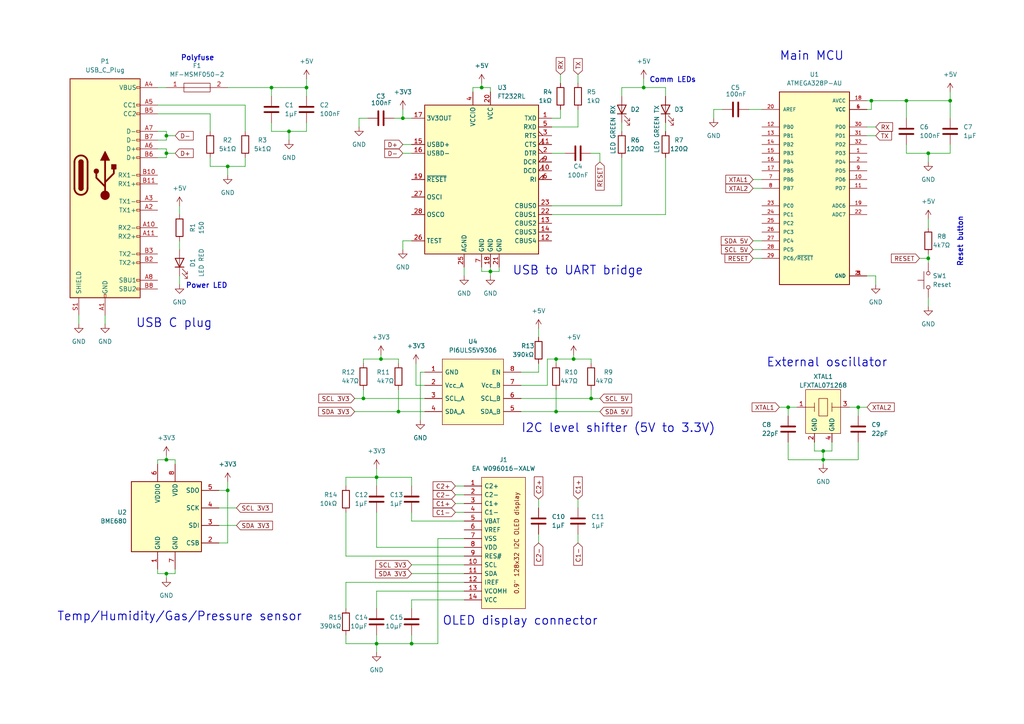
<source format=kicad_sch>
(kicad_sch (version 20211123) (generator eeschema)

  (uuid 4cb6150e-cdfc-49c3-8d96-6f4fb6753aaf)

  (paper "A4")

  (title_block
    (title "Bachelorproef Jelte Boumans")
    (date "20/02/2023")
    (rev "1")
    (company "NMBS")
  )

  (lib_symbols
    (symbol "ATMEGA328P-AU:ATMEGA328P-AU" (pin_names (offset 1.016)) (in_bom yes) (on_board yes)
      (property "Reference" "U" (id 0) (at -10.1755 29.2546 0)
        (effects (font (size 1.27 1.27)) (justify left bottom))
      )
      (property "Value" "ATMEGA328P-AU" (id 1) (at -10.1669 -31.7714 0)
        (effects (font (size 1.27 1.27)) (justify left bottom))
      )
      (property "Footprint" "QFP80P900X900X120-32N" (id 2) (at 0 0 0)
        (effects (font (size 1.27 1.27)) (justify bottom) hide)
      )
      (property "Datasheet" "" (id 3) (at 0 0 0)
        (effects (font (size 1.27 1.27)) hide)
      )
      (property "MANUFACTURER" "Atmel" (id 4) (at 0 0 0)
        (effects (font (size 1.27 1.27)) (justify bottom) hide)
      )
      (symbol "ATMEGA328P-AU_0_0"
        (rectangle (start -10.16 -27.94) (end 10.16 27.94)
          (stroke (width 0.254) (type default) (color 0 0 0 0))
          (fill (type background))
        )
        (pin bidirectional line (at 15.24 10.16 180) (length 5.08)
          (name "PD3" (effects (font (size 1.016 1.016))))
          (number "1" (effects (font (size 1.016 1.016))))
        )
        (pin bidirectional line (at 15.24 2.54 180) (length 5.08)
          (name "PD6" (effects (font (size 1.016 1.016))))
          (number "10" (effects (font (size 1.016 1.016))))
        )
        (pin bidirectional line (at 15.24 0 180) (length 5.08)
          (name "PD7" (effects (font (size 1.016 1.016))))
          (number "11" (effects (font (size 1.016 1.016))))
        )
        (pin bidirectional line (at -15.24 17.78 0) (length 5.08)
          (name "PB0" (effects (font (size 1.016 1.016))))
          (number "12" (effects (font (size 1.016 1.016))))
        )
        (pin bidirectional line (at -15.24 15.24 0) (length 5.08)
          (name "PB1" (effects (font (size 1.016 1.016))))
          (number "13" (effects (font (size 1.016 1.016))))
        )
        (pin bidirectional line (at -15.24 12.7 0) (length 5.08)
          (name "PB2" (effects (font (size 1.016 1.016))))
          (number "14" (effects (font (size 1.016 1.016))))
        )
        (pin bidirectional line (at -15.24 10.16 0) (length 5.08)
          (name "PB3" (effects (font (size 1.016 1.016))))
          (number "15" (effects (font (size 1.016 1.016))))
        )
        (pin bidirectional line (at -15.24 7.62 0) (length 5.08)
          (name "PB4" (effects (font (size 1.016 1.016))))
          (number "16" (effects (font (size 1.016 1.016))))
        )
        (pin bidirectional line (at -15.24 5.08 0) (length 5.08)
          (name "PB5" (effects (font (size 1.016 1.016))))
          (number "17" (effects (font (size 1.016 1.016))))
        )
        (pin power_in line (at 15.24 25.4 180) (length 5.08)
          (name "AVCC" (effects (font (size 1.016 1.016))))
          (number "18" (effects (font (size 1.016 1.016))))
        )
        (pin bidirectional line (at 15.24 -5.08 180) (length 5.08)
          (name "ADC6" (effects (font (size 1.016 1.016))))
          (number "19" (effects (font (size 1.016 1.016))))
        )
        (pin bidirectional line (at 15.24 7.62 180) (length 5.08)
          (name "PD4" (effects (font (size 1.016 1.016))))
          (number "2" (effects (font (size 1.016 1.016))))
        )
        (pin input line (at -15.24 22.86 0) (length 5.08)
          (name "AREF" (effects (font (size 1.016 1.016))))
          (number "20" (effects (font (size 1.016 1.016))))
        )
        (pin power_in line (at 15.24 -25.4 180) (length 5.08)
          (name "GND" (effects (font (size 1.016 1.016))))
          (number "21" (effects (font (size 1.016 1.016))))
        )
        (pin bidirectional line (at 15.24 -7.62 180) (length 5.08)
          (name "ADC7" (effects (font (size 1.016 1.016))))
          (number "22" (effects (font (size 1.016 1.016))))
        )
        (pin bidirectional line (at -15.24 -5.08 0) (length 5.08)
          (name "PC0" (effects (font (size 1.016 1.016))))
          (number "23" (effects (font (size 1.016 1.016))))
        )
        (pin bidirectional line (at -15.24 -7.62 0) (length 5.08)
          (name "PC1" (effects (font (size 1.016 1.016))))
          (number "24" (effects (font (size 1.016 1.016))))
        )
        (pin bidirectional line (at -15.24 -10.16 0) (length 5.08)
          (name "PC2" (effects (font (size 1.016 1.016))))
          (number "25" (effects (font (size 1.016 1.016))))
        )
        (pin bidirectional line (at -15.24 -12.7 0) (length 5.08)
          (name "PC3" (effects (font (size 1.016 1.016))))
          (number "26" (effects (font (size 1.016 1.016))))
        )
        (pin bidirectional line (at -15.24 -15.24 0) (length 5.08)
          (name "PC4" (effects (font (size 1.016 1.016))))
          (number "27" (effects (font (size 1.016 1.016))))
        )
        (pin bidirectional line (at -15.24 -17.78 0) (length 5.08)
          (name "PC5" (effects (font (size 1.016 1.016))))
          (number "28" (effects (font (size 1.016 1.016))))
        )
        (pin bidirectional line (at -15.24 -20.32 0) (length 5.08)
          (name "PC6/~{RESET}" (effects (font (size 1.016 1.016))))
          (number "29" (effects (font (size 1.016 1.016))))
        )
        (pin power_in line (at 15.24 -25.4 180) (length 5.08)
          (name "GND" (effects (font (size 1.016 1.016))))
          (number "3" (effects (font (size 1.016 1.016))))
        )
        (pin bidirectional line (at 15.24 17.78 180) (length 5.08)
          (name "PD0" (effects (font (size 1.016 1.016))))
          (number "30" (effects (font (size 1.016 1.016))))
        )
        (pin bidirectional line (at 15.24 15.24 180) (length 5.08)
          (name "PD1" (effects (font (size 1.016 1.016))))
          (number "31" (effects (font (size 1.016 1.016))))
        )
        (pin bidirectional line (at 15.24 12.7 180) (length 5.08)
          (name "PD2" (effects (font (size 1.016 1.016))))
          (number "32" (effects (font (size 1.016 1.016))))
        )
        (pin power_in line (at 15.24 22.86 180) (length 5.08)
          (name "VCC" (effects (font (size 1.016 1.016))))
          (number "4" (effects (font (size 1.016 1.016))))
        )
        (pin power_in line (at 15.24 -25.4 180) (length 5.08)
          (name "GND" (effects (font (size 1.016 1.016))))
          (number "5" (effects (font (size 1.016 1.016))))
        )
        (pin power_in line (at 15.24 22.86 180) (length 5.08)
          (name "VCC" (effects (font (size 1.016 1.016))))
          (number "6" (effects (font (size 1.016 1.016))))
        )
        (pin bidirectional line (at -15.24 2.54 0) (length 5.08)
          (name "PB6" (effects (font (size 1.016 1.016))))
          (number "7" (effects (font (size 1.016 1.016))))
        )
        (pin bidirectional line (at -15.24 0 0) (length 5.08)
          (name "PB7" (effects (font (size 1.016 1.016))))
          (number "8" (effects (font (size 1.016 1.016))))
        )
        (pin bidirectional line (at 15.24 5.08 180) (length 5.08)
          (name "PD5" (effects (font (size 1.016 1.016))))
          (number "9" (effects (font (size 1.016 1.016))))
        )
      )
    )
    (symbol "Connector:USB_C_Receptacle" (pin_names (offset 1.016)) (in_bom yes) (on_board yes)
      (property "Reference" "J" (id 0) (at -10.16 29.21 0)
        (effects (font (size 1.27 1.27)) (justify left))
      )
      (property "Value" "USB_C_Receptacle" (id 1) (at 10.16 29.21 0)
        (effects (font (size 1.27 1.27)) (justify right))
      )
      (property "Footprint" "" (id 2) (at 3.81 0 0)
        (effects (font (size 1.27 1.27)) hide)
      )
      (property "Datasheet" "https://www.usb.org/sites/default/files/documents/usb_type-c.zip" (id 3) (at 3.81 0 0)
        (effects (font (size 1.27 1.27)) hide)
      )
      (property "ki_keywords" "usb universal serial bus type-C full-featured" (id 4) (at 0 0 0)
        (effects (font (size 1.27 1.27)) hide)
      )
      (property "ki_description" "USB Full-Featured Type-C Receptacle connector" (id 5) (at 0 0 0)
        (effects (font (size 1.27 1.27)) hide)
      )
      (property "ki_fp_filters" "USB*C*Receptacle*" (id 6) (at 0 0 0)
        (effects (font (size 1.27 1.27)) hide)
      )
      (symbol "USB_C_Receptacle_0_0"
        (rectangle (start -0.254 -35.56) (end 0.254 -34.544)
          (stroke (width 0) (type default) (color 0 0 0 0))
          (fill (type none))
        )
        (rectangle (start 10.16 -32.766) (end 9.144 -33.274)
          (stroke (width 0) (type default) (color 0 0 0 0))
          (fill (type none))
        )
        (rectangle (start 10.16 -30.226) (end 9.144 -30.734)
          (stroke (width 0) (type default) (color 0 0 0 0))
          (fill (type none))
        )
        (rectangle (start 10.16 -25.146) (end 9.144 -25.654)
          (stroke (width 0) (type default) (color 0 0 0 0))
          (fill (type none))
        )
        (rectangle (start 10.16 -22.606) (end 9.144 -23.114)
          (stroke (width 0) (type default) (color 0 0 0 0))
          (fill (type none))
        )
        (rectangle (start 10.16 -17.526) (end 9.144 -18.034)
          (stroke (width 0) (type default) (color 0 0 0 0))
          (fill (type none))
        )
        (rectangle (start 10.16 -14.986) (end 9.144 -15.494)
          (stroke (width 0) (type default) (color 0 0 0 0))
          (fill (type none))
        )
        (rectangle (start 10.16 -9.906) (end 9.144 -10.414)
          (stroke (width 0) (type default) (color 0 0 0 0))
          (fill (type none))
        )
        (rectangle (start 10.16 -7.366) (end 9.144 -7.874)
          (stroke (width 0) (type default) (color 0 0 0 0))
          (fill (type none))
        )
        (rectangle (start 10.16 -2.286) (end 9.144 -2.794)
          (stroke (width 0) (type default) (color 0 0 0 0))
          (fill (type none))
        )
        (rectangle (start 10.16 0.254) (end 9.144 -0.254)
          (stroke (width 0) (type default) (color 0 0 0 0))
          (fill (type none))
        )
        (rectangle (start 10.16 5.334) (end 9.144 4.826)
          (stroke (width 0) (type default) (color 0 0 0 0))
          (fill (type none))
        )
        (rectangle (start 10.16 7.874) (end 9.144 7.366)
          (stroke (width 0) (type default) (color 0 0 0 0))
          (fill (type none))
        )
        (rectangle (start 10.16 10.414) (end 9.144 9.906)
          (stroke (width 0) (type default) (color 0 0 0 0))
          (fill (type none))
        )
        (rectangle (start 10.16 12.954) (end 9.144 12.446)
          (stroke (width 0) (type default) (color 0 0 0 0))
          (fill (type none))
        )
        (rectangle (start 10.16 18.034) (end 9.144 17.526)
          (stroke (width 0) (type default) (color 0 0 0 0))
          (fill (type none))
        )
        (rectangle (start 10.16 20.574) (end 9.144 20.066)
          (stroke (width 0) (type default) (color 0 0 0 0))
          (fill (type none))
        )
        (rectangle (start 10.16 25.654) (end 9.144 25.146)
          (stroke (width 0) (type default) (color 0 0 0 0))
          (fill (type none))
        )
      )
      (symbol "USB_C_Receptacle_0_1"
        (rectangle (start -10.16 27.94) (end 10.16 -35.56)
          (stroke (width 0.254) (type default) (color 0 0 0 0))
          (fill (type background))
        )
        (arc (start -8.89 -3.81) (mid -6.985 -5.715) (end -5.08 -3.81)
          (stroke (width 0.508) (type default) (color 0 0 0 0))
          (fill (type none))
        )
        (arc (start -7.62 -3.81) (mid -6.985 -4.445) (end -6.35 -3.81)
          (stroke (width 0.254) (type default) (color 0 0 0 0))
          (fill (type none))
        )
        (arc (start -7.62 -3.81) (mid -6.985 -4.445) (end -6.35 -3.81)
          (stroke (width 0.254) (type default) (color 0 0 0 0))
          (fill (type outline))
        )
        (rectangle (start -7.62 -3.81) (end -6.35 3.81)
          (stroke (width 0.254) (type default) (color 0 0 0 0))
          (fill (type outline))
        )
        (arc (start -6.35 3.81) (mid -6.985 4.445) (end -7.62 3.81)
          (stroke (width 0.254) (type default) (color 0 0 0 0))
          (fill (type none))
        )
        (arc (start -6.35 3.81) (mid -6.985 4.445) (end -7.62 3.81)
          (stroke (width 0.254) (type default) (color 0 0 0 0))
          (fill (type outline))
        )
        (arc (start -5.08 3.81) (mid -6.985 5.715) (end -8.89 3.81)
          (stroke (width 0.508) (type default) (color 0 0 0 0))
          (fill (type none))
        )
        (polyline
          (pts
            (xy -8.89 -3.81)
            (xy -8.89 3.81)
          )
          (stroke (width 0.508) (type default) (color 0 0 0 0))
          (fill (type none))
        )
        (polyline
          (pts
            (xy -5.08 3.81)
            (xy -5.08 -3.81)
          )
          (stroke (width 0.508) (type default) (color 0 0 0 0))
          (fill (type none))
        )
      )
      (symbol "USB_C_Receptacle_1_1"
        (circle (center -2.54 1.143) (radius 0.635)
          (stroke (width 0.254) (type default) (color 0 0 0 0))
          (fill (type outline))
        )
        (circle (center 0 -5.842) (radius 1.27)
          (stroke (width 0) (type default) (color 0 0 0 0))
          (fill (type outline))
        )
        (polyline
          (pts
            (xy 0 -5.842)
            (xy 0 4.318)
          )
          (stroke (width 0.508) (type default) (color 0 0 0 0))
          (fill (type none))
        )
        (polyline
          (pts
            (xy 0 -3.302)
            (xy -2.54 -0.762)
            (xy -2.54 0.508)
          )
          (stroke (width 0.508) (type default) (color 0 0 0 0))
          (fill (type none))
        )
        (polyline
          (pts
            (xy 0 -2.032)
            (xy 2.54 0.508)
            (xy 2.54 1.778)
          )
          (stroke (width 0.508) (type default) (color 0 0 0 0))
          (fill (type none))
        )
        (polyline
          (pts
            (xy -1.27 4.318)
            (xy 0 6.858)
            (xy 1.27 4.318)
            (xy -1.27 4.318)
          )
          (stroke (width 0.254) (type default) (color 0 0 0 0))
          (fill (type outline))
        )
        (rectangle (start 1.905 1.778) (end 3.175 3.048)
          (stroke (width 0.254) (type default) (color 0 0 0 0))
          (fill (type outline))
        )
        (pin passive line (at 0 -40.64 90) (length 5.08)
          (name "GND" (effects (font (size 1.27 1.27))))
          (number "A1" (effects (font (size 1.27 1.27))))
        )
        (pin bidirectional line (at 15.24 -15.24 180) (length 5.08)
          (name "RX2-" (effects (font (size 1.27 1.27))))
          (number "A10" (effects (font (size 1.27 1.27))))
        )
        (pin bidirectional line (at 15.24 -17.78 180) (length 5.08)
          (name "RX2+" (effects (font (size 1.27 1.27))))
          (number "A11" (effects (font (size 1.27 1.27))))
        )
        (pin passive line (at 0 -40.64 90) (length 5.08) hide
          (name "GND" (effects (font (size 1.27 1.27))))
          (number "A12" (effects (font (size 1.27 1.27))))
        )
        (pin bidirectional line (at 15.24 -10.16 180) (length 5.08)
          (name "TX1+" (effects (font (size 1.27 1.27))))
          (number "A2" (effects (font (size 1.27 1.27))))
        )
        (pin bidirectional line (at 15.24 -7.62 180) (length 5.08)
          (name "TX1-" (effects (font (size 1.27 1.27))))
          (number "A3" (effects (font (size 1.27 1.27))))
        )
        (pin passive line (at 15.24 25.4 180) (length 5.08)
          (name "VBUS" (effects (font (size 1.27 1.27))))
          (number "A4" (effects (font (size 1.27 1.27))))
        )
        (pin bidirectional line (at 15.24 20.32 180) (length 5.08)
          (name "CC1" (effects (font (size 1.27 1.27))))
          (number "A5" (effects (font (size 1.27 1.27))))
        )
        (pin bidirectional line (at 15.24 7.62 180) (length 5.08)
          (name "D+" (effects (font (size 1.27 1.27))))
          (number "A6" (effects (font (size 1.27 1.27))))
        )
        (pin bidirectional line (at 15.24 12.7 180) (length 5.08)
          (name "D-" (effects (font (size 1.27 1.27))))
          (number "A7" (effects (font (size 1.27 1.27))))
        )
        (pin bidirectional line (at 15.24 -30.48 180) (length 5.08)
          (name "SBU1" (effects (font (size 1.27 1.27))))
          (number "A8" (effects (font (size 1.27 1.27))))
        )
        (pin passive line (at 15.24 25.4 180) (length 5.08) hide
          (name "VBUS" (effects (font (size 1.27 1.27))))
          (number "A9" (effects (font (size 1.27 1.27))))
        )
        (pin passive line (at 0 -40.64 90) (length 5.08) hide
          (name "GND" (effects (font (size 1.27 1.27))))
          (number "B1" (effects (font (size 1.27 1.27))))
        )
        (pin bidirectional line (at 15.24 0 180) (length 5.08)
          (name "RX1-" (effects (font (size 1.27 1.27))))
          (number "B10" (effects (font (size 1.27 1.27))))
        )
        (pin bidirectional line (at 15.24 -2.54 180) (length 5.08)
          (name "RX1+" (effects (font (size 1.27 1.27))))
          (number "B11" (effects (font (size 1.27 1.27))))
        )
        (pin passive line (at 0 -40.64 90) (length 5.08) hide
          (name "GND" (effects (font (size 1.27 1.27))))
          (number "B12" (effects (font (size 1.27 1.27))))
        )
        (pin bidirectional line (at 15.24 -25.4 180) (length 5.08)
          (name "TX2+" (effects (font (size 1.27 1.27))))
          (number "B2" (effects (font (size 1.27 1.27))))
        )
        (pin bidirectional line (at 15.24 -22.86 180) (length 5.08)
          (name "TX2-" (effects (font (size 1.27 1.27))))
          (number "B3" (effects (font (size 1.27 1.27))))
        )
        (pin passive line (at 15.24 25.4 180) (length 5.08) hide
          (name "VBUS" (effects (font (size 1.27 1.27))))
          (number "B4" (effects (font (size 1.27 1.27))))
        )
        (pin bidirectional line (at 15.24 17.78 180) (length 5.08)
          (name "CC2" (effects (font (size 1.27 1.27))))
          (number "B5" (effects (font (size 1.27 1.27))))
        )
        (pin bidirectional line (at 15.24 5.08 180) (length 5.08)
          (name "D+" (effects (font (size 1.27 1.27))))
          (number "B6" (effects (font (size 1.27 1.27))))
        )
        (pin bidirectional line (at 15.24 10.16 180) (length 5.08)
          (name "D-" (effects (font (size 1.27 1.27))))
          (number "B7" (effects (font (size 1.27 1.27))))
        )
        (pin bidirectional line (at 15.24 -33.02 180) (length 5.08)
          (name "SBU2" (effects (font (size 1.27 1.27))))
          (number "B8" (effects (font (size 1.27 1.27))))
        )
        (pin passive line (at 15.24 25.4 180) (length 5.08) hide
          (name "VBUS" (effects (font (size 1.27 1.27))))
          (number "B9" (effects (font (size 1.27 1.27))))
        )
        (pin passive line (at -7.62 -40.64 90) (length 5.08)
          (name "SHIELD" (effects (font (size 1.27 1.27))))
          (number "S1" (effects (font (size 1.27 1.27))))
        )
      )
    )
    (symbol "Device:C" (pin_numbers hide) (pin_names (offset 0.254)) (in_bom yes) (on_board yes)
      (property "Reference" "C" (id 0) (at 0.635 2.54 0)
        (effects (font (size 1.27 1.27)) (justify left))
      )
      (property "Value" "C" (id 1) (at 0.635 -2.54 0)
        (effects (font (size 1.27 1.27)) (justify left))
      )
      (property "Footprint" "" (id 2) (at 0.9652 -3.81 0)
        (effects (font (size 1.27 1.27)) hide)
      )
      (property "Datasheet" "~" (id 3) (at 0 0 0)
        (effects (font (size 1.27 1.27)) hide)
      )
      (property "ki_keywords" "cap capacitor" (id 4) (at 0 0 0)
        (effects (font (size 1.27 1.27)) hide)
      )
      (property "ki_description" "Unpolarized capacitor" (id 5) (at 0 0 0)
        (effects (font (size 1.27 1.27)) hide)
      )
      (property "ki_fp_filters" "C_*" (id 6) (at 0 0 0)
        (effects (font (size 1.27 1.27)) hide)
      )
      (symbol "C_0_1"
        (polyline
          (pts
            (xy -2.032 -0.762)
            (xy 2.032 -0.762)
          )
          (stroke (width 0.508) (type default) (color 0 0 0 0))
          (fill (type none))
        )
        (polyline
          (pts
            (xy -2.032 0.762)
            (xy 2.032 0.762)
          )
          (stroke (width 0.508) (type default) (color 0 0 0 0))
          (fill (type none))
        )
      )
      (symbol "C_1_1"
        (pin passive line (at 0 3.81 270) (length 2.794)
          (name "~" (effects (font (size 1.27 1.27))))
          (number "1" (effects (font (size 1.27 1.27))))
        )
        (pin passive line (at 0 -3.81 90) (length 2.794)
          (name "~" (effects (font (size 1.27 1.27))))
          (number "2" (effects (font (size 1.27 1.27))))
        )
      )
    )
    (symbol "Device:LED" (pin_numbers hide) (pin_names (offset 1.016) hide) (in_bom yes) (on_board yes)
      (property "Reference" "D" (id 0) (at 0 2.54 0)
        (effects (font (size 1.27 1.27)))
      )
      (property "Value" "LED" (id 1) (at 0 -2.54 0)
        (effects (font (size 1.27 1.27)))
      )
      (property "Footprint" "" (id 2) (at 0 0 0)
        (effects (font (size 1.27 1.27)) hide)
      )
      (property "Datasheet" "~" (id 3) (at 0 0 0)
        (effects (font (size 1.27 1.27)) hide)
      )
      (property "ki_keywords" "LED diode" (id 4) (at 0 0 0)
        (effects (font (size 1.27 1.27)) hide)
      )
      (property "ki_description" "Light emitting diode" (id 5) (at 0 0 0)
        (effects (font (size 1.27 1.27)) hide)
      )
      (property "ki_fp_filters" "LED* LED_SMD:* LED_THT:*" (id 6) (at 0 0 0)
        (effects (font (size 1.27 1.27)) hide)
      )
      (symbol "LED_0_1"
        (polyline
          (pts
            (xy -1.27 -1.27)
            (xy -1.27 1.27)
          )
          (stroke (width 0.254) (type default) (color 0 0 0 0))
          (fill (type none))
        )
        (polyline
          (pts
            (xy -1.27 0)
            (xy 1.27 0)
          )
          (stroke (width 0) (type default) (color 0 0 0 0))
          (fill (type none))
        )
        (polyline
          (pts
            (xy 1.27 -1.27)
            (xy 1.27 1.27)
            (xy -1.27 0)
            (xy 1.27 -1.27)
          )
          (stroke (width 0.254) (type default) (color 0 0 0 0))
          (fill (type none))
        )
        (polyline
          (pts
            (xy -3.048 -0.762)
            (xy -4.572 -2.286)
            (xy -3.81 -2.286)
            (xy -4.572 -2.286)
            (xy -4.572 -1.524)
          )
          (stroke (width 0) (type default) (color 0 0 0 0))
          (fill (type none))
        )
        (polyline
          (pts
            (xy -1.778 -0.762)
            (xy -3.302 -2.286)
            (xy -2.54 -2.286)
            (xy -3.302 -2.286)
            (xy -3.302 -1.524)
          )
          (stroke (width 0) (type default) (color 0 0 0 0))
          (fill (type none))
        )
      )
      (symbol "LED_1_1"
        (pin passive line (at -3.81 0 0) (length 2.54)
          (name "K" (effects (font (size 1.27 1.27))))
          (number "1" (effects (font (size 1.27 1.27))))
        )
        (pin passive line (at 3.81 0 180) (length 2.54)
          (name "A" (effects (font (size 1.27 1.27))))
          (number "2" (effects (font (size 1.27 1.27))))
        )
      )
    )
    (symbol "Device:R" (pin_numbers hide) (pin_names (offset 0)) (in_bom yes) (on_board yes)
      (property "Reference" "R" (id 0) (at 2.032 0 90)
        (effects (font (size 1.27 1.27)))
      )
      (property "Value" "R" (id 1) (at 0 0 90)
        (effects (font (size 1.27 1.27)))
      )
      (property "Footprint" "" (id 2) (at -1.778 0 90)
        (effects (font (size 1.27 1.27)) hide)
      )
      (property "Datasheet" "~" (id 3) (at 0 0 0)
        (effects (font (size 1.27 1.27)) hide)
      )
      (property "ki_keywords" "R res resistor" (id 4) (at 0 0 0)
        (effects (font (size 1.27 1.27)) hide)
      )
      (property "ki_description" "Resistor" (id 5) (at 0 0 0)
        (effects (font (size 1.27 1.27)) hide)
      )
      (property "ki_fp_filters" "R_*" (id 6) (at 0 0 0)
        (effects (font (size 1.27 1.27)) hide)
      )
      (symbol "R_0_1"
        (rectangle (start -1.016 -2.54) (end 1.016 2.54)
          (stroke (width 0.254) (type default) (color 0 0 0 0))
          (fill (type none))
        )
      )
      (symbol "R_1_1"
        (pin passive line (at 0 3.81 270) (length 1.27)
          (name "~" (effects (font (size 1.27 1.27))))
          (number "1" (effects (font (size 1.27 1.27))))
        )
        (pin passive line (at 0 -3.81 90) (length 1.27)
          (name "~" (effects (font (size 1.27 1.27))))
          (number "2" (effects (font (size 1.27 1.27))))
        )
      )
    )
    (symbol "Interface_USB:FT232RL" (in_bom yes) (on_board yes)
      (property "Reference" "U" (id 0) (at -16.51 22.86 0)
        (effects (font (size 1.27 1.27)) (justify left))
      )
      (property "Value" "FT232RL" (id 1) (at 10.16 22.86 0)
        (effects (font (size 1.27 1.27)) (justify left))
      )
      (property "Footprint" "Package_SO:SSOP-28_5.3x10.2mm_P0.65mm" (id 2) (at 27.94 -22.86 0)
        (effects (font (size 1.27 1.27)) hide)
      )
      (property "Datasheet" "https://www.ftdichip.com/Support/Documents/DataSheets/ICs/DS_FT232R.pdf" (id 3) (at 0 0 0)
        (effects (font (size 1.27 1.27)) hide)
      )
      (property "ki_keywords" "FTDI USB Serial" (id 4) (at 0 0 0)
        (effects (font (size 1.27 1.27)) hide)
      )
      (property "ki_description" "USB to Serial Interface, SSOP-28" (id 5) (at 0 0 0)
        (effects (font (size 1.27 1.27)) hide)
      )
      (property "ki_fp_filters" "SSOP*5.3x10.2mm*P0.65mm*" (id 6) (at 0 0 0)
        (effects (font (size 1.27 1.27)) hide)
      )
      (symbol "FT232RL_0_1"
        (rectangle (start -16.51 21.59) (end 16.51 -21.59)
          (stroke (width 0.254) (type default) (color 0 0 0 0))
          (fill (type background))
        )
      )
      (symbol "FT232RL_1_1"
        (pin output line (at 20.32 17.78 180) (length 3.81)
          (name "TXD" (effects (font (size 1.27 1.27))))
          (number "1" (effects (font (size 1.27 1.27))))
        )
        (pin input input_low (at 20.32 2.54 180) (length 3.81)
          (name "DCD" (effects (font (size 1.27 1.27))))
          (number "10" (effects (font (size 1.27 1.27))))
        )
        (pin input input_low (at 20.32 10.16 180) (length 3.81)
          (name "CTS" (effects (font (size 1.27 1.27))))
          (number "11" (effects (font (size 1.27 1.27))))
        )
        (pin bidirectional line (at 20.32 -17.78 180) (length 3.81)
          (name "CBUS4" (effects (font (size 1.27 1.27))))
          (number "12" (effects (font (size 1.27 1.27))))
        )
        (pin bidirectional line (at 20.32 -12.7 180) (length 3.81)
          (name "CBUS2" (effects (font (size 1.27 1.27))))
          (number "13" (effects (font (size 1.27 1.27))))
        )
        (pin bidirectional line (at 20.32 -15.24 180) (length 3.81)
          (name "CBUS3" (effects (font (size 1.27 1.27))))
          (number "14" (effects (font (size 1.27 1.27))))
        )
        (pin bidirectional line (at -20.32 10.16 0) (length 3.81)
          (name "USBD+" (effects (font (size 1.27 1.27))))
          (number "15" (effects (font (size 1.27 1.27))))
        )
        (pin bidirectional line (at -20.32 7.62 0) (length 3.81)
          (name "USBD-" (effects (font (size 1.27 1.27))))
          (number "16" (effects (font (size 1.27 1.27))))
        )
        (pin power_out line (at -20.32 17.78 0) (length 3.81)
          (name "3V3OUT" (effects (font (size 1.27 1.27))))
          (number "17" (effects (font (size 1.27 1.27))))
        )
        (pin power_in line (at 2.54 -25.4 90) (length 3.81)
          (name "GND" (effects (font (size 1.27 1.27))))
          (number "18" (effects (font (size 1.27 1.27))))
        )
        (pin input line (at -20.32 0 0) (length 3.81)
          (name "~{RESET}" (effects (font (size 1.27 1.27))))
          (number "19" (effects (font (size 1.27 1.27))))
        )
        (pin output output_low (at 20.32 7.62 180) (length 3.81)
          (name "DTR" (effects (font (size 1.27 1.27))))
          (number "2" (effects (font (size 1.27 1.27))))
        )
        (pin power_in line (at 2.54 25.4 270) (length 3.81)
          (name "VCC" (effects (font (size 1.27 1.27))))
          (number "20" (effects (font (size 1.27 1.27))))
        )
        (pin power_in line (at 5.08 -25.4 90) (length 3.81)
          (name "GND" (effects (font (size 1.27 1.27))))
          (number "21" (effects (font (size 1.27 1.27))))
        )
        (pin bidirectional line (at 20.32 -10.16 180) (length 3.81)
          (name "CBUS1" (effects (font (size 1.27 1.27))))
          (number "22" (effects (font (size 1.27 1.27))))
        )
        (pin bidirectional line (at 20.32 -7.62 180) (length 3.81)
          (name "CBUS0" (effects (font (size 1.27 1.27))))
          (number "23" (effects (font (size 1.27 1.27))))
        )
        (pin power_in line (at -5.08 -25.4 90) (length 3.81)
          (name "AGND" (effects (font (size 1.27 1.27))))
          (number "25" (effects (font (size 1.27 1.27))))
        )
        (pin input line (at -20.32 -17.78 0) (length 3.81)
          (name "TEST" (effects (font (size 1.27 1.27))))
          (number "26" (effects (font (size 1.27 1.27))))
        )
        (pin input line (at -20.32 -5.08 0) (length 3.81)
          (name "OSCI" (effects (font (size 1.27 1.27))))
          (number "27" (effects (font (size 1.27 1.27))))
        )
        (pin output line (at -20.32 -10.16 0) (length 3.81)
          (name "OSCO" (effects (font (size 1.27 1.27))))
          (number "28" (effects (font (size 1.27 1.27))))
        )
        (pin output output_low (at 20.32 12.7 180) (length 3.81)
          (name "RTS" (effects (font (size 1.27 1.27))))
          (number "3" (effects (font (size 1.27 1.27))))
        )
        (pin power_in line (at -2.54 25.4 270) (length 3.81)
          (name "VCCIO" (effects (font (size 1.27 1.27))))
          (number "4" (effects (font (size 1.27 1.27))))
        )
        (pin input line (at 20.32 15.24 180) (length 3.81)
          (name "RXD" (effects (font (size 1.27 1.27))))
          (number "5" (effects (font (size 1.27 1.27))))
        )
        (pin input input_low (at 20.32 0 180) (length 3.81)
          (name "RI" (effects (font (size 1.27 1.27))))
          (number "6" (effects (font (size 1.27 1.27))))
        )
        (pin power_in line (at 0 -25.4 90) (length 3.81)
          (name "GND" (effects (font (size 1.27 1.27))))
          (number "7" (effects (font (size 1.27 1.27))))
        )
        (pin input input_low (at 20.32 5.08 180) (length 3.81)
          (name "DCR" (effects (font (size 1.27 1.27))))
          (number "9" (effects (font (size 1.27 1.27))))
        )
      )
    )
    (symbol "LFXTAL071268:LFXTAL071268" (in_bom yes) (on_board yes)
      (property "Reference" "XTAL1" (id 0) (at 0 8.89 0)
        (effects (font (size 1.27 1.27)))
      )
      (property "Value" "LFXTAL071268" (id 1) (at 0 6.35 0)
        (effects (font (size 1.27 1.27)))
      )
      (property "Footprint" "LFXTAL071268:LFXTAL071268" (id 2) (at 0 1.27 0)
        (effects (font (size 1.27 1.27)) hide)
      )
      (property "Datasheet" "" (id 3) (at 0 1.27 0)
        (effects (font (size 1.27 1.27)) hide)
      )
      (symbol "LFXTAL071268_0_1"
        (rectangle (start -5.08 5.08) (end 5.08 -7.62)
          (stroke (width 0) (type default) (color 0 0 0 0))
          (fill (type background))
        )
        (rectangle (start -1.27 2.54) (end 1.27 -2.54)
          (stroke (width 0) (type default) (color 0 0 0 0))
          (fill (type background))
        )
        (polyline
          (pts
            (xy -2.54 0)
            (xy -5.08 0)
          )
          (stroke (width 0) (type default) (color 0 0 0 0))
          (fill (type none))
        )
        (polyline
          (pts
            (xy -2.54 1.27)
            (xy -2.54 -1.27)
          )
          (stroke (width 0) (type default) (color 0 0 0 0))
          (fill (type none))
        )
        (polyline
          (pts
            (xy 2.54 0)
            (xy 5.08 0)
          )
          (stroke (width 0) (type default) (color 0 0 0 0))
          (fill (type none))
        )
        (polyline
          (pts
            (xy 2.54 1.27)
            (xy 2.54 -1.27)
          )
          (stroke (width 0) (type default) (color 0 0 0 0))
          (fill (type none))
        )
      )
      (symbol "LFXTAL071268_1_1"
        (pin output line (at -7.62 0 0) (length 2.54)
          (name "" (effects (font (size 1.27 1.27))))
          (number "1" (effects (font (size 1.27 1.27))))
        )
        (pin power_in line (at -2.54 -10.16 90) (length 2.54)
          (name "GND" (effects (font (size 1.27 1.27))))
          (number "2" (effects (font (size 1.27 1.27))))
        )
        (pin output line (at 7.62 0 180) (length 2.54)
          (name "" (effects (font (size 1.27 1.27))))
          (number "3" (effects (font (size 1.27 1.27))))
        )
        (pin power_in line (at 2.54 -10.16 90) (length 2.54)
          (name "GND" (effects (font (size 1.27 1.27))))
          (number "4" (effects (font (size 1.27 1.27))))
        )
      )
    )
    (symbol "MF-MSMF050-2:MF-MSMF050-2" (pin_names (offset 0.762)) (in_bom yes) (on_board yes)
      (property "Reference" "F" (id 0) (at 13.97 6.35 0)
        (effects (font (size 1.27 1.27)) (justify left))
      )
      (property "Value" "MF-MSMF050-2" (id 1) (at 13.97 3.81 0)
        (effects (font (size 1.27 1.27)) (justify left))
      )
      (property "Footprint" "FUSC4632X85N" (id 2) (at 13.97 1.27 0)
        (effects (font (size 1.27 1.27)) (justify left) hide)
      )
      (property "Datasheet" "https://www.bourns.com/pdfs/mfmsmf.pdf" (id 3) (at 13.97 -1.27 0)
        (effects (font (size 1.27 1.27)) (justify left) hide)
      )
      (property "Description" "Fuse, PTC, Resettable, SMD, 1812, 500mA Bourns 0.5A Surface Mount Resettable Fuse, 15 V" (id 4) (at 13.97 -3.81 0)
        (effects (font (size 1.27 1.27)) (justify left) hide)
      )
      (property "Height" "" (id 5) (at 13.97 -6.35 0)
        (effects (font (size 1.27 1.27)) (justify left) hide)
      )
      (property "Mouser Part Number" "652-MF-MSMF050-2" (id 6) (at 13.97 -8.89 0)
        (effects (font (size 1.27 1.27)) (justify left) hide)
      )
      (property "Mouser Price/Stock" "https://www.mouser.co.uk/ProductDetail/Bourns/MF-MSMF050-2?qs=t3shhpq1i1DZ7OBD5kLNoA%3D%3D" (id 7) (at 13.97 -11.43 0)
        (effects (font (size 1.27 1.27)) (justify left) hide)
      )
      (property "Manufacturer_Name" "Bourns" (id 8) (at 13.97 -13.97 0)
        (effects (font (size 1.27 1.27)) (justify left) hide)
      )
      (property "Manufacturer_Part_Number" "MF-MSMF050-2" (id 9) (at 13.97 -16.51 0)
        (effects (font (size 1.27 1.27)) (justify left) hide)
      )
      (symbol "MF-MSMF050-2_0_0"
        (pin passive line (at 0 0 0) (length 5.08)
          (name "~" (effects (font (size 1.27 1.27))))
          (number "1" (effects (font (size 1.27 1.27))))
        )
        (pin passive line (at 17.78 0 180) (length 5.08)
          (name "~" (effects (font (size 1.27 1.27))))
          (number "2" (effects (font (size 1.27 1.27))))
        )
      )
      (symbol "MF-MSMF050-2_0_1"
        (polyline
          (pts
            (xy 5.08 0)
            (xy 12.7 0)
          )
          (stroke (width 0.1524) (type default) (color 0 0 0 0))
          (fill (type none))
        )
        (polyline
          (pts
            (xy 5.08 1.27)
            (xy 12.7 1.27)
            (xy 12.7 -1.27)
            (xy 5.08 -1.27)
            (xy 5.08 1.27)
          )
          (stroke (width 0.1524) (type default) (color 0 0 0 0))
          (fill (type none))
        )
      )
    )
    (symbol "OLED connector:XF3M-1415-1B" (pin_names (offset 0.762)) (in_bom yes) (on_board yes)
      (property "Reference" "J1" (id 0) (at 11.43 7.62 0)
        (effects (font (size 1.27 1.27)))
      )
      (property "Value" "EA W096016-XALW" (id 1) (at 11.43 5.08 0)
        (effects (font (size 1.27 1.27)))
      )
      (property "Footprint" "EA_W096016-XALW:EA_W096016-XALW" (id 2) (at 21.59 2.54 0)
        (effects (font (size 1.27 1.27)) (justify left) hide)
      )
      (property "Datasheet" "" (id 3) (at -15.24 -11.43 0)
        (effects (font (size 1.27 1.27)) (justify left) hide)
      )
      (property "Description" "\n" (id 4) (at -15.24 -13.97 0)
        (effects (font (size 1.27 1.27)) (justify left) hide)
      )
      (property "Height" "\n" (id 5) (at 21.59 -5.08 0)
        (effects (font (size 1.27 1.27)) (justify left) hide)
      )
      (property "Mouser Part Number" "" (id 6) (at -15.24 -19.05 0)
        (effects (font (size 1.27 1.27)) (justify left) hide)
      )
      (property "Mouser Price/Stock" "\n" (id 7) (at -15.24 -21.59 0)
        (effects (font (size 1.27 1.27)) (justify left) hide)
      )
      (property "Manufacturer_Name" "\n" (id 8) (at -15.24 -24.13 0)
        (effects (font (size 1.27 1.27)) (justify left) hide)
      )
      (property "Manufacturer_Part_Number" "\n" (id 9) (at -15.24 -26.67 0)
        (effects (font (size 1.27 1.27)) (justify left) hide)
      )
      (symbol "XF3M-1415-1B_0_0"
        (text "0.9\" 128x32 I2C OLED display" (at 15.24 -16.51 900)
          (effects (font (size 1.27 1.27)))
        )
        (pin passive line (at 0 0 0) (length 5.08)
          (name "C2+" (effects (font (size 1.27 1.27))))
          (number "1" (effects (font (size 1.27 1.27))))
        )
        (pin passive line (at 0 -22.86 0) (length 5.08)
          (name "SCL" (effects (font (size 1.27 1.27))))
          (number "10" (effects (font (size 1.27 1.27))))
        )
        (pin passive line (at 0 -25.4 0) (length 5.08)
          (name "SDA" (effects (font (size 1.27 1.27))))
          (number "11" (effects (font (size 1.27 1.27))))
        )
        (pin passive line (at 0 -27.94 0) (length 5.08)
          (name "IREF" (effects (font (size 1.27 1.27))))
          (number "12" (effects (font (size 1.27 1.27))))
        )
        (pin passive line (at 0 -30.48 0) (length 5.08)
          (name "VCOMH" (effects (font (size 1.27 1.27))))
          (number "13" (effects (font (size 1.27 1.27))))
        )
        (pin passive line (at 0 -33.02 0) (length 5.08)
          (name "VCC" (effects (font (size 1.27 1.27))))
          (number "14" (effects (font (size 1.27 1.27))))
        )
        (pin passive line (at 0 -2.54 0) (length 5.08)
          (name "C2-" (effects (font (size 1.27 1.27))))
          (number "2" (effects (font (size 1.27 1.27))))
        )
        (pin passive line (at 0 -5.08 0) (length 5.08)
          (name "C1+" (effects (font (size 1.27 1.27))))
          (number "3" (effects (font (size 1.27 1.27))))
        )
        (pin passive line (at 0 -7.62 0) (length 5.08)
          (name "C1-" (effects (font (size 1.27 1.27))))
          (number "4" (effects (font (size 1.27 1.27))))
        )
        (pin passive line (at 0 -10.16 0) (length 5.08)
          (name "VBAT" (effects (font (size 1.27 1.27))))
          (number "5" (effects (font (size 1.27 1.27))))
        )
        (pin passive line (at 0 -12.7 0) (length 5.08)
          (name "VREF" (effects (font (size 1.27 1.27))))
          (number "6" (effects (font (size 1.27 1.27))))
        )
        (pin passive line (at 0 -15.24 0) (length 5.08)
          (name "VSS" (effects (font (size 1.27 1.27))))
          (number "7" (effects (font (size 1.27 1.27))))
        )
        (pin passive line (at 0 -17.78 0) (length 5.08)
          (name "VDD" (effects (font (size 1.27 1.27))))
          (number "8" (effects (font (size 1.27 1.27))))
        )
        (pin passive line (at 0 -20.32 0) (length 5.08)
          (name "RES#" (effects (font (size 1.27 1.27))))
          (number "9" (effects (font (size 1.27 1.27))))
        )
      )
      (symbol "XF3M-1415-1B_0_1"
        (polyline
          (pts
            (xy 5.08 2.54)
            (xy 17.78 2.54)
            (xy 17.78 -35.56)
            (xy 5.08 -35.56)
            (xy 5.08 2.54)
          )
          (stroke (width 0.1524) (type default) (color 0 0 0 0))
          (fill (type background))
        )
      )
    )
    (symbol "PI6ULS5V9306:PI6ULS5V9306" (pin_names (offset 0.762)) (in_bom yes) (on_board yes)
      (property "Reference" "U4" (id 0) (at 13.97 8.89 0)
        (effects (font (size 1.27 1.27)))
      )
      (property "Value" "PI6ULS5V9306" (id 1) (at 13.97 6.35 0)
        (effects (font (size 1.27 1.27)))
      )
      (property "Footprint" "TCA9517ADGKR:TCA9517ADGKR" (id 2) (at 86.36 66.04 0)
        (effects (font (size 1.27 1.27)) (justify left) hide)
      )
      (property "Datasheet" "" (id 3) (at 86.36 63.5 0)
        (effects (font (size 1.27 1.27)) (justify left) hide)
      )
      (property "Description" "" (id 4) (at 86.36 60.96 0)
        (effects (font (size 1.27 1.27)) (justify left) hide)
      )
      (property "Height" "" (id 5) (at 86.36 45.72 0)
        (effects (font (size 1.27 1.27)) (justify left) hide)
      )
      (property "Mouser Part Number" "" (id 6) (at 86.36 55.88 0)
        (effects (font (size 1.27 1.27)) (justify left) hide)
      )
      (property "Mouser Price/Stock" "" (id 7) (at 86.36 53.34 0)
        (effects (font (size 1.27 1.27)) (justify left) hide)
      )
      (property "Manufacturer_Name" "" (id 8) (at 86.36 50.8 0)
        (effects (font (size 1.27 1.27)) (justify left) hide)
      )
      (property "Manufacturer_Part_Number" "" (id 9) (at 86.36 48.26 0)
        (effects (font (size 1.27 1.27)) (justify left) hide)
      )
      (symbol "PI6ULS5V9306_0_0"
        (pin passive line (at 0 0 0) (length 5.08)
          (name "GND" (effects (font (size 1.27 1.27))))
          (number "1" (effects (font (size 1.27 1.27))))
        )
        (pin passive line (at 0 -3.81 0) (length 5.08)
          (name "Vcc_A" (effects (font (size 1.27 1.27))))
          (number "2" (effects (font (size 1.27 1.27))))
        )
        (pin passive line (at 0 -7.62 0) (length 5.08)
          (name "SCL_A" (effects (font (size 1.27 1.27))))
          (number "3" (effects (font (size 1.27 1.27))))
        )
        (pin passive line (at 0 -11.43 0) (length 5.08)
          (name "SDA_A" (effects (font (size 1.27 1.27))))
          (number "4" (effects (font (size 1.27 1.27))))
        )
        (pin passive line (at 27.94 -11.43 180) (length 5.08)
          (name "SDA_B" (effects (font (size 1.27 1.27))))
          (number "5" (effects (font (size 1.27 1.27))))
        )
        (pin passive line (at 27.94 -7.62 180) (length 5.08)
          (name "SCL_B" (effects (font (size 1.27 1.27))))
          (number "6" (effects (font (size 1.27 1.27))))
        )
        (pin passive line (at 27.94 -3.81 180) (length 5.08)
          (name "Vcc_B" (effects (font (size 1.27 1.27))))
          (number "7" (effects (font (size 1.27 1.27))))
        )
        (pin passive line (at 27.94 0 180) (length 5.08)
          (name "EN" (effects (font (size 1.27 1.27))))
          (number "8" (effects (font (size 1.27 1.27))))
        )
      )
      (symbol "PI6ULS5V9306_0_1"
        (polyline
          (pts
            (xy 5.08 3.81)
            (xy 22.86 3.81)
            (xy 22.86 -15.24)
            (xy 5.08 -15.24)
            (xy 5.08 3.81)
          )
          (stroke (width 0.1524) (type default) (color 0 0 0 0))
          (fill (type background))
        )
      )
    )
    (symbol "Sensor:BME680" (in_bom yes) (on_board yes)
      (property "Reference" "U" (id 0) (at -8.89 11.43 0)
        (effects (font (size 1.27 1.27)))
      )
      (property "Value" "BME680" (id 1) (at 7.62 11.43 0)
        (effects (font (size 1.27 1.27)))
      )
      (property "Footprint" "Package_LGA:Bosch_LGA-8_3x3mm_P0.8mm_ClockwisePinNumbering" (id 2) (at 36.83 -11.43 0)
        (effects (font (size 1.27 1.27)) hide)
      )
      (property "Datasheet" "https://ae-bst.resource.bosch.com/media/_tech/media/datasheets/BST-BME680-DS001.pdf" (id 3) (at 0 -5.08 0)
        (effects (font (size 1.27 1.27)) hide)
      )
      (property "ki_keywords" "Bosch gas pressure humidity temperature environment environmental measurement digital" (id 4) (at 0 0 0)
        (effects (font (size 1.27 1.27)) hide)
      )
      (property "ki_description" "4-in-1 sensor, gas, humidity, pressure, temperature, I2C and SPI interface, 1.71-3.6V, LGA-8" (id 5) (at 0 0 0)
        (effects (font (size 1.27 1.27)) hide)
      )
      (property "ki_fp_filters" "*LGA*3x3mm*P0.8mm*Clockwise*" (id 6) (at 0 0 0)
        (effects (font (size 1.27 1.27)) hide)
      )
      (symbol "BME680_0_1"
        (rectangle (start -10.16 10.16) (end 10.16 -10.16)
          (stroke (width 0.254) (type default) (color 0 0 0 0))
          (fill (type background))
        )
      )
      (symbol "BME680_1_1"
        (pin power_in line (at -2.54 -15.24 90) (length 5.08)
          (name "GND" (effects (font (size 1.27 1.27))))
          (number "1" (effects (font (size 1.27 1.27))))
        )
        (pin input line (at 15.24 -7.62 180) (length 5.08)
          (name "CSB" (effects (font (size 1.27 1.27))))
          (number "2" (effects (font (size 1.27 1.27))))
        )
        (pin bidirectional line (at 15.24 -2.54 180) (length 5.08)
          (name "SDI" (effects (font (size 1.27 1.27))))
          (number "3" (effects (font (size 1.27 1.27))))
        )
        (pin input line (at 15.24 2.54 180) (length 5.08)
          (name "SCK" (effects (font (size 1.27 1.27))))
          (number "4" (effects (font (size 1.27 1.27))))
        )
        (pin bidirectional line (at 15.24 7.62 180) (length 5.08)
          (name "SDO" (effects (font (size 1.27 1.27))))
          (number "5" (effects (font (size 1.27 1.27))))
        )
        (pin power_in line (at -2.54 15.24 270) (length 5.08)
          (name "VDDIO" (effects (font (size 1.27 1.27))))
          (number "6" (effects (font (size 1.27 1.27))))
        )
        (pin power_in line (at 2.54 -15.24 90) (length 5.08)
          (name "GND" (effects (font (size 1.27 1.27))))
          (number "7" (effects (font (size 1.27 1.27))))
        )
        (pin power_in line (at 2.54 15.24 270) (length 5.08)
          (name "VDD" (effects (font (size 1.27 1.27))))
          (number "8" (effects (font (size 1.27 1.27))))
        )
      )
    )
    (symbol "Switch:SW_Push" (pin_numbers hide) (pin_names (offset 1.016) hide) (in_bom yes) (on_board yes)
      (property "Reference" "SW" (id 0) (at 1.27 2.54 0)
        (effects (font (size 1.27 1.27)) (justify left))
      )
      (property "Value" "SW_Push" (id 1) (at 0 -1.524 0)
        (effects (font (size 1.27 1.27)))
      )
      (property "Footprint" "" (id 2) (at 0 5.08 0)
        (effects (font (size 1.27 1.27)) hide)
      )
      (property "Datasheet" "~" (id 3) (at 0 5.08 0)
        (effects (font (size 1.27 1.27)) hide)
      )
      (property "ki_keywords" "switch normally-open pushbutton push-button" (id 4) (at 0 0 0)
        (effects (font (size 1.27 1.27)) hide)
      )
      (property "ki_description" "Push button switch, generic, two pins" (id 5) (at 0 0 0)
        (effects (font (size 1.27 1.27)) hide)
      )
      (symbol "SW_Push_0_1"
        (circle (center -2.032 0) (radius 0.508)
          (stroke (width 0) (type default) (color 0 0 0 0))
          (fill (type none))
        )
        (polyline
          (pts
            (xy 0 1.27)
            (xy 0 3.048)
          )
          (stroke (width 0) (type default) (color 0 0 0 0))
          (fill (type none))
        )
        (polyline
          (pts
            (xy 2.54 1.27)
            (xy -2.54 1.27)
          )
          (stroke (width 0) (type default) (color 0 0 0 0))
          (fill (type none))
        )
        (circle (center 2.032 0) (radius 0.508)
          (stroke (width 0) (type default) (color 0 0 0 0))
          (fill (type none))
        )
        (pin passive line (at -5.08 0 0) (length 2.54)
          (name "1" (effects (font (size 1.27 1.27))))
          (number "1" (effects (font (size 1.27 1.27))))
        )
        (pin passive line (at 5.08 0 180) (length 2.54)
          (name "2" (effects (font (size 1.27 1.27))))
          (number "2" (effects (font (size 1.27 1.27))))
        )
      )
    )
    (symbol "power:+3V3" (power) (pin_names (offset 0)) (in_bom yes) (on_board yes)
      (property "Reference" "#PWR" (id 0) (at 0 -3.81 0)
        (effects (font (size 1.27 1.27)) hide)
      )
      (property "Value" "+3V3" (id 1) (at 0 3.556 0)
        (effects (font (size 1.27 1.27)))
      )
      (property "Footprint" "" (id 2) (at 0 0 0)
        (effects (font (size 1.27 1.27)) hide)
      )
      (property "Datasheet" "" (id 3) (at 0 0 0)
        (effects (font (size 1.27 1.27)) hide)
      )
      (property "ki_keywords" "global power" (id 4) (at 0 0 0)
        (effects (font (size 1.27 1.27)) hide)
      )
      (property "ki_description" "Power symbol creates a global label with name \"+3V3\"" (id 5) (at 0 0 0)
        (effects (font (size 1.27 1.27)) hide)
      )
      (symbol "+3V3_0_1"
        (polyline
          (pts
            (xy -0.762 1.27)
            (xy 0 2.54)
          )
          (stroke (width 0) (type default) (color 0 0 0 0))
          (fill (type none))
        )
        (polyline
          (pts
            (xy 0 0)
            (xy 0 2.54)
          )
          (stroke (width 0) (type default) (color 0 0 0 0))
          (fill (type none))
        )
        (polyline
          (pts
            (xy 0 2.54)
            (xy 0.762 1.27)
          )
          (stroke (width 0) (type default) (color 0 0 0 0))
          (fill (type none))
        )
      )
      (symbol "+3V3_1_1"
        (pin power_in line (at 0 0 90) (length 0) hide
          (name "+3V3" (effects (font (size 1.27 1.27))))
          (number "1" (effects (font (size 1.27 1.27))))
        )
      )
    )
    (symbol "power:+5V" (power) (pin_names (offset 0)) (in_bom yes) (on_board yes)
      (property "Reference" "#PWR" (id 0) (at 0 -3.81 0)
        (effects (font (size 1.27 1.27)) hide)
      )
      (property "Value" "+5V" (id 1) (at 0 3.556 0)
        (effects (font (size 1.27 1.27)))
      )
      (property "Footprint" "" (id 2) (at 0 0 0)
        (effects (font (size 1.27 1.27)) hide)
      )
      (property "Datasheet" "" (id 3) (at 0 0 0)
        (effects (font (size 1.27 1.27)) hide)
      )
      (property "ki_keywords" "global power" (id 4) (at 0 0 0)
        (effects (font (size 1.27 1.27)) hide)
      )
      (property "ki_description" "Power symbol creates a global label with name \"+5V\"" (id 5) (at 0 0 0)
        (effects (font (size 1.27 1.27)) hide)
      )
      (symbol "+5V_0_1"
        (polyline
          (pts
            (xy -0.762 1.27)
            (xy 0 2.54)
          )
          (stroke (width 0) (type default) (color 0 0 0 0))
          (fill (type none))
        )
        (polyline
          (pts
            (xy 0 0)
            (xy 0 2.54)
          )
          (stroke (width 0) (type default) (color 0 0 0 0))
          (fill (type none))
        )
        (polyline
          (pts
            (xy 0 2.54)
            (xy 0.762 1.27)
          )
          (stroke (width 0) (type default) (color 0 0 0 0))
          (fill (type none))
        )
      )
      (symbol "+5V_1_1"
        (pin power_in line (at 0 0 90) (length 0) hide
          (name "+5V" (effects (font (size 1.27 1.27))))
          (number "1" (effects (font (size 1.27 1.27))))
        )
      )
    )
    (symbol "power:GND" (power) (pin_names (offset 0)) (in_bom yes) (on_board yes)
      (property "Reference" "#PWR" (id 0) (at 0 -6.35 0)
        (effects (font (size 1.27 1.27)) hide)
      )
      (property "Value" "GND" (id 1) (at 0 -3.81 0)
        (effects (font (size 1.27 1.27)))
      )
      (property "Footprint" "" (id 2) (at 0 0 0)
        (effects (font (size 1.27 1.27)) hide)
      )
      (property "Datasheet" "" (id 3) (at 0 0 0)
        (effects (font (size 1.27 1.27)) hide)
      )
      (property "ki_keywords" "global power" (id 4) (at 0 0 0)
        (effects (font (size 1.27 1.27)) hide)
      )
      (property "ki_description" "Power symbol creates a global label with name \"GND\" , ground" (id 5) (at 0 0 0)
        (effects (font (size 1.27 1.27)) hide)
      )
      (symbol "GND_0_1"
        (polyline
          (pts
            (xy 0 0)
            (xy 0 -1.27)
            (xy 1.27 -1.27)
            (xy 0 -2.54)
            (xy -1.27 -1.27)
            (xy 0 -1.27)
          )
          (stroke (width 0) (type default) (color 0 0 0 0))
          (fill (type none))
        )
      )
      (symbol "GND_1_1"
        (pin power_in line (at 0 0 270) (length 0) hide
          (name "GND" (effects (font (size 1.27 1.27))))
          (number "1" (effects (font (size 1.27 1.27))))
        )
      )
    )
  )

  (junction (at 186.69 25.4) (diameter 0) (color 0 0 0 0)
    (uuid 0cc974e9-da36-4449-bfc3-9f501e52dda0)
  )
  (junction (at 83.82 38.1) (diameter 0) (color 0 0 0 0)
    (uuid 0fcb6e28-dbf2-4758-b87f-8942b8467136)
  )
  (junction (at 116.84 34.29) (diameter 0) (color 0 0 0 0)
    (uuid 13a6ddb2-4856-4f77-9644-40ee54d275fa)
  )
  (junction (at 248.92 118.11) (diameter 0) (color 0 0 0 0)
    (uuid 1b7c9ba5-7049-45ba-bd0f-c5c1419242d7)
  )
  (junction (at 105.41 115.57) (diameter 0) (color 0 0 0 0)
    (uuid 1e4b1cea-2de4-4198-9d17-4b8cd692906a)
  )
  (junction (at 262.89 29.21) (diameter 0) (color 0 0 0 0)
    (uuid 1f4054ac-1816-40c1-a767-30dcba6e69dd)
  )
  (junction (at 48.26 133.35) (diameter 0) (color 0 0 0 0)
    (uuid 2458e8f1-5197-4745-8b02-03cc88be3cab)
  )
  (junction (at 109.22 138.43) (diameter 0) (color 0 0 0 0)
    (uuid 2a4dec63-b201-48a2-8f7d-dd2ccecd8029)
  )
  (junction (at 238.76 133.35) (diameter 0) (color 0 0 0 0)
    (uuid 2dbc6e74-50a8-4d87-a974-c8f1b6782d9b)
  )
  (junction (at 110.49 104.14) (diameter 0) (color 0 0 0 0)
    (uuid 522ad7b9-63a2-48fa-b67c-d45b1cecda8b)
  )
  (junction (at 142.24 78.74) (diameter 0) (color 0 0 0 0)
    (uuid 582b70bd-3163-40f0-b893-e56339aa9352)
  )
  (junction (at 275.59 29.21) (diameter 0) (color 0 0 0 0)
    (uuid 58eae8cb-f07b-40ff-9479-78a738fefd93)
  )
  (junction (at 166.37 104.14) (diameter 0) (color 0 0 0 0)
    (uuid 66d8ffaf-420b-4043-becb-3cdb8b344dbb)
  )
  (junction (at 161.29 104.14) (diameter 0) (color 0 0 0 0)
    (uuid 6d605a70-bb2f-4ad6-8d8b-257aca048349)
  )
  (junction (at 269.24 74.93) (diameter 0) (color 0 0 0 0)
    (uuid 8320cb4c-bff2-4c80-ab43-7a24b299eaa6)
  )
  (junction (at 109.22 186.69) (diameter 0) (color 0 0 0 0)
    (uuid 86fc26bc-0242-40c6-abf3-1c2bf025928e)
  )
  (junction (at 78.74 25.4) (diameter 0) (color 0 0 0 0)
    (uuid 88df0838-08be-4160-87eb-0b84f052f3ca)
  )
  (junction (at 238.76 130.81) (diameter 0) (color 0 0 0 0)
    (uuid 910b94b4-d5e4-4da9-80d4-ec54b1cfbb46)
  )
  (junction (at 48.26 44.45) (diameter 0) (color 0 0 0 0)
    (uuid 9223e7e8-8198-48ae-8aef-3a764b406f5c)
  )
  (junction (at 269.24 44.45) (diameter 0) (color 0 0 0 0)
    (uuid 9fcf9187-6aa2-4bbd-be8e-74c2773d916d)
  )
  (junction (at 119.38 186.69) (diameter 0) (color 0 0 0 0)
    (uuid aaa0c5ec-b112-42e6-b7c1-a01c1278b7eb)
  )
  (junction (at 161.29 119.38) (diameter 0) (color 0 0 0 0)
    (uuid af0626c6-aa03-4ff1-87db-3248a80a0b2b)
  )
  (junction (at 66.04 142.24) (diameter 0) (color 0 0 0 0)
    (uuid bd27a266-4760-4976-8e10-88e7d1b1e72c)
  )
  (junction (at 139.7 25.4) (diameter 0) (color 0 0 0 0)
    (uuid cdd7194b-bd9b-46a3-8169-a1a3c83419cb)
  )
  (junction (at 88.9 25.4) (diameter 0) (color 0 0 0 0)
    (uuid cef78593-d462-4a2b-9c81-4af80b21b585)
  )
  (junction (at 48.26 39.37) (diameter 0) (color 0 0 0 0)
    (uuid d04e9cf7-36d3-4df8-af4b-ad5f37254b13)
  )
  (junction (at 48.26 166.37) (diameter 0) (color 0 0 0 0)
    (uuid d48acd89-ecf9-4acd-94a8-69cc6952b2f2)
  )
  (junction (at 252.73 29.21) (diameter 0) (color 0 0 0 0)
    (uuid dffdccef-6350-4928-aba8-d82c65cf2fd3)
  )
  (junction (at 228.6 118.11) (diameter 0) (color 0 0 0 0)
    (uuid ecc67c0f-6049-4da8-814e-ab5eddbcc3f1)
  )
  (junction (at 66.04 48.26) (diameter 0) (color 0 0 0 0)
    (uuid eeb73646-3fe6-4044-bb0d-c36ba15adb11)
  )
  (junction (at 115.57 119.38) (diameter 0) (color 0 0 0 0)
    (uuid f68c1b77-7222-4b53-9ada-5840a20098e9)
  )
  (junction (at 171.45 115.57) (diameter 0) (color 0 0 0 0)
    (uuid ff469272-6bfb-4e8c-8bfd-14feb32b14bb)
  )

  (wire (pts (xy 156.21 107.95) (xy 156.21 105.41))
    (stroke (width 0) (type default) (color 0 0 0 0))
    (uuid 003c6746-a87f-4504-81e3-ee3d1249a891)
  )
  (wire (pts (xy 166.37 104.14) (xy 161.29 104.14))
    (stroke (width 0) (type default) (color 0 0 0 0))
    (uuid 01e6b939-4675-4f3f-98a9-359514c59640)
  )
  (wire (pts (xy 100.33 186.69) (xy 109.22 186.69))
    (stroke (width 0) (type default) (color 0 0 0 0))
    (uuid 0221fc2a-8d91-43ad-918b-b7bd99ba0fdd)
  )
  (wire (pts (xy 60.96 33.02) (xy 60.96 38.1))
    (stroke (width 0) (type default) (color 0 0 0 0))
    (uuid 024625d9-d7c7-40b0-ba27-a7677b3e40f6)
  )
  (wire (pts (xy 45.72 133.35) (xy 48.26 133.35))
    (stroke (width 0) (type default) (color 0 0 0 0))
    (uuid 025ab39a-1242-47e0-b9f5-8704051f10b3)
  )
  (wire (pts (xy 104.14 34.29) (xy 106.68 34.29))
    (stroke (width 0) (type default) (color 0 0 0 0))
    (uuid 03a98481-3002-4f6e-a6ef-b5f45ce51596)
  )
  (wire (pts (xy 160.02 44.45) (xy 163.83 44.45))
    (stroke (width 0) (type default) (color 0 0 0 0))
    (uuid 04332943-fdea-4c51-9bf5-0bf878fed5c9)
  )
  (wire (pts (xy 173.99 119.38) (xy 161.29 119.38))
    (stroke (width 0) (type default) (color 0 0 0 0))
    (uuid 0554fcb3-f502-42c4-b7bb-e0040a578875)
  )
  (wire (pts (xy 137.16 26.67) (xy 137.16 25.4))
    (stroke (width 0) (type default) (color 0 0 0 0))
    (uuid 078accb2-db16-4195-96bd-60dd9c193495)
  )
  (wire (pts (xy 269.24 44.45) (xy 275.59 44.45))
    (stroke (width 0) (type default) (color 0 0 0 0))
    (uuid 07a6434a-4178-4696-98d7-cfc0b187a85c)
  )
  (wire (pts (xy 167.64 31.75) (xy 167.64 36.83))
    (stroke (width 0) (type default) (color 0 0 0 0))
    (uuid 0856022e-09d1-4129-be40-03fdffb5ab6c)
  )
  (wire (pts (xy 171.45 44.45) (xy 173.99 44.45))
    (stroke (width 0) (type default) (color 0 0 0 0))
    (uuid 08d95026-d84a-40f3-a7da-f0cd0d18d9d8)
  )
  (wire (pts (xy 78.74 25.4) (xy 78.74 27.94))
    (stroke (width 0) (type default) (color 0 0 0 0))
    (uuid 09a705b8-4758-40b3-896c-4c0666df715e)
  )
  (wire (pts (xy 60.96 45.72) (xy 60.96 48.26))
    (stroke (width 0) (type default) (color 0 0 0 0))
    (uuid 0c349e70-e97f-4dcb-965b-e8c4d1da1d6f)
  )
  (wire (pts (xy 252.73 31.75) (xy 252.73 29.21))
    (stroke (width 0) (type default) (color 0 0 0 0))
    (uuid 1107509f-645c-4f11-930f-0ba29bf37057)
  )
  (wire (pts (xy 123.19 119.38) (xy 115.57 119.38))
    (stroke (width 0) (type default) (color 0 0 0 0))
    (uuid 11314b36-7fc2-44f9-b4ad-aca4d2f48230)
  )
  (wire (pts (xy 134.62 77.47) (xy 134.62 80.01))
    (stroke (width 0) (type default) (color 0 0 0 0))
    (uuid 11bbfcff-09d4-42e3-8c3d-bc46c1a18f7c)
  )
  (wire (pts (xy 48.26 133.35) (xy 48.26 132.08))
    (stroke (width 0) (type default) (color 0 0 0 0))
    (uuid 13dd508a-e21e-4d79-b607-a0f1f2fffe95)
  )
  (wire (pts (xy 139.7 78.74) (xy 142.24 78.74))
    (stroke (width 0) (type default) (color 0 0 0 0))
    (uuid 13f2256d-f5e5-4ec8-a6e5-12e75f9f49c9)
  )
  (wire (pts (xy 217.17 31.75) (xy 220.98 31.75))
    (stroke (width 0) (type default) (color 0 0 0 0))
    (uuid 14e7802d-a857-4e71-ba3a-85451025c97d)
  )
  (wire (pts (xy 171.45 104.14) (xy 166.37 104.14))
    (stroke (width 0) (type default) (color 0 0 0 0))
    (uuid 14f09a03-b0de-4643-b4e8-1c96c9df8ef5)
  )
  (wire (pts (xy 226.06 118.11) (xy 228.6 118.11))
    (stroke (width 0) (type default) (color 0 0 0 0))
    (uuid 18fe4dd1-a78f-47a1-86be-c6568090ea57)
  )
  (wire (pts (xy 100.33 168.91) (xy 100.33 176.53))
    (stroke (width 0) (type default) (color 0 0 0 0))
    (uuid 1934ad6b-a9bc-4cac-b344-da81b73bc95d)
  )
  (wire (pts (xy 45.72 165.1) (xy 45.72 166.37))
    (stroke (width 0) (type default) (color 0 0 0 0))
    (uuid 1a3abf0d-e8da-4fec-9b5b-d9da76b1c54d)
  )
  (wire (pts (xy 100.33 140.97) (xy 100.33 138.43))
    (stroke (width 0) (type default) (color 0 0 0 0))
    (uuid 1a6ed9c0-c8e4-44db-891d-300a98c15eb0)
  )
  (wire (pts (xy 119.38 173.99) (xy 119.38 176.53))
    (stroke (width 0) (type default) (color 0 0 0 0))
    (uuid 1b413811-f735-4115-abc6-9f040cc28ffe)
  )
  (wire (pts (xy 119.38 186.69) (xy 127 186.69))
    (stroke (width 0) (type default) (color 0 0 0 0))
    (uuid 1b448abc-86d9-46d7-8fcf-49b317b1fa53)
  )
  (wire (pts (xy 139.7 77.47) (xy 139.7 78.74))
    (stroke (width 0) (type default) (color 0 0 0 0))
    (uuid 1fe1a4d6-5bbe-4a4f-bfd3-6a06b59a590d)
  )
  (wire (pts (xy 207.01 31.75) (xy 209.55 31.75))
    (stroke (width 0) (type default) (color 0 0 0 0))
    (uuid 222ced0b-e2dc-4a79-866d-e46068649948)
  )
  (wire (pts (xy 45.72 33.02) (xy 60.96 33.02))
    (stroke (width 0) (type default) (color 0 0 0 0))
    (uuid 23bc73aa-1071-432b-9080-fa821dd02534)
  )
  (wire (pts (xy 66.04 25.4) (xy 78.74 25.4))
    (stroke (width 0) (type default) (color 0 0 0 0))
    (uuid 267a7207-b2e4-415f-8813-bf4880a56fd1)
  )
  (wire (pts (xy 156.21 95.25) (xy 156.21 97.79))
    (stroke (width 0) (type default) (color 0 0 0 0))
    (uuid 279bc489-106f-4459-8142-a4361cadd13c)
  )
  (wire (pts (xy 116.84 34.29) (xy 119.38 34.29))
    (stroke (width 0) (type default) (color 0 0 0 0))
    (uuid 282ba7b1-d59d-46d8-b74e-f6ff1d0f49ef)
  )
  (wire (pts (xy 66.04 48.26) (xy 66.04 50.8))
    (stroke (width 0) (type default) (color 0 0 0 0))
    (uuid 291f6875-f67f-4e2e-8ad3-332e36d3b43e)
  )
  (wire (pts (xy 275.59 26.67) (xy 275.59 29.21))
    (stroke (width 0) (type default) (color 0 0 0 0))
    (uuid 2980cd79-b491-4975-9940-496c869cf70f)
  )
  (wire (pts (xy 134.62 173.99) (xy 119.38 173.99))
    (stroke (width 0) (type default) (color 0 0 0 0))
    (uuid 2a05de19-fbe3-41e5-aa59-c1f8f5c62691)
  )
  (wire (pts (xy 66.04 48.26) (xy 71.12 48.26))
    (stroke (width 0) (type default) (color 0 0 0 0))
    (uuid 2afccdb3-95e5-4b53-91c7-85088b79bb95)
  )
  (wire (pts (xy 119.38 140.97) (xy 119.38 138.43))
    (stroke (width 0) (type default) (color 0 0 0 0))
    (uuid 2cbc871d-0cdc-4f49-a3d8-507d8a373ac8)
  )
  (wire (pts (xy 109.22 189.23) (xy 109.22 186.69))
    (stroke (width 0) (type default) (color 0 0 0 0))
    (uuid 2d577326-f99d-48bd-a730-e2ac9313482f)
  )
  (wire (pts (xy 45.72 38.1) (xy 48.26 38.1))
    (stroke (width 0) (type default) (color 0 0 0 0))
    (uuid 2d769082-cf9d-4bcf-afc8-5615ba29a747)
  )
  (wire (pts (xy 109.22 135.89) (xy 109.22 138.43))
    (stroke (width 0) (type default) (color 0 0 0 0))
    (uuid 2e86a89f-ee2c-438d-83f7-f47dd378d7f7)
  )
  (wire (pts (xy 218.44 74.93) (xy 220.98 74.93))
    (stroke (width 0) (type default) (color 0 0 0 0))
    (uuid 2f9549f0-000c-46dc-8cc6-1b3c24e37b07)
  )
  (wire (pts (xy 137.16 25.4) (xy 139.7 25.4))
    (stroke (width 0) (type default) (color 0 0 0 0))
    (uuid 305c859e-9f51-463c-8d1e-7fab94ef4ae5)
  )
  (wire (pts (xy 115.57 119.38) (xy 102.87 119.38))
    (stroke (width 0) (type default) (color 0 0 0 0))
    (uuid 313e9e74-b28c-44fe-ac87-6ac61bf02ceb)
  )
  (wire (pts (xy 228.6 133.35) (xy 238.76 133.35))
    (stroke (width 0) (type default) (color 0 0 0 0))
    (uuid 3293ed62-1496-4c6f-b79b-3fa686ead4ce)
  )
  (wire (pts (xy 100.33 161.29) (xy 134.62 161.29))
    (stroke (width 0) (type default) (color 0 0 0 0))
    (uuid 35d1b121-a3fe-459b-8cb4-1f7b18152485)
  )
  (wire (pts (xy 238.76 130.81) (xy 241.3 130.81))
    (stroke (width 0) (type default) (color 0 0 0 0))
    (uuid 35daa397-8f9c-4706-bcef-423ff306157f)
  )
  (wire (pts (xy 78.74 38.1) (xy 83.82 38.1))
    (stroke (width 0) (type default) (color 0 0 0 0))
    (uuid 35e1b756-e2ad-41ec-877c-88bf96c01b8a)
  )
  (wire (pts (xy 132.08 143.51) (xy 134.62 143.51))
    (stroke (width 0) (type default) (color 0 0 0 0))
    (uuid 3718f6bb-12db-48ef-b90c-087e6ff72fb9)
  )
  (wire (pts (xy 238.76 133.35) (xy 248.92 133.35))
    (stroke (width 0) (type default) (color 0 0 0 0))
    (uuid 37e7f91b-8cd3-4578-8a34-9add80e75fab)
  )
  (wire (pts (xy 162.56 21.59) (xy 162.56 24.13))
    (stroke (width 0) (type default) (color 0 0 0 0))
    (uuid 3899f67e-a709-465c-afd0-7371dc83b902)
  )
  (wire (pts (xy 50.8 134.62) (xy 50.8 133.35))
    (stroke (width 0) (type default) (color 0 0 0 0))
    (uuid 3b6bdc95-8011-461e-bd7c-abc8c94ab826)
  )
  (wire (pts (xy 193.04 35.56) (xy 193.04 38.1))
    (stroke (width 0) (type default) (color 0 0 0 0))
    (uuid 3b8d6bf3-1c92-41d5-815c-a0723dabbca4)
  )
  (wire (pts (xy 241.3 128.27) (xy 241.3 130.81))
    (stroke (width 0) (type default) (color 0 0 0 0))
    (uuid 3cadfa8f-c335-4bb7-b7b0-637f8eeaa70f)
  )
  (wire (pts (xy 132.08 148.59) (xy 134.62 148.59))
    (stroke (width 0) (type default) (color 0 0 0 0))
    (uuid 3d535f8f-8612-4717-95ee-ba713b876705)
  )
  (wire (pts (xy 105.41 113.03) (xy 105.41 115.57))
    (stroke (width 0) (type default) (color 0 0 0 0))
    (uuid 3dd15e77-3dc7-45d9-8e0c-fd450e02f050)
  )
  (wire (pts (xy 161.29 113.03) (xy 161.29 119.38))
    (stroke (width 0) (type default) (color 0 0 0 0))
    (uuid 3de8401e-826c-48ba-b36c-1780fe4d2eb3)
  )
  (wire (pts (xy 142.24 26.67) (xy 142.24 25.4))
    (stroke (width 0) (type default) (color 0 0 0 0))
    (uuid 3e145b3c-0c80-4f7b-a43c-6226e8bd4337)
  )
  (wire (pts (xy 166.37 102.87) (xy 166.37 104.14))
    (stroke (width 0) (type default) (color 0 0 0 0))
    (uuid 3f086d9a-f943-4c48-bfd5-fb7e2256fe07)
  )
  (wire (pts (xy 134.62 151.13) (xy 119.38 151.13))
    (stroke (width 0) (type default) (color 0 0 0 0))
    (uuid 4174bac4-d578-41dc-a86b-88b69b553909)
  )
  (wire (pts (xy 48.26 166.37) (xy 48.26 167.64))
    (stroke (width 0) (type default) (color 0 0 0 0))
    (uuid 41982c52-4056-429d-827a-272f4039c088)
  )
  (wire (pts (xy 63.5 152.4) (xy 68.58 152.4))
    (stroke (width 0) (type default) (color 0 0 0 0))
    (uuid 42074311-ee5c-462b-80f2-8fd0fcf129ce)
  )
  (wire (pts (xy 248.92 118.11) (xy 251.46 118.11))
    (stroke (width 0) (type default) (color 0 0 0 0))
    (uuid 42389338-7bc4-4bc2-b782-09e170aa8dab)
  )
  (wire (pts (xy 266.7 74.93) (xy 269.24 74.93))
    (stroke (width 0) (type default) (color 0 0 0 0))
    (uuid 44ea12e4-d879-45be-ac88-027f1a894447)
  )
  (wire (pts (xy 228.6 128.27) (xy 228.6 133.35))
    (stroke (width 0) (type default) (color 0 0 0 0))
    (uuid 45c83c27-24bc-4338-932d-7c6afe17dcc3)
  )
  (wire (pts (xy 45.72 134.62) (xy 45.72 133.35))
    (stroke (width 0) (type default) (color 0 0 0 0))
    (uuid 463ea965-1b5f-4a66-af6a-612f056b4584)
  )
  (wire (pts (xy 119.38 166.37) (xy 134.62 166.37))
    (stroke (width 0) (type default) (color 0 0 0 0))
    (uuid 4685bda5-b794-4910-a930-44c3afa682e5)
  )
  (wire (pts (xy 193.04 62.23) (xy 160.02 62.23))
    (stroke (width 0) (type default) (color 0 0 0 0))
    (uuid 47f6d825-b71b-4f6c-9089-7d9d25a58324)
  )
  (wire (pts (xy 30.48 91.44) (xy 30.48 93.98))
    (stroke (width 0) (type default) (color 0 0 0 0))
    (uuid 499a4757-4869-486c-9ec2-d4db8a1ceb0d)
  )
  (wire (pts (xy 88.9 27.94) (xy 88.9 25.4))
    (stroke (width 0) (type default) (color 0 0 0 0))
    (uuid 4cb92b69-5419-4892-8f12-02105939b9d5)
  )
  (wire (pts (xy 48.26 44.45) (xy 50.8 44.45))
    (stroke (width 0) (type default) (color 0 0 0 0))
    (uuid 4e8cba95-a36c-480f-b1c2-89dbed00014c)
  )
  (wire (pts (xy 218.44 69.85) (xy 220.98 69.85))
    (stroke (width 0) (type default) (color 0 0 0 0))
    (uuid 4f21ab50-9b55-42b2-9221-c46b6d3cdf2e)
  )
  (wire (pts (xy 151.13 111.76) (xy 158.75 111.76))
    (stroke (width 0) (type default) (color 0 0 0 0))
    (uuid 52828cb9-41fe-4f75-9872-d21fd0d3755d)
  )
  (wire (pts (xy 167.64 157.48) (xy 167.64 154.94))
    (stroke (width 0) (type default) (color 0 0 0 0))
    (uuid 5293f8bb-0352-4c0a-8352-05fb5f3feeab)
  )
  (wire (pts (xy 119.38 69.85) (xy 116.84 69.85))
    (stroke (width 0) (type default) (color 0 0 0 0))
    (uuid 52e724d5-413e-4b63-a26f-a520274e0f3b)
  )
  (wire (pts (xy 116.84 44.45) (xy 119.38 44.45))
    (stroke (width 0) (type default) (color 0 0 0 0))
    (uuid 54f7b04d-c595-4d7a-828b-632f729c61a0)
  )
  (wire (pts (xy 269.24 66.04) (xy 269.24 63.5))
    (stroke (width 0) (type default) (color 0 0 0 0))
    (uuid 57ad2b5a-bc0b-4cde-8ae3-5ff5422f35e2)
  )
  (wire (pts (xy 160.02 34.29) (xy 162.56 34.29))
    (stroke (width 0) (type default) (color 0 0 0 0))
    (uuid 581d1385-b617-466e-a508-62afe51a14fc)
  )
  (wire (pts (xy 207.01 34.29) (xy 207.01 31.75))
    (stroke (width 0) (type default) (color 0 0 0 0))
    (uuid 58b6f7d0-bd98-4174-b121-6d4bf53aad12)
  )
  (wire (pts (xy 228.6 118.11) (xy 228.6 120.65))
    (stroke (width 0) (type default) (color 0 0 0 0))
    (uuid 5bdbf728-ec2b-475f-be3b-4714ad52f110)
  )
  (wire (pts (xy 269.24 73.66) (xy 269.24 74.93))
    (stroke (width 0) (type default) (color 0 0 0 0))
    (uuid 5bf161c8-9220-41b6-a45d-8cd36de10c0b)
  )
  (wire (pts (xy 132.08 140.97) (xy 134.62 140.97))
    (stroke (width 0) (type default) (color 0 0 0 0))
    (uuid 5faae944-55ca-4a1f-96b9-75f2b46eab27)
  )
  (wire (pts (xy 105.41 115.57) (xy 102.87 115.57))
    (stroke (width 0) (type default) (color 0 0 0 0))
    (uuid 605e2094-c48f-464d-a02f-0c4be5e7f7a3)
  )
  (wire (pts (xy 161.29 105.41) (xy 161.29 104.14))
    (stroke (width 0) (type default) (color 0 0 0 0))
    (uuid 607aebfd-56a3-46d2-a8a4-82ad6cbfbcab)
  )
  (wire (pts (xy 52.07 59.69) (xy 52.07 62.23))
    (stroke (width 0) (type default) (color 0 0 0 0))
    (uuid 60de5b26-261a-4d04-b9b1-b4bfd79c5833)
  )
  (wire (pts (xy 156.21 157.48) (xy 156.21 154.94))
    (stroke (width 0) (type default) (color 0 0 0 0))
    (uuid 63d14173-9752-455b-8c48-06f191a15acc)
  )
  (wire (pts (xy 173.99 115.57) (xy 171.45 115.57))
    (stroke (width 0) (type default) (color 0 0 0 0))
    (uuid 6468e5c8-4a0c-4f20-8628-bc022c5d35b8)
  )
  (wire (pts (xy 218.44 54.61) (xy 220.98 54.61))
    (stroke (width 0) (type default) (color 0 0 0 0))
    (uuid 64a2e723-b531-455e-a8e0-5665006b49f5)
  )
  (wire (pts (xy 180.34 35.56) (xy 180.34 38.1))
    (stroke (width 0) (type default) (color 0 0 0 0))
    (uuid 64c91f77-0a14-4239-ae8b-b1cc06c93e3b)
  )
  (wire (pts (xy 236.22 128.27) (xy 236.22 130.81))
    (stroke (width 0) (type default) (color 0 0 0 0))
    (uuid 673d0a60-0864-4e77-93fe-215d3a65f63d)
  )
  (wire (pts (xy 134.62 168.91) (xy 100.33 168.91))
    (stroke (width 0) (type default) (color 0 0 0 0))
    (uuid 6a572b44-8558-4a81-8e00-9337f6830272)
  )
  (wire (pts (xy 269.24 74.93) (xy 269.24 76.2))
    (stroke (width 0) (type default) (color 0 0 0 0))
    (uuid 6a9c8f41-f431-413b-a563-f6a7f37f4930)
  )
  (wire (pts (xy 116.84 34.29) (xy 116.84 31.75))
    (stroke (width 0) (type default) (color 0 0 0 0))
    (uuid 6b87e188-12ab-4721-965d-d092d91446af)
  )
  (wire (pts (xy 139.7 25.4) (xy 139.7 24.13))
    (stroke (width 0) (type default) (color 0 0 0 0))
    (uuid 6ba1aeb0-eeb5-496e-a683-8cfb571f152c)
  )
  (wire (pts (xy 193.04 25.4) (xy 186.69 25.4))
    (stroke (width 0) (type default) (color 0 0 0 0))
    (uuid 6bc26f3c-9368-4654-9844-6f08a5c74b20)
  )
  (wire (pts (xy 52.07 72.39) (xy 52.07 69.85))
    (stroke (width 0) (type default) (color 0 0 0 0))
    (uuid 6bccf8b9-10b8-4491-9c04-07e6f9201b91)
  )
  (wire (pts (xy 109.22 138.43) (xy 109.22 140.97))
    (stroke (width 0) (type default) (color 0 0 0 0))
    (uuid 6dd8ae19-3c05-42f6-ba91-066b81d86bea)
  )
  (wire (pts (xy 254 39.37) (xy 251.46 39.37))
    (stroke (width 0) (type default) (color 0 0 0 0))
    (uuid 719a5fef-5d7d-4997-a5f9-672cb3619fc8)
  )
  (wire (pts (xy 254 36.83) (xy 251.46 36.83))
    (stroke (width 0) (type default) (color 0 0 0 0))
    (uuid 71adb829-0018-4ad7-b05e-7a88f0f29288)
  )
  (wire (pts (xy 246.38 118.11) (xy 248.92 118.11))
    (stroke (width 0) (type default) (color 0 0 0 0))
    (uuid 721c5ce9-fa0f-4547-a445-d9f6847454f9)
  )
  (wire (pts (xy 269.24 86.36) (xy 269.24 88.9))
    (stroke (width 0) (type default) (color 0 0 0 0))
    (uuid 7873196f-2473-4f71-a695-4918310279f3)
  )
  (wire (pts (xy 262.89 44.45) (xy 269.24 44.45))
    (stroke (width 0) (type default) (color 0 0 0 0))
    (uuid 797a21ba-4065-41e0-808b-d64ff65b29e6)
  )
  (wire (pts (xy 109.22 186.69) (xy 119.38 186.69))
    (stroke (width 0) (type default) (color 0 0 0 0))
    (uuid 7a3622da-a7cb-4ee4-b52a-db0077add43c)
  )
  (wire (pts (xy 180.34 59.69) (xy 160.02 59.69))
    (stroke (width 0) (type default) (color 0 0 0 0))
    (uuid 7b10af27-bfd4-4819-862e-9d3b75cbdea7)
  )
  (wire (pts (xy 156.21 144.78) (xy 156.21 147.32))
    (stroke (width 0) (type default) (color 0 0 0 0))
    (uuid 7c111445-91f1-4f08-8d65-d131100eaa9c)
  )
  (wire (pts (xy 83.82 38.1) (xy 88.9 38.1))
    (stroke (width 0) (type default) (color 0 0 0 0))
    (uuid 7cb0eed5-4c51-41cd-b7d1-cc1adedc00f9)
  )
  (wire (pts (xy 109.22 186.69) (xy 109.22 184.15))
    (stroke (width 0) (type default) (color 0 0 0 0))
    (uuid 7d121583-6827-49e7-be4b-0925322df1eb)
  )
  (wire (pts (xy 218.44 52.07) (xy 220.98 52.07))
    (stroke (width 0) (type default) (color 0 0 0 0))
    (uuid 7eaefdab-d6d5-472d-9496-65357696c002)
  )
  (wire (pts (xy 132.08 146.05) (xy 134.62 146.05))
    (stroke (width 0) (type default) (color 0 0 0 0))
    (uuid 7eb2b2c2-adf8-4039-969f-5813e01873a5)
  )
  (wire (pts (xy 254 80.01) (xy 254 82.55))
    (stroke (width 0) (type default) (color 0 0 0 0))
    (uuid 7f3a1b64-d6cf-4648-9dc4-2dafbfb15ddf)
  )
  (wire (pts (xy 119.38 151.13) (xy 119.38 148.59))
    (stroke (width 0) (type default) (color 0 0 0 0))
    (uuid 7ff9457e-5129-4614-a151-d036b6ba88fe)
  )
  (wire (pts (xy 115.57 113.03) (xy 115.57 119.38))
    (stroke (width 0) (type default) (color 0 0 0 0))
    (uuid 80a891c1-d166-4a10-ae56-913d2e9193cf)
  )
  (wire (pts (xy 45.72 43.18) (xy 48.26 43.18))
    (stroke (width 0) (type default) (color 0 0 0 0))
    (uuid 80caf5bb-fb9e-48f8-b347-1ce39a04b4f1)
  )
  (wire (pts (xy 167.64 36.83) (xy 160.02 36.83))
    (stroke (width 0) (type default) (color 0 0 0 0))
    (uuid 832d4719-6072-46d2-8d42-0f08266b59d3)
  )
  (wire (pts (xy 151.13 107.95) (xy 156.21 107.95))
    (stroke (width 0) (type default) (color 0 0 0 0))
    (uuid 835fac02-1163-46e1-8f89-5047438af6b9)
  )
  (wire (pts (xy 66.04 142.24) (xy 66.04 157.48))
    (stroke (width 0) (type default) (color 0 0 0 0))
    (uuid 8400f784-e2ba-4dc9-9bea-78cf847acac9)
  )
  (wire (pts (xy 151.13 119.38) (xy 161.29 119.38))
    (stroke (width 0) (type default) (color 0 0 0 0))
    (uuid 845628ce-6ff3-4ba2-aa6f-602a93511ef4)
  )
  (wire (pts (xy 109.22 148.59) (xy 109.22 158.75))
    (stroke (width 0) (type default) (color 0 0 0 0))
    (uuid 855cc6b7-e930-49e9-a857-31c152953e00)
  )
  (wire (pts (xy 218.44 72.39) (xy 220.98 72.39))
    (stroke (width 0) (type default) (color 0 0 0 0))
    (uuid 870bd544-3a0f-4106-80b6-ab28f1d1cb89)
  )
  (wire (pts (xy 180.34 45.72) (xy 180.34 59.69))
    (stroke (width 0) (type default) (color 0 0 0 0))
    (uuid 8972d542-8783-415d-924d-85d2544a4a42)
  )
  (wire (pts (xy 115.57 105.41) (xy 115.57 104.14))
    (stroke (width 0) (type default) (color 0 0 0 0))
    (uuid 89ac2bb0-b02e-420b-8429-78b5e73e9d4c)
  )
  (wire (pts (xy 193.04 45.72) (xy 193.04 62.23))
    (stroke (width 0) (type default) (color 0 0 0 0))
    (uuid 8d30b124-1b4b-4277-8ee7-0c71a6940151)
  )
  (wire (pts (xy 248.92 128.27) (xy 248.92 133.35))
    (stroke (width 0) (type default) (color 0 0 0 0))
    (uuid 8e497828-c6be-43b9-98d7-ba411094d104)
  )
  (wire (pts (xy 48.26 39.37) (xy 48.26 40.64))
    (stroke (width 0) (type default) (color 0 0 0 0))
    (uuid 8ef68d89-80a2-47dc-8b2c-4aaa1370fa1e)
  )
  (wire (pts (xy 104.14 36.83) (xy 104.14 34.29))
    (stroke (width 0) (type default) (color 0 0 0 0))
    (uuid 92507189-da8f-4b12-b10f-6f1b0c6811b7)
  )
  (wire (pts (xy 50.8 165.1) (xy 50.8 166.37))
    (stroke (width 0) (type default) (color 0 0 0 0))
    (uuid 92cb63e7-cdb1-4768-b6a3-c770778b5d43)
  )
  (wire (pts (xy 134.62 156.21) (xy 127 156.21))
    (stroke (width 0) (type default) (color 0 0 0 0))
    (uuid 9361997c-9844-409c-b675-5f064a048cec)
  )
  (wire (pts (xy 167.64 144.78) (xy 167.64 147.32))
    (stroke (width 0) (type default) (color 0 0 0 0))
    (uuid 982fa8f5-624b-4bd7-b2b8-8870c880b8e0)
  )
  (wire (pts (xy 88.9 22.86) (xy 88.9 25.4))
    (stroke (width 0) (type default) (color 0 0 0 0))
    (uuid 98429425-d5ba-43a7-8d30-698d00cee921)
  )
  (wire (pts (xy 63.5 147.32) (xy 68.58 147.32))
    (stroke (width 0) (type default) (color 0 0 0 0))
    (uuid 99b58d1b-3391-4cdc-88d7-1d529505fcd4)
  )
  (wire (pts (xy 231.14 118.11) (xy 228.6 118.11))
    (stroke (width 0) (type default) (color 0 0 0 0))
    (uuid 9a83f993-2d9c-4a04-bc5a-d3e9b22ac55c)
  )
  (wire (pts (xy 63.5 142.24) (xy 66.04 142.24))
    (stroke (width 0) (type default) (color 0 0 0 0))
    (uuid 9b3fc0bb-4604-49ef-9ddf-d46d22f5af53)
  )
  (wire (pts (xy 142.24 78.74) (xy 142.24 80.01))
    (stroke (width 0) (type default) (color 0 0 0 0))
    (uuid 9c586abf-39c4-4a3e-a12e-02ca76860a82)
  )
  (wire (pts (xy 45.72 40.64) (xy 48.26 40.64))
    (stroke (width 0) (type default) (color 0 0 0 0))
    (uuid 9d715c7f-fca7-4d67-be4a-70e9d2dfdd84)
  )
  (wire (pts (xy 48.26 133.35) (xy 50.8 133.35))
    (stroke (width 0) (type default) (color 0 0 0 0))
    (uuid a125d3f8-362c-484f-923a-e44000d827fd)
  )
  (wire (pts (xy 120.65 111.76) (xy 123.19 111.76))
    (stroke (width 0) (type default) (color 0 0 0 0))
    (uuid a1339205-ba1f-4c02-b94c-8a56ea4bbd79)
  )
  (wire (pts (xy 186.69 22.86) (xy 186.69 25.4))
    (stroke (width 0) (type default) (color 0 0 0 0))
    (uuid a6c3d2e3-9e7c-49f0-b181-c986af42620c)
  )
  (wire (pts (xy 238.76 133.35) (xy 238.76 134.62))
    (stroke (width 0) (type default) (color 0 0 0 0))
    (uuid a7553cc3-20be-4550-99e9-831f27edc53d)
  )
  (wire (pts (xy 116.84 69.85) (xy 116.84 72.39))
    (stroke (width 0) (type default) (color 0 0 0 0))
    (uuid a84cb250-888f-4534-b26e-1efaafdfec00)
  )
  (wire (pts (xy 105.41 105.41) (xy 105.41 104.14))
    (stroke (width 0) (type default) (color 0 0 0 0))
    (uuid a9f7dd85-b231-4004-815d-929d68a38248)
  )
  (wire (pts (xy 269.24 44.45) (xy 269.24 46.99))
    (stroke (width 0) (type default) (color 0 0 0 0))
    (uuid aa811f09-fe46-4463-bd4a-b063cad627eb)
  )
  (wire (pts (xy 123.19 115.57) (xy 105.41 115.57))
    (stroke (width 0) (type default) (color 0 0 0 0))
    (uuid ae33e9b7-a49b-43a0-8688-372b68674963)
  )
  (wire (pts (xy 251.46 80.01) (xy 254 80.01))
    (stroke (width 0) (type default) (color 0 0 0 0))
    (uuid aed5ae6f-9427-465a-a8bd-4a3d48a439b5)
  )
  (wire (pts (xy 22.86 91.44) (xy 22.86 93.98))
    (stroke (width 0) (type default) (color 0 0 0 0))
    (uuid afb8b027-a16f-4219-bdb3-306d8ccd46a1)
  )
  (wire (pts (xy 66.04 142.24) (xy 66.04 139.7))
    (stroke (width 0) (type default) (color 0 0 0 0))
    (uuid b139617b-3dae-4a09-b915-998d04dcf07f)
  )
  (wire (pts (xy 110.49 102.87) (xy 110.49 104.14))
    (stroke (width 0) (type default) (color 0 0 0 0))
    (uuid b153dc97-6354-49c6-a579-a8d9d45a36c9)
  )
  (wire (pts (xy 275.59 29.21) (xy 262.89 29.21))
    (stroke (width 0) (type default) (color 0 0 0 0))
    (uuid b1657860-2de8-436a-aecf-107483e9b07b)
  )
  (wire (pts (xy 100.33 138.43) (xy 109.22 138.43))
    (stroke (width 0) (type default) (color 0 0 0 0))
    (uuid b2428061-5a80-4bfc-b14d-88da27c3a8bf)
  )
  (wire (pts (xy 121.92 107.95) (xy 123.19 107.95))
    (stroke (width 0) (type default) (color 0 0 0 0))
    (uuid b3236b37-878b-4b93-809e-288a90b4f79e)
  )
  (wire (pts (xy 52.07 82.55) (xy 52.07 80.01))
    (stroke (width 0) (type default) (color 0 0 0 0))
    (uuid b3ccf655-5fce-45f3-b303-8859134030ca)
  )
  (wire (pts (xy 45.72 166.37) (xy 48.26 166.37))
    (stroke (width 0) (type default) (color 0 0 0 0))
    (uuid b74af013-5c49-445d-95b1-0d6c671419ba)
  )
  (wire (pts (xy 158.75 111.76) (xy 158.75 104.14))
    (stroke (width 0) (type default) (color 0 0 0 0))
    (uuid b78948c6-627d-4a6b-89ca-8ad645200683)
  )
  (wire (pts (xy 275.59 34.29) (xy 275.59 29.21))
    (stroke (width 0) (type default) (color 0 0 0 0))
    (uuid ba6334d4-7162-420c-b6a8-18bf31f271f1)
  )
  (wire (pts (xy 110.49 104.14) (xy 105.41 104.14))
    (stroke (width 0) (type default) (color 0 0 0 0))
    (uuid bce6093c-48ff-4b5b-9e58-76550375022e)
  )
  (wire (pts (xy 88.9 35.56) (xy 88.9 38.1))
    (stroke (width 0) (type default) (color 0 0 0 0))
    (uuid bf7c6a5c-6f6d-4c33-9145-622c75d4307e)
  )
  (wire (pts (xy 109.22 138.43) (xy 119.38 138.43))
    (stroke (width 0) (type default) (color 0 0 0 0))
    (uuid c1850814-2546-4f6a-bf81-0c2604fab0cf)
  )
  (wire (pts (xy 100.33 148.59) (xy 100.33 161.29))
    (stroke (width 0) (type default) (color 0 0 0 0))
    (uuid c1f4785b-8c13-4f8f-8de5-d24082cef8ed)
  )
  (wire (pts (xy 121.92 107.95) (xy 121.92 121.92))
    (stroke (width 0) (type default) (color 0 0 0 0))
    (uuid c347316c-7522-415e-844d-591dc972158c)
  )
  (wire (pts (xy 252.73 29.21) (xy 262.89 29.21))
    (stroke (width 0) (type default) (color 0 0 0 0))
    (uuid c374a36f-f23d-416b-8a13-de13a0a3cbd7)
  )
  (wire (pts (xy 78.74 25.4) (xy 88.9 25.4))
    (stroke (width 0) (type default) (color 0 0 0 0))
    (uuid c6a5c167-2a7e-4d66-b5a9-186dc9dadd95)
  )
  (wire (pts (xy 109.22 171.45) (xy 109.22 176.53))
    (stroke (width 0) (type default) (color 0 0 0 0))
    (uuid c80311c7-f57f-4a26-bcf0-3bf3d2adbc69)
  )
  (wire (pts (xy 158.75 104.14) (xy 161.29 104.14))
    (stroke (width 0) (type default) (color 0 0 0 0))
    (uuid ca7303cb-6d1a-4e6e-9c9b-36f4ff9df05a)
  )
  (wire (pts (xy 248.92 118.11) (xy 248.92 120.65))
    (stroke (width 0) (type default) (color 0 0 0 0))
    (uuid cc4122ec-4634-4d47-becc-b31fd57fb3db)
  )
  (wire (pts (xy 144.78 77.47) (xy 144.78 78.74))
    (stroke (width 0) (type default) (color 0 0 0 0))
    (uuid cd058484-8fc3-4fb8-9049-7ed2390bccfd)
  )
  (wire (pts (xy 71.12 45.72) (xy 71.12 48.26))
    (stroke (width 0) (type default) (color 0 0 0 0))
    (uuid cf04a48d-8fb1-44ae-a8b3-27a77abf3786)
  )
  (wire (pts (xy 48.26 38.1) (xy 48.26 39.37))
    (stroke (width 0) (type default) (color 0 0 0 0))
    (uuid cfcc2702-0f7f-495c-8abc-18cc3c28f4e7)
  )
  (wire (pts (xy 115.57 104.14) (xy 110.49 104.14))
    (stroke (width 0) (type default) (color 0 0 0 0))
    (uuid d1a86cbc-29d1-4e48-ae35-66542f7299a7)
  )
  (wire (pts (xy 251.46 31.75) (xy 252.73 31.75))
    (stroke (width 0) (type default) (color 0 0 0 0))
    (uuid d330237f-0cdd-4527-b194-c3e4555c7a0a)
  )
  (wire (pts (xy 45.72 45.72) (xy 48.26 45.72))
    (stroke (width 0) (type default) (color 0 0 0 0))
    (uuid d34d9a94-040a-49ae-8d41-97086a23827d)
  )
  (wire (pts (xy 167.64 21.59) (xy 167.64 24.13))
    (stroke (width 0) (type default) (color 0 0 0 0))
    (uuid d4e160c2-7ab2-4615-9f6a-d1aa791948de)
  )
  (wire (pts (xy 162.56 34.29) (xy 162.56 31.75))
    (stroke (width 0) (type default) (color 0 0 0 0))
    (uuid d523a99b-ea76-4ee6-b705-e24f9f7fc270)
  )
  (wire (pts (xy 109.22 158.75) (xy 134.62 158.75))
    (stroke (width 0) (type default) (color 0 0 0 0))
    (uuid d562a755-4bcf-4686-a2cf-93069303c619)
  )
  (wire (pts (xy 119.38 184.15) (xy 119.38 186.69))
    (stroke (width 0) (type default) (color 0 0 0 0))
    (uuid d6ad7986-610e-4bbb-a673-5cbb92346486)
  )
  (wire (pts (xy 262.89 41.91) (xy 262.89 44.45))
    (stroke (width 0) (type default) (color 0 0 0 0))
    (uuid d77a5323-1f8f-4805-9146-354fc06466ad)
  )
  (wire (pts (xy 83.82 38.1) (xy 83.82 40.64))
    (stroke (width 0) (type default) (color 0 0 0 0))
    (uuid d869dc13-438e-415a-8f8e-bad0974b4a80)
  )
  (wire (pts (xy 48.26 166.37) (xy 50.8 166.37))
    (stroke (width 0) (type default) (color 0 0 0 0))
    (uuid d87658a2-ee5f-4bd3-8bfe-e3c7dbf631a0)
  )
  (wire (pts (xy 236.22 130.81) (xy 238.76 130.81))
    (stroke (width 0) (type default) (color 0 0 0 0))
    (uuid d9ba98a9-69d7-4ab1-849c-bd902cfe167a)
  )
  (wire (pts (xy 262.89 29.21) (xy 262.89 34.29))
    (stroke (width 0) (type default) (color 0 0 0 0))
    (uuid d9f66fdf-2281-4768-9cae-9679796dd4f6)
  )
  (wire (pts (xy 63.5 157.48) (xy 66.04 157.48))
    (stroke (width 0) (type default) (color 0 0 0 0))
    (uuid da43a137-b91c-40e9-805e-cf22dbb63587)
  )
  (wire (pts (xy 151.13 115.57) (xy 171.45 115.57))
    (stroke (width 0) (type default) (color 0 0 0 0))
    (uuid daf3166a-49bf-44d5-b26f-c50e469ce62b)
  )
  (wire (pts (xy 173.99 44.45) (xy 173.99 46.99))
    (stroke (width 0) (type default) (color 0 0 0 0))
    (uuid db3cc972-7d69-44f3-85d6-d3f4cb2f03ea)
  )
  (wire (pts (xy 78.74 35.56) (xy 78.74 38.1))
    (stroke (width 0) (type default) (color 0 0 0 0))
    (uuid dbbc6c03-c4cc-43fd-87c5-688fbcc0cd09)
  )
  (wire (pts (xy 120.65 105.41) (xy 120.65 111.76))
    (stroke (width 0) (type default) (color 0 0 0 0))
    (uuid defaac8c-0d46-4cfe-a061-99091cf0f791)
  )
  (wire (pts (xy 171.45 105.41) (xy 171.45 104.14))
    (stroke (width 0) (type default) (color 0 0 0 0))
    (uuid e106d2f3-70bd-42fd-b987-ca0c61b9f0db)
  )
  (wire (pts (xy 193.04 27.94) (xy 193.04 25.4))
    (stroke (width 0) (type default) (color 0 0 0 0))
    (uuid e37ff42b-44c8-4187-9126-1b004b193962)
  )
  (wire (pts (xy 116.84 41.91) (xy 119.38 41.91))
    (stroke (width 0) (type default) (color 0 0 0 0))
    (uuid e4f09097-0484-49c8-9e7d-b39b96dcab23)
  )
  (wire (pts (xy 275.59 41.91) (xy 275.59 44.45))
    (stroke (width 0) (type default) (color 0 0 0 0))
    (uuid e6d6ad98-bf43-4a00-a3fe-fed281ec7097)
  )
  (wire (pts (xy 127 156.21) (xy 127 186.69))
    (stroke (width 0) (type default) (color 0 0 0 0))
    (uuid e7384841-953b-4d1e-b04f-ee4c43e2bf06)
  )
  (wire (pts (xy 71.12 30.48) (xy 71.12 38.1))
    (stroke (width 0) (type default) (color 0 0 0 0))
    (uuid e7f80cd3-1495-4f6b-9f66-4b8fe4892be3)
  )
  (wire (pts (xy 134.62 171.45) (xy 109.22 171.45))
    (stroke (width 0) (type default) (color 0 0 0 0))
    (uuid e815de77-74b7-473d-8196-fd1e0bc3100a)
  )
  (wire (pts (xy 48.26 44.45) (xy 48.26 45.72))
    (stroke (width 0) (type default) (color 0 0 0 0))
    (uuid ea2f5172-cc06-478f-85b9-7f345ae28f93)
  )
  (wire (pts (xy 238.76 130.81) (xy 238.76 133.35))
    (stroke (width 0) (type default) (color 0 0 0 0))
    (uuid ea6f3c22-82c8-4c95-a0a4-518632a9e1c2)
  )
  (wire (pts (xy 171.45 113.03) (xy 171.45 115.57))
    (stroke (width 0) (type default) (color 0 0 0 0))
    (uuid ecc0baa7-08c6-413b-a087-2635c82a9a68)
  )
  (wire (pts (xy 45.72 30.48) (xy 71.12 30.48))
    (stroke (width 0) (type default) (color 0 0 0 0))
    (uuid ed695031-7f15-4065-ba20-fcac5ddee56c)
  )
  (wire (pts (xy 119.38 163.83) (xy 134.62 163.83))
    (stroke (width 0) (type default) (color 0 0 0 0))
    (uuid f0ec7fd1-4644-4451-a1b0-1dd2928ea387)
  )
  (wire (pts (xy 142.24 25.4) (xy 139.7 25.4))
    (stroke (width 0) (type default) (color 0 0 0 0))
    (uuid f26a378e-5047-4ec6-aa96-5fdc01f98f88)
  )
  (wire (pts (xy 60.96 48.26) (xy 66.04 48.26))
    (stroke (width 0) (type default) (color 0 0 0 0))
    (uuid f2b056d6-a7c0-4322-b85b-dcd193ee5ef1)
  )
  (wire (pts (xy 45.72 25.4) (xy 48.26 25.4))
    (stroke (width 0) (type default) (color 0 0 0 0))
    (uuid f50c5fa5-2c3a-4474-90d6-e85ea28ddd15)
  )
  (wire (pts (xy 180.34 27.94) (xy 180.34 25.4))
    (stroke (width 0) (type default) (color 0 0 0 0))
    (uuid f58a013f-59c0-4f83-a6bd-9ef8226d9a90)
  )
  (wire (pts (xy 142.24 77.47) (xy 142.24 78.74))
    (stroke (width 0) (type default) (color 0 0 0 0))
    (uuid f8d002a6-33ae-41ff-bcf4-c76381898fda)
  )
  (wire (pts (xy 180.34 25.4) (xy 186.69 25.4))
    (stroke (width 0) (type default) (color 0 0 0 0))
    (uuid f8f9f9f2-4a0f-46ae-a7d4-6aba745e4878)
  )
  (wire (pts (xy 114.3 34.29) (xy 116.84 34.29))
    (stroke (width 0) (type default) (color 0 0 0 0))
    (uuid f8fc6f44-01ef-4520-b8eb-56a46b006126)
  )
  (wire (pts (xy 48.26 39.37) (xy 50.8 39.37))
    (stroke (width 0) (type default) (color 0 0 0 0))
    (uuid faeb4d1c-76ac-404a-ba76-d9cd41e6203e)
  )
  (wire (pts (xy 100.33 184.15) (xy 100.33 186.69))
    (stroke (width 0) (type default) (color 0 0 0 0))
    (uuid fca41371-36eb-43f6-a9fd-8ec29c3700ab)
  )
  (wire (pts (xy 48.26 43.18) (xy 48.26 44.45))
    (stroke (width 0) (type default) (color 0 0 0 0))
    (uuid fd1233f0-75af-40dc-8c44-7ea6afe7b51a)
  )
  (wire (pts (xy 144.78 78.74) (xy 142.24 78.74))
    (stroke (width 0) (type default) (color 0 0 0 0))
    (uuid fd89d790-26f8-421a-8ea9-78906aa6bb5c)
  )
  (wire (pts (xy 251.46 29.21) (xy 252.73 29.21))
    (stroke (width 0) (type default) (color 0 0 0 0))
    (uuid fefef337-a5f1-4b76-ad71-bbd5a7e1e522)
  )

  (text "External oscillator" (at 222.25 106.68 0)
    (effects (font (size 2.5 2.5) (thickness 0.254) bold) (justify left bottom))
    (uuid 1ee7470f-6291-4ac4-965d-387ffff7ed6a)
  )
  (text "Power LED" (at 66.04 83.82 180)
    (effects (font (size 1.5 1.5) (thickness 0.254) bold) (justify right bottom))
    (uuid 24623645-9db8-42f6-8321-8bbbf8f59f83)
  )
  (text "Reset button" (at 279.4 77.47 90)
    (effects (font (size 1.5 1.5) (thickness 0.254) bold) (justify left bottom))
    (uuid 36c2471d-2ec2-49fb-b536-0ba1aab69c51)
  )
  (text "USB to UART bridge\n" (at 148.59 80.01 0)
    (effects (font (size 2.5 2.5) (thickness 0.254) bold) (justify left bottom))
    (uuid 4013b867-6f49-47a8-b394-f706190593d4)
  )
  (text "USB C plug" (at 39.37 95.25 0)
    (effects (font (size 2.5 2.5) (thickness 0.254) bold) (justify left bottom))
    (uuid 584f6c9f-35a5-4fdd-9bdc-7658060e2569)
  )
  (text "Polyfuse" (at 62.23 17.78 180)
    (effects (font (size 1.5 1.5) (thickness 0.254) bold) (justify right bottom))
    (uuid 59196775-be4d-44a6-9c82-f3f1bcedf179)
  )
  (text "I2C level shifter (5V to 3.3V)" (at 151.13 125.73 0)
    (effects (font (size 2.5 2.5) (thickness 0.254) bold) (justify left bottom))
    (uuid 7e9d21c6-e5c5-4c37-a212-aa14f6a411c4)
  )
  (text "Comm LEDs" (at 201.93 24.13 180)
    (effects (font (size 1.5 1.5) (thickness 0.254) bold) (justify right bottom))
    (uuid bca1f23d-652f-4546-b331-7ea791b59bd8)
  )
  (text "Main MCU" (at 226.06 17.78 0)
    (effects (font (size 2.5 2.5) (thickness 0.254) bold) (justify left bottom))
    (uuid d2b181cd-4c34-4bca-a353-08fa9948b9b1)
  )
  (text "OLED display connector" (at 128.27 181.61 0)
    (effects (font (size 2.5 2.5) (thickness 0.254) bold) (justify left bottom))
    (uuid d5c0ba0c-768d-4c8c-b55a-d5da071460f3)
  )
  (text "Temp/Humidity/Gas/Pressure sensor" (at 16.51 180.34 0)
    (effects (font (size 2.5 2.5) (thickness 0.254) bold) (justify left bottom))
    (uuid df26d33e-8823-4274-95a9-1326c93ce736)
  )

  (global_label "C1+" (shape input) (at 167.64 144.78 90) (fields_autoplaced)
    (effects (font (size 1.27 1.27)) (justify left))
    (uuid 02bd101e-2102-4b4e-ad85-ffe24d983324)
    (property "Intersheet References" "${INTERSHEET_REFS}" (id 0) (at 167.7194 138.315 90)
      (effects (font (size 1.27 1.27)) (justify left) hide)
    )
  )
  (global_label "XTAL2" (shape input) (at 251.46 118.11 0) (fields_autoplaced)
    (effects (font (size 1.27 1.27)) (justify left))
    (uuid 067d99ec-02dc-45d9-b4cb-ddb5a08c945d)
    (property "Intersheet References" "${INTERSHEET_REFS}" (id 0) (at 259.3764 118.0306 0)
      (effects (font (size 1.27 1.27)) (justify left) hide)
    )
  )
  (global_label "SCL 3V3" (shape input) (at 102.87 115.57 180) (fields_autoplaced)
    (effects (font (size 1.27 1.27)) (justify right))
    (uuid 0b46a2fd-bfb9-4742-a8bc-b5b925918698)
    (property "Intersheet References" "${INTERSHEET_REFS}" (id 0) (at 92.474 115.4906 0)
      (effects (font (size 1.27 1.27)) (justify right) hide)
    )
  )
  (global_label "SDA 3V3" (shape input) (at 119.38 166.37 180) (fields_autoplaced)
    (effects (font (size 1.27 1.27)) (justify right))
    (uuid 12448162-7417-4f66-9635-43c4a39c6134)
    (property "Intersheet References" "${INTERSHEET_REFS}" (id 0) (at 108.9236 166.4494 0)
      (effects (font (size 1.27 1.27)) (justify right) hide)
    )
  )
  (global_label "SDA 5V" (shape input) (at 173.99 119.38 0) (fields_autoplaced)
    (effects (font (size 1.27 1.27)) (justify left))
    (uuid 16be622f-df67-471d-ae3c-8b6da91020c9)
    (property "Intersheet References" "${INTERSHEET_REFS}" (id 0) (at 183.2369 119.3006 0)
      (effects (font (size 1.27 1.27)) (justify left) hide)
    )
  )
  (global_label "C2-" (shape input) (at 132.08 143.51 180) (fields_autoplaced)
    (effects (font (size 1.27 1.27)) (justify right))
    (uuid 1a5501e7-85f1-4d30-9d16-2f9d8af10543)
    (property "Intersheet References" "${INTERSHEET_REFS}" (id 0) (at 125.615 143.4306 0)
      (effects (font (size 1.27 1.27)) (justify right) hide)
    )
  )
  (global_label "TX" (shape input) (at 254 39.37 0) (fields_autoplaced)
    (effects (font (size 1.27 1.27)) (justify left))
    (uuid 1aed0dad-55da-458d-97f8-6879fefaee0f)
    (property "Intersheet References" "${INTERSHEET_REFS}" (id 0) (at 258.5902 39.2906 0)
      (effects (font (size 1.27 1.27)) (justify left) hide)
    )
  )
  (global_label "D-" (shape input) (at 116.84 44.45 180) (fields_autoplaced)
    (effects (font (size 1.27 1.27)) (justify right))
    (uuid 1caefadd-d7ea-45a9-97a8-87a59e445b7e)
    (property "Intersheet References" "${INTERSHEET_REFS}" (id 0) (at 111.5845 44.5294 0)
      (effects (font (size 1.27 1.27)) (justify right) hide)
    )
  )
  (global_label "SDA 5V" (shape input) (at 218.44 69.85 180) (fields_autoplaced)
    (effects (font (size 1.27 1.27)) (justify right))
    (uuid 25162b36-ca63-4f3c-ad97-486f0ec8ddc0)
    (property "Intersheet References" "${INTERSHEET_REFS}" (id 0) (at 209.1931 69.7706 0)
      (effects (font (size 1.27 1.27)) (justify right) hide)
    )
  )
  (global_label "TX" (shape input) (at 167.64 21.59 90) (fields_autoplaced)
    (effects (font (size 1.27 1.27)) (justify left))
    (uuid 258a9f79-3bf5-473c-b439-9dd45cb4fbdb)
    (property "Intersheet References" "${INTERSHEET_REFS}" (id 0) (at 167.5606 16.9998 90)
      (effects (font (size 1.27 1.27)) (justify left) hide)
    )
  )
  (global_label "SCL 5V" (shape input) (at 218.44 72.39 180) (fields_autoplaced)
    (effects (font (size 1.27 1.27)) (justify right))
    (uuid 31f90afd-f70d-4c4f-8e84-d0e48e73c945)
    (property "Intersheet References" "${INTERSHEET_REFS}" (id 0) (at 209.2536 72.4694 0)
      (effects (font (size 1.27 1.27)) (justify right) hide)
    )
  )
  (global_label "XTAL1" (shape input) (at 226.06 118.11 180) (fields_autoplaced)
    (effects (font (size 1.27 1.27)) (justify right))
    (uuid 45d57031-3f8c-446f-9f54-df3c56bae5a6)
    (property "Intersheet References" "${INTERSHEET_REFS}" (id 0) (at 218.1436 118.0306 0)
      (effects (font (size 1.27 1.27)) (justify right) hide)
    )
  )
  (global_label "C2-" (shape input) (at 156.21 157.48 270) (fields_autoplaced)
    (effects (font (size 1.27 1.27)) (justify right))
    (uuid 55891a97-a5b2-460c-8f2d-7ad9b5e7eaa4)
    (property "Intersheet References" "${INTERSHEET_REFS}" (id 0) (at 156.1306 163.945 90)
      (effects (font (size 1.27 1.27)) (justify right) hide)
    )
  )
  (global_label "RX" (shape input) (at 162.56 21.59 90) (fields_autoplaced)
    (effects (font (size 1.27 1.27)) (justify left))
    (uuid 58a1f243-b097-41a2-ae8a-71c3a8a7add6)
    (property "Intersheet References" "${INTERSHEET_REFS}" (id 0) (at 162.4806 16.6974 90)
      (effects (font (size 1.27 1.27)) (justify left) hide)
    )
  )
  (global_label "XTAL1" (shape input) (at 218.44 52.07 180) (fields_autoplaced)
    (effects (font (size 1.27 1.27)) (justify right))
    (uuid 629fbcc1-e529-4594-9fcb-87353bd42780)
    (property "Intersheet References" "${INTERSHEET_REFS}" (id 0) (at 210.5236 51.9906 0)
      (effects (font (size 1.27 1.27)) (justify right) hide)
    )
  )
  (global_label "C2+" (shape input) (at 156.21 144.78 90) (fields_autoplaced)
    (effects (font (size 1.27 1.27)) (justify left))
    (uuid 721c155c-2c27-4703-84c5-3a1ab920f546)
    (property "Intersheet References" "${INTERSHEET_REFS}" (id 0) (at 156.2894 138.315 90)
      (effects (font (size 1.27 1.27)) (justify left) hide)
    )
  )
  (global_label "C1-" (shape input) (at 132.08 148.59 180) (fields_autoplaced)
    (effects (font (size 1.27 1.27)) (justify right))
    (uuid 7b86077f-388e-4ff0-aefc-462839b77784)
    (property "Intersheet References" "${INTERSHEET_REFS}" (id 0) (at 125.615 148.5106 0)
      (effects (font (size 1.27 1.27)) (justify right) hide)
    )
  )
  (global_label "RESET" (shape input) (at 218.44 74.93 180) (fields_autoplaced)
    (effects (font (size 1.27 1.27)) (justify right))
    (uuid 803cdf0a-4609-4e68-ad70-5e65962e0ca6)
    (property "Intersheet References" "${INTERSHEET_REFS}" (id 0) (at 210.2817 75.0094 0)
      (effects (font (size 1.27 1.27)) (justify right) hide)
    )
  )
  (global_label "RESET" (shape input) (at 173.99 46.99 270) (fields_autoplaced)
    (effects (font (size 1.27 1.27)) (justify right))
    (uuid 882e2d59-d6ae-427c-9168-720cbce1ac26)
    (property "Intersheet References" "${INTERSHEET_REFS}" (id 0) (at 174.0694 55.1483 90)
      (effects (font (size 1.27 1.27)) (justify right) hide)
    )
  )
  (global_label "C1+" (shape input) (at 132.08 146.05 180) (fields_autoplaced)
    (effects (font (size 1.27 1.27)) (justify right))
    (uuid 9900644a-7909-4c09-a056-195415edfe68)
    (property "Intersheet References" "${INTERSHEET_REFS}" (id 0) (at 125.615 145.9706 0)
      (effects (font (size 1.27 1.27)) (justify right) hide)
    )
  )
  (global_label "SDA 3V3" (shape input) (at 102.87 119.38 180) (fields_autoplaced)
    (effects (font (size 1.27 1.27)) (justify right))
    (uuid 9de29683-22d7-4572-9e2e-026e941c9608)
    (property "Intersheet References" "${INTERSHEET_REFS}" (id 0) (at 92.4136 119.3006 0)
      (effects (font (size 1.27 1.27)) (justify right) hide)
    )
  )
  (global_label "RX" (shape input) (at 254 36.83 0) (fields_autoplaced)
    (effects (font (size 1.27 1.27)) (justify left))
    (uuid 9edc5c35-1c71-4f4b-bcaf-0d1fff785b2e)
    (property "Intersheet References" "${INTERSHEET_REFS}" (id 0) (at 258.8926 36.7506 0)
      (effects (font (size 1.27 1.27)) (justify left) hide)
    )
  )
  (global_label "C1-" (shape input) (at 167.64 157.48 270) (fields_autoplaced)
    (effects (font (size 1.27 1.27)) (justify right))
    (uuid ae34d1b9-d0ca-4c43-81a4-16d193f0bf87)
    (property "Intersheet References" "${INTERSHEET_REFS}" (id 0) (at 167.5606 163.945 90)
      (effects (font (size 1.27 1.27)) (justify right) hide)
    )
  )
  (global_label "SDA 3V3" (shape input) (at 68.58 152.4 0) (fields_autoplaced)
    (effects (font (size 1.27 1.27)) (justify left))
    (uuid b531310d-0104-4185-9389-20898443805f)
    (property "Intersheet References" "${INTERSHEET_REFS}" (id 0) (at 79.0364 152.3206 0)
      (effects (font (size 1.27 1.27)) (justify left) hide)
    )
  )
  (global_label "C2+" (shape input) (at 132.08 140.97 180) (fields_autoplaced)
    (effects (font (size 1.27 1.27)) (justify right))
    (uuid b93b93d9-cc7f-4d0a-b026-76ba5e9b8f49)
    (property "Intersheet References" "${INTERSHEET_REFS}" (id 0) (at 125.615 140.8906 0)
      (effects (font (size 1.27 1.27)) (justify right) hide)
    )
  )
  (global_label "XTAL2" (shape input) (at 218.44 54.61 180) (fields_autoplaced)
    (effects (font (size 1.27 1.27)) (justify right))
    (uuid c53547b6-a9fd-4e96-bc06-da6c2c4102de)
    (property "Intersheet References" "${INTERSHEET_REFS}" (id 0) (at 210.5236 54.6894 0)
      (effects (font (size 1.27 1.27)) (justify right) hide)
    )
  )
  (global_label "D+" (shape input) (at 50.8 44.45 0) (fields_autoplaced)
    (effects (font (size 1.27 1.27)) (justify left))
    (uuid c5d2ef59-1be7-4895-af57-b1a804ae3567)
    (property "Intersheet References" "${INTERSHEET_REFS}" (id 0) (at 56.0555 44.3706 0)
      (effects (font (size 1.27 1.27)) (justify left) hide)
    )
  )
  (global_label "SCL 5V" (shape input) (at 173.99 115.57 0) (fields_autoplaced)
    (effects (font (size 1.27 1.27)) (justify left))
    (uuid ce2aeb3e-bad8-4d0a-bd3d-47fdf4928a78)
    (property "Intersheet References" "${INTERSHEET_REFS}" (id 0) (at 183.1764 115.6494 0)
      (effects (font (size 1.27 1.27)) (justify left) hide)
    )
  )
  (global_label "SCL 3V3" (shape input) (at 68.58 147.32 0) (fields_autoplaced)
    (effects (font (size 1.27 1.27)) (justify left))
    (uuid d391fa34-8915-4ee0-8b5f-2cfa37ac5a73)
    (property "Intersheet References" "${INTERSHEET_REFS}" (id 0) (at 78.976 147.2406 0)
      (effects (font (size 1.27 1.27)) (justify left) hide)
    )
  )
  (global_label "SCL 3V3" (shape input) (at 119.38 163.83 180) (fields_autoplaced)
    (effects (font (size 1.27 1.27)) (justify right))
    (uuid d5bd3baa-ac48-4e9a-9c82-0e6962f14d6b)
    (property "Intersheet References" "${INTERSHEET_REFS}" (id 0) (at 108.984 163.9094 0)
      (effects (font (size 1.27 1.27)) (justify right) hide)
    )
  )
  (global_label "RESET" (shape input) (at 266.7 74.93 180) (fields_autoplaced)
    (effects (font (size 1.27 1.27)) (justify right))
    (uuid d83fe810-7389-4325-b388-0e9da0752a27)
    (property "Intersheet References" "${INTERSHEET_REFS}" (id 0) (at 258.5417 75.0094 0)
      (effects (font (size 1.27 1.27)) (justify right) hide)
    )
  )
  (global_label "D-" (shape input) (at 50.8 39.37 0) (fields_autoplaced)
    (effects (font (size 1.27 1.27)) (justify left))
    (uuid da758599-367a-4449-9809-7d0aa8e6a768)
    (property "Intersheet References" "${INTERSHEET_REFS}" (id 0) (at 56.0555 39.2906 0)
      (effects (font (size 1.27 1.27)) (justify left) hide)
    )
  )
  (global_label "D+" (shape input) (at 116.84 41.91 180) (fields_autoplaced)
    (effects (font (size 1.27 1.27)) (justify right))
    (uuid eace5d5c-2b2a-4bd6-97bc-e4d4d89778a4)
    (property "Intersheet References" "${INTERSHEET_REFS}" (id 0) (at 111.5845 41.9894 0)
      (effects (font (size 1.27 1.27)) (justify right) hide)
    )
  )

  (symbol (lib_id "Sensor:BME680") (at 48.26 149.86 0) (unit 1)
    (in_bom yes) (on_board yes) (fields_autoplaced)
    (uuid 01bd5451-b671-4441-8da2-6ec64cb6425e)
    (property "Reference" "U2" (id 0) (at 36.83 148.5899 0)
      (effects (font (size 1.27 1.27)) (justify right))
    )
    (property "Value" "BME680" (id 1) (at 36.83 151.1299 0)
      (effects (font (size 1.27 1.27)) (justify right))
    )
    (property "Footprint" "Package_LGA:Bosch_LGA-8_3x3mm_P0.8mm_ClockwisePinNumbering" (id 2) (at 85.09 161.29 0)
      (effects (font (size 1.27 1.27)) hide)
    )
    (property "Datasheet" "https://ae-bst.resource.bosch.com/media/_tech/media/datasheets/BST-BME680-DS001.pdf" (id 3) (at 48.26 154.94 0)
      (effects (font (size 1.27 1.27)) hide)
    )
    (pin "1" (uuid fa2b463a-d1b6-4de2-85aa-c9272beaf82b))
    (pin "2" (uuid 95aac31c-0cc0-4552-b342-50a27d01e4ae))
    (pin "3" (uuid cd2114bd-01df-4b61-9da6-a6e469bb4659))
    (pin "4" (uuid a59f9dc5-8046-44b5-aea1-7eafbd7c06f0))
    (pin "5" (uuid 5baa8e06-0f44-4a53-acd3-5595978f8d80))
    (pin "6" (uuid f8be889b-db07-4eee-b069-a9f3e77331d0))
    (pin "7" (uuid 7e063085-5802-4dff-8fc5-815dc1075f68))
    (pin "8" (uuid cb78b761-bb92-4499-a3e7-0b89a23ed96f))
  )

  (symbol (lib_id "Device:R") (at 115.57 109.22 0) (mirror y) (unit 1)
    (in_bom yes) (on_board yes)
    (uuid 030fd555-7e2b-4bd0-8fe2-16553c30436e)
    (property "Reference" "R11" (id 0) (at 109.22 107.95 0)
      (effects (font (size 1.27 1.27)) (justify right))
    )
    (property "Value" "4k7Ω" (id 1) (at 109.22 110.49 0)
      (effects (font (size 1.27 1.27)) (justify right))
    )
    (property "Footprint" "Resistor_SMD:R_0603_1608Metric_Pad0.98x0.95mm_HandSolder" (id 2) (at 117.348 109.22 90)
      (effects (font (size 1.27 1.27)) hide)
    )
    (property "Datasheet" "~" (id 3) (at 115.57 109.22 0)
      (effects (font (size 1.27 1.27)) hide)
    )
    (pin "1" (uuid d24ed177-2b91-428a-943e-5845ded2b85e))
    (pin "2" (uuid 894bfb10-5a35-4705-9ab4-5680a18d43c2))
  )

  (symbol (lib_id "power:GND") (at 269.24 46.99 0) (unit 1)
    (in_bom yes) (on_board yes) (fields_autoplaced)
    (uuid 04845439-69a2-4c9a-af33-f138da38f784)
    (property "Reference" "#PWR0101" (id 0) (at 269.24 53.34 0)
      (effects (font (size 1.27 1.27)) hide)
    )
    (property "Value" "GND" (id 1) (at 269.24 52.07 0))
    (property "Footprint" "" (id 2) (at 269.24 46.99 0)
      (effects (font (size 1.27 1.27)) hide)
    )
    (property "Datasheet" "" (id 3) (at 269.24 46.99 0)
      (effects (font (size 1.27 1.27)) hide)
    )
    (pin "1" (uuid 83325ac0-f94b-4ea3-b2f3-2d5059800751))
  )

  (symbol (lib_id "power:GND") (at 116.84 72.39 0) (unit 1)
    (in_bom yes) (on_board yes) (fields_autoplaced)
    (uuid 04ca9ecd-8265-4268-bf86-0567bf269f56)
    (property "Reference" "#PWR0125" (id 0) (at 116.84 78.74 0)
      (effects (font (size 1.27 1.27)) hide)
    )
    (property "Value" "GND" (id 1) (at 116.84 77.47 0))
    (property "Footprint" "" (id 2) (at 116.84 72.39 0)
      (effects (font (size 1.27 1.27)) hide)
    )
    (property "Datasheet" "" (id 3) (at 116.84 72.39 0)
      (effects (font (size 1.27 1.27)) hide)
    )
    (pin "1" (uuid a4a945fd-cdf1-4c37-99f8-a90f245ef048))
  )

  (symbol (lib_id "power:GND") (at 207.01 34.29 0) (unit 1)
    (in_bom yes) (on_board yes) (fields_autoplaced)
    (uuid 06712fec-af54-4c5f-aaae-b5763aea3104)
    (property "Reference" "#PWR0110" (id 0) (at 207.01 40.64 0)
      (effects (font (size 1.27 1.27)) hide)
    )
    (property "Value" "GND" (id 1) (at 207.01 39.37 0))
    (property "Footprint" "" (id 2) (at 207.01 34.29 0)
      (effects (font (size 1.27 1.27)) hide)
    )
    (property "Datasheet" "" (id 3) (at 207.01 34.29 0)
      (effects (font (size 1.27 1.27)) hide)
    )
    (pin "1" (uuid 0172f085-0181-43bc-8fee-2cb10922358c))
  )

  (symbol (lib_id "Switch:SW_Push") (at 269.24 81.28 90) (unit 1)
    (in_bom yes) (on_board yes) (fields_autoplaced)
    (uuid 0728b630-5512-47d2-a9ae-6ee07daa7c9c)
    (property "Reference" "SW1" (id 0) (at 270.51 80.0099 90)
      (effects (font (size 1.27 1.27)) (justify right))
    )
    (property "Value" "Reset" (id 1) (at 270.51 82.5499 90)
      (effects (font (size 1.27 1.27)) (justify right))
    )
    (property "Footprint" "SW_PTS636_SM43J_SMTR_LFS:SW_PTS636_SM43J_SMTR_LFS" (id 2) (at 264.16 81.28 0)
      (effects (font (size 1.27 1.27)) hide)
    )
    (property "Datasheet" "~" (id 3) (at 264.16 81.28 0)
      (effects (font (size 1.27 1.27)) hide)
    )
    (pin "1" (uuid 94d74034-c81c-49c8-9330-d910143e2686))
    (pin "2" (uuid ee1258cb-feba-4e80-a4cc-eb533b64a3d5))
  )

  (symbol (lib_id "Device:C") (at 275.59 38.1 0) (unit 1)
    (in_bom yes) (on_board yes) (fields_autoplaced)
    (uuid 0dbbd145-caa5-487c-acd3-c59b6a060c26)
    (property "Reference" "C7" (id 0) (at 279.4 36.8299 0)
      (effects (font (size 1.27 1.27)) (justify left))
    )
    (property "Value" "1µF" (id 1) (at 279.4 39.3699 0)
      (effects (font (size 1.27 1.27)) (justify left))
    )
    (property "Footprint" "Capacitor_SMD:C_0603_1608Metric" (id 2) (at 276.5552 41.91 0)
      (effects (font (size 1.27 1.27)) hide)
    )
    (property "Datasheet" "~" (id 3) (at 275.59 38.1 0)
      (effects (font (size 1.27 1.27)) hide)
    )
    (pin "1" (uuid d3b1905d-4add-48b9-b387-516539bf389e))
    (pin "2" (uuid b2c4c3ee-24a4-48b2-a646-c363ba7d709d))
  )

  (symbol (lib_id "Device:R") (at 156.21 101.6 0) (unit 1)
    (in_bom yes) (on_board yes)
    (uuid 154a5a3b-538e-42ca-b47f-23117d3390ba)
    (property "Reference" "R13" (id 0) (at 151.13 100.33 0)
      (effects (font (size 1.27 1.27)) (justify left))
    )
    (property "Value" "390kΩ" (id 1) (at 148.59 102.87 0)
      (effects (font (size 1.27 1.27)) (justify left))
    )
    (property "Footprint" "Resistor_SMD:R_0603_1608Metric_Pad0.98x0.95mm_HandSolder" (id 2) (at 154.432 101.6 90)
      (effects (font (size 1.27 1.27)) hide)
    )
    (property "Datasheet" "~" (id 3) (at 156.21 101.6 0)
      (effects (font (size 1.27 1.27)) hide)
    )
    (pin "1" (uuid d314e144-ffa2-4cd9-853c-59cc96cd10b3))
    (pin "2" (uuid 55fa84e4-022b-4713-ab01-793821056145))
  )

  (symbol (lib_id "Device:R") (at 171.45 109.22 0) (mirror y) (unit 1)
    (in_bom yes) (on_board yes)
    (uuid 1b50e405-44c4-4c1e-9296-a3141b54f5a5)
    (property "Reference" "R9" (id 0) (at 177.8 107.95 0)
      (effects (font (size 1.27 1.27)) (justify left))
    )
    (property "Value" "4k7Ω" (id 1) (at 177.8 110.49 0)
      (effects (font (size 1.27 1.27)) (justify left))
    )
    (property "Footprint" "Resistor_SMD:R_0603_1608Metric_Pad0.98x0.95mm_HandSolder" (id 2) (at 173.228 109.22 90)
      (effects (font (size 1.27 1.27)) hide)
    )
    (property "Datasheet" "~" (id 3) (at 171.45 109.22 0)
      (effects (font (size 1.27 1.27)) hide)
    )
    (pin "1" (uuid 644384ae-35af-4330-b356-bfbab57f3430))
    (pin "2" (uuid c84c370e-4582-4337-adb2-ddc3e596f7eb))
  )

  (symbol (lib_id "PI6ULS5V9306:PI6ULS5V9306") (at 123.19 107.95 0) (unit 1)
    (in_bom yes) (on_board yes) (fields_autoplaced)
    (uuid 218d8b52-6b66-40f6-a5de-c0bd454da8da)
    (property "Reference" "U4" (id 0) (at 137.16 99.06 0))
    (property "Value" "PI6ULS5V9306" (id 1) (at 137.16 101.6 0))
    (property "Footprint" "TCA9517ADGKR:TCA9517ADGKR" (id 2) (at 209.55 41.91 0)
      (effects (font (size 1.27 1.27)) (justify left) hide)
    )
    (property "Datasheet" "" (id 3) (at 209.55 44.45 0)
      (effects (font (size 1.27 1.27)) (justify left) hide)
    )
    (property "Description" "" (id 4) (at 209.55 46.99 0)
      (effects (font (size 1.27 1.27)) (justify left) hide)
    )
    (property "Height" "" (id 5) (at 209.55 62.23 0)
      (effects (font (size 1.27 1.27)) (justify left) hide)
    )
    (property "Mouser Part Number" "" (id 6) (at 209.55 52.07 0)
      (effects (font (size 1.27 1.27)) (justify left) hide)
    )
    (property "Mouser Price/Stock" "" (id 7) (at 209.55 54.61 0)
      (effects (font (size 1.27 1.27)) (justify left) hide)
    )
    (property "Manufacturer_Name" "" (id 8) (at 209.55 57.15 0)
      (effects (font (size 1.27 1.27)) (justify left) hide)
    )
    (property "Manufacturer_Part_Number" "" (id 9) (at 209.55 59.69 0)
      (effects (font (size 1.27 1.27)) (justify left) hide)
    )
    (pin "1" (uuid 7a397530-015f-4193-8509-b5915adb4e7f))
    (pin "2" (uuid a5af3913-e97d-4560-aea6-5c0a7ed33371))
    (pin "3" (uuid 1f149bf5-227c-47a9-9775-4b9b734ba410))
    (pin "4" (uuid c96cb2b1-747b-4c97-8da5-d40827f9d9ea))
    (pin "5" (uuid e2b3e5e0-5a29-41ac-98b8-f94e9f348171))
    (pin "6" (uuid 9188e852-bd62-4122-a367-9d5f02936c66))
    (pin "7" (uuid 2200ff80-0a0c-483d-be61-3688cfca5fef))
    (pin "8" (uuid 638548f6-4906-4296-87b6-e62ba9007624))
  )

  (symbol (lib_id "Device:C") (at 88.9 31.75 0) (unit 1)
    (in_bom yes) (on_board yes) (fields_autoplaced)
    (uuid 2515efdf-3837-4288-8fb0-03ddf70a7a34)
    (property "Reference" "C2" (id 0) (at 92.71 30.4799 0)
      (effects (font (size 1.27 1.27)) (justify left))
    )
    (property "Value" "100nF" (id 1) (at 92.71 33.0199 0)
      (effects (font (size 1.27 1.27)) (justify left))
    )
    (property "Footprint" "Capacitor_SMD:C_0603_1608Metric" (id 2) (at 89.8652 35.56 0)
      (effects (font (size 1.27 1.27)) hide)
    )
    (property "Datasheet" "~" (id 3) (at 88.9 31.75 0)
      (effects (font (size 1.27 1.27)) hide)
    )
    (pin "1" (uuid a62756ed-0fb7-471f-92cf-bb3a144e6631))
    (pin "2" (uuid dfc00204-aeea-4697-83cc-3f4518ea0164))
  )

  (symbol (lib_id "Device:R") (at 269.24 69.85 0) (unit 1)
    (in_bom yes) (on_board yes)
    (uuid 2e8f3790-ddfb-46eb-a9e4-07a3684d60fc)
    (property "Reference" "R8" (id 0) (at 271.78 68.5799 0)
      (effects (font (size 1.27 1.27)) (justify left))
    )
    (property "Value" "4k7Ω" (id 1) (at 270.51 71.12 0)
      (effects (font (size 1.27 1.27)) (justify left))
    )
    (property "Footprint" "Resistor_SMD:R_0603_1608Metric_Pad0.98x0.95mm_HandSolder" (id 2) (at 267.462 69.85 90)
      (effects (font (size 1.27 1.27)) hide)
    )
    (property "Datasheet" "~" (id 3) (at 269.24 69.85 0)
      (effects (font (size 1.27 1.27)) hide)
    )
    (pin "1" (uuid 9e114e31-7cad-45f8-b17c-7b3d62c12c97))
    (pin "2" (uuid fbfc6740-e130-4a35-9ab7-8b919dc2b8fc))
  )

  (symbol (lib_id "Device:C") (at 110.49 34.29 90) (unit 1)
    (in_bom yes) (on_board yes)
    (uuid 2eb699a9-80bd-4092-be91-527c3ca3926e)
    (property "Reference" "C3" (id 0) (at 111.76 27.94 90)
      (effects (font (size 1.27 1.27)) (justify left))
    )
    (property "Value" "100nF" (id 1) (at 113.665 29.845 90)
      (effects (font (size 1.27 1.27)) (justify left))
    )
    (property "Footprint" "Capacitor_SMD:C_0603_1608Metric" (id 2) (at 114.3 33.3248 0)
      (effects (font (size 1.27 1.27)) hide)
    )
    (property "Datasheet" "~" (id 3) (at 110.49 34.29 0)
      (effects (font (size 1.27 1.27)) hide)
    )
    (pin "1" (uuid 7163b376-e407-47e3-b316-ff0d58e632c1))
    (pin "2" (uuid 91755e19-9a3f-45a9-8cff-0d5663f3f4d1))
  )

  (symbol (lib_id "power:GND") (at 48.26 167.64 0) (unit 1)
    (in_bom yes) (on_board yes) (fields_autoplaced)
    (uuid 32a40262-4c57-403a-8722-092052d187aa)
    (property "Reference" "#PWR0122" (id 0) (at 48.26 173.99 0)
      (effects (font (size 1.27 1.27)) hide)
    )
    (property "Value" "GND" (id 1) (at 48.26 172.72 0))
    (property "Footprint" "" (id 2) (at 48.26 167.64 0)
      (effects (font (size 1.27 1.27)) hide)
    )
    (property "Datasheet" "" (id 3) (at 48.26 167.64 0)
      (effects (font (size 1.27 1.27)) hide)
    )
    (pin "1" (uuid 18645b74-78cb-4038-8a91-125e40faa8e2))
  )

  (symbol (lib_id "power:+5V") (at 88.9 22.86 0) (unit 1)
    (in_bom yes) (on_board yes) (fields_autoplaced)
    (uuid 46a0e9af-89a3-4aed-9311-8b904877f489)
    (property "Reference" "#PWR0124" (id 0) (at 88.9 26.67 0)
      (effects (font (size 1.27 1.27)) hide)
    )
    (property "Value" "+5V" (id 1) (at 88.9 17.78 0))
    (property "Footprint" "" (id 2) (at 88.9 22.86 0)
      (effects (font (size 1.27 1.27)) hide)
    )
    (property "Datasheet" "" (id 3) (at 88.9 22.86 0)
      (effects (font (size 1.27 1.27)) hide)
    )
    (pin "1" (uuid 81097fa0-d297-432e-8181-88a23fb41b32))
  )

  (symbol (lib_id "MF-MSMF050-2:MF-MSMF050-2") (at 48.26 25.4 0) (unit 1)
    (in_bom yes) (on_board yes) (fields_autoplaced)
    (uuid 4a2ac87b-45c8-4cfa-94b7-afb5e8acaaf7)
    (property "Reference" "F1" (id 0) (at 57.15 19.05 0))
    (property "Value" "MF-MSMF050-2" (id 1) (at 57.15 21.59 0))
    (property "Footprint" "MF-MSMF050-2:MF-MSMF050-2" (id 2) (at 62.23 24.13 0)
      (effects (font (size 1.27 1.27)) (justify left) hide)
    )
    (property "Datasheet" "https://www.bourns.com/pdfs/mfmsmf.pdf" (id 3) (at 62.23 26.67 0)
      (effects (font (size 1.27 1.27)) (justify left) hide)
    )
    (property "Description" "Fuse, PTC, Resettable, SMD, 1812, 500mA Bourns 0.5A Surface Mount Resettable Fuse, 15 V" (id 4) (at 62.23 29.21 0)
      (effects (font (size 1.27 1.27)) (justify left) hide)
    )
    (property "Height" "" (id 5) (at 62.23 31.75 0)
      (effects (font (size 1.27 1.27)) (justify left) hide)
    )
    (property "Mouser Part Number" "652-MF-MSMF050-2" (id 6) (at 62.23 34.29 0)
      (effects (font (size 1.27 1.27)) (justify left) hide)
    )
    (property "Mouser Price/Stock" "https://www.mouser.co.uk/ProductDetail/Bourns/MF-MSMF050-2?qs=t3shhpq1i1DZ7OBD5kLNoA%3D%3D" (id 7) (at 62.23 36.83 0)
      (effects (font (size 1.27 1.27)) (justify left) hide)
    )
    (property "Manufacturer_Name" "Bourns" (id 8) (at 62.23 39.37 0)
      (effects (font (size 1.27 1.27)) (justify left) hide)
    )
    (property "Manufacturer_Part_Number" "MF-MSMF050-2" (id 9) (at 62.23 41.91 0)
      (effects (font (size 1.27 1.27)) (justify left) hide)
    )
    (pin "1" (uuid ebcb90e9-82fd-4c87-aeb4-7aa9484e2b12))
    (pin "2" (uuid 22178e2e-c6b7-4384-9126-7048ddd95d7d))
  )

  (symbol (lib_id "power:+5V") (at 52.07 59.69 0) (unit 1)
    (in_bom yes) (on_board yes) (fields_autoplaced)
    (uuid 4fe40fa6-2bd8-499a-8a86-19e65802f2e0)
    (property "Reference" "#PWR0115" (id 0) (at 52.07 63.5 0)
      (effects (font (size 1.27 1.27)) hide)
    )
    (property "Value" "+5V" (id 1) (at 52.07 54.61 0))
    (property "Footprint" "" (id 2) (at 52.07 59.69 0)
      (effects (font (size 1.27 1.27)) hide)
    )
    (property "Datasheet" "" (id 3) (at 52.07 59.69 0)
      (effects (font (size 1.27 1.27)) hide)
    )
    (pin "1" (uuid 8e061519-7d8b-4f65-8eb8-aa75932c740e))
  )

  (symbol (lib_id "power:GND") (at 22.86 93.98 0) (unit 1)
    (in_bom yes) (on_board yes)
    (uuid 516f0ff8-d18f-484b-bfd9-9c8ec5b8da1b)
    (property "Reference" "#PWR0118" (id 0) (at 22.86 100.33 0)
      (effects (font (size 1.27 1.27)) hide)
    )
    (property "Value" "GND" (id 1) (at 22.86 99.06 0))
    (property "Footprint" "" (id 2) (at 22.86 93.98 0)
      (effects (font (size 1.27 1.27)) hide)
    )
    (property "Datasheet" "" (id 3) (at 22.86 93.98 0)
      (effects (font (size 1.27 1.27)) hide)
    )
    (pin "1" (uuid e09ce6e1-88eb-475e-ac5b-091950634320))
  )

  (symbol (lib_id "power:GND") (at 83.82 40.64 0) (unit 1)
    (in_bom yes) (on_board yes) (fields_autoplaced)
    (uuid 525d003a-c85c-48b4-bbda-f180d11cd86d)
    (property "Reference" "#PWR0126" (id 0) (at 83.82 46.99 0)
      (effects (font (size 1.27 1.27)) hide)
    )
    (property "Value" "GND" (id 1) (at 83.82 45.72 0))
    (property "Footprint" "" (id 2) (at 83.82 40.64 0)
      (effects (font (size 1.27 1.27)) hide)
    )
    (property "Datasheet" "" (id 3) (at 83.82 40.64 0)
      (effects (font (size 1.27 1.27)) hide)
    )
    (pin "1" (uuid 8e3ebe38-8273-4bb1-9ec3-4e1f15e11cbc))
  )

  (symbol (lib_id "power:+5V") (at 186.69 22.86 0) (unit 1)
    (in_bom yes) (on_board yes) (fields_autoplaced)
    (uuid 5a326d3e-a0af-426d-b216-08d4efe45f28)
    (property "Reference" "#PWR0109" (id 0) (at 186.69 26.67 0)
      (effects (font (size 1.27 1.27)) hide)
    )
    (property "Value" "+5V" (id 1) (at 186.69 17.78 0))
    (property "Footprint" "" (id 2) (at 186.69 22.86 0)
      (effects (font (size 1.27 1.27)) hide)
    )
    (property "Datasheet" "" (id 3) (at 186.69 22.86 0)
      (effects (font (size 1.27 1.27)) hide)
    )
    (pin "1" (uuid 3d9d5787-4f6d-4a32-8a7f-a2435e5c6171))
  )

  (symbol (lib_id "Device:R") (at 162.56 27.94 0) (unit 1)
    (in_bom yes) (on_board yes)
    (uuid 5a748f55-74a5-4a89-9b29-a45c91e0216b)
    (property "Reference" "R4" (id 0) (at 157.48 26.67 0)
      (effects (font (size 1.27 1.27)) (justify left))
    )
    (property "Value" "1kΩ" (id 1) (at 156.21 29.21 0)
      (effects (font (size 1.27 1.27)) (justify left))
    )
    (property "Footprint" "Resistor_SMD:R_0603_1608Metric_Pad0.98x0.95mm_HandSolder" (id 2) (at 160.782 27.94 90)
      (effects (font (size 1.27 1.27)) hide)
    )
    (property "Datasheet" "~" (id 3) (at 162.56 27.94 0)
      (effects (font (size 1.27 1.27)) hide)
    )
    (pin "1" (uuid 4fd2c0a2-2fd5-475e-903d-c8103a12df7c))
    (pin "2" (uuid 2508eaa9-ef7f-4ef1-912f-37be925ef4a6))
  )

  (symbol (lib_id "power:GND") (at 109.22 189.23 0) (unit 1)
    (in_bom yes) (on_board yes) (fields_autoplaced)
    (uuid 5d80533a-7db5-4941-a6d9-14c1dac640c2)
    (property "Reference" "#PWR0131" (id 0) (at 109.22 195.58 0)
      (effects (font (size 1.27 1.27)) hide)
    )
    (property "Value" "GND" (id 1) (at 109.22 194.31 0))
    (property "Footprint" "" (id 2) (at 109.22 189.23 0)
      (effects (font (size 1.27 1.27)) hide)
    )
    (property "Datasheet" "" (id 3) (at 109.22 189.23 0)
      (effects (font (size 1.27 1.27)) hide)
    )
    (pin "1" (uuid 1c3842d2-36e6-497a-b494-5d0a3b261978))
  )

  (symbol (lib_id "power:+3V3") (at 109.22 135.89 0) (unit 1)
    (in_bom yes) (on_board yes) (fields_autoplaced)
    (uuid 5faf64d7-2b15-4933-9d72-f44d040e4007)
    (property "Reference" "#PWR0114" (id 0) (at 109.22 139.7 0)
      (effects (font (size 1.27 1.27)) hide)
    )
    (property "Value" "+3V3" (id 1) (at 109.22 130.81 0))
    (property "Footprint" "" (id 2) (at 109.22 135.89 0)
      (effects (font (size 1.27 1.27)) hide)
    )
    (property "Datasheet" "" (id 3) (at 109.22 135.89 0)
      (effects (font (size 1.27 1.27)) hide)
    )
    (pin "1" (uuid 70250893-c0d0-4180-81f4-6a9e48deef5c))
  )

  (symbol (lib_id "Device:R") (at 180.34 41.91 0) (unit 1)
    (in_bom yes) (on_board yes)
    (uuid 5fcabef6-15de-45e5-b219-e353e10e90c8)
    (property "Reference" "R6" (id 0) (at 182.88 40.6399 0)
      (effects (font (size 1.27 1.27)) (justify left))
    )
    (property "Value" "120Ω" (id 1) (at 181.61 43.18 0)
      (effects (font (size 1.27 1.27)) (justify left))
    )
    (property "Footprint" "Resistor_SMD:R_0603_1608Metric_Pad0.98x0.95mm_HandSolder" (id 2) (at 178.562 41.91 90)
      (effects (font (size 1.27 1.27)) hide)
    )
    (property "Datasheet" "~" (id 3) (at 180.34 41.91 0)
      (effects (font (size 1.27 1.27)) hide)
    )
    (pin "1" (uuid 3d969576-56a7-40b9-b39c-76702c0482b4))
    (pin "2" (uuid b0868e46-9ee6-49e5-9b55-6a4fbbaa3a95))
  )

  (symbol (lib_id "Device:C") (at 109.22 144.78 0) (unit 1)
    (in_bom yes) (on_board yes)
    (uuid 60856042-3c1e-404e-8914-c632fd058019)
    (property "Reference" "C12" (id 0) (at 102.87 143.51 0)
      (effects (font (size 1.27 1.27)) (justify left))
    )
    (property "Value" "1µF" (id 1) (at 102.87 146.05 0)
      (effects (font (size 1.27 1.27)) (justify left))
    )
    (property "Footprint" "Capacitor_SMD:C_0603_1608Metric" (id 2) (at 110.1852 148.59 0)
      (effects (font (size 1.27 1.27)) hide)
    )
    (property "Datasheet" "~" (id 3) (at 109.22 144.78 0)
      (effects (font (size 1.27 1.27)) hide)
    )
    (pin "1" (uuid 791a45fb-1386-4913-80fa-ed2b8aa7cced))
    (pin "2" (uuid 2a292519-a4d2-412d-ba28-3a564bdaddc0))
  )

  (symbol (lib_id "power:GND") (at 104.14 36.83 0) (unit 1)
    (in_bom yes) (on_board yes) (fields_autoplaced)
    (uuid 62a6ca52-3043-4dd9-a748-32767ac5b8e6)
    (property "Reference" "#PWR0127" (id 0) (at 104.14 43.18 0)
      (effects (font (size 1.27 1.27)) hide)
    )
    (property "Value" "GND" (id 1) (at 104.14 41.91 0))
    (property "Footprint" "" (id 2) (at 104.14 36.83 0)
      (effects (font (size 1.27 1.27)) hide)
    )
    (property "Datasheet" "" (id 3) (at 104.14 36.83 0)
      (effects (font (size 1.27 1.27)) hide)
    )
    (pin "1" (uuid 2791c175-8d18-4d69-8d10-f762e6d75791))
  )

  (symbol (lib_id "power:GND") (at 238.76 134.62 0) (unit 1)
    (in_bom yes) (on_board yes) (fields_autoplaced)
    (uuid 6341285d-7106-489a-9e9d-f923d6d7444d)
    (property "Reference" "#PWR0106" (id 0) (at 238.76 140.97 0)
      (effects (font (size 1.27 1.27)) hide)
    )
    (property "Value" "GND" (id 1) (at 238.76 139.7 0))
    (property "Footprint" "" (id 2) (at 238.76 134.62 0)
      (effects (font (size 1.27 1.27)) hide)
    )
    (property "Datasheet" "" (id 3) (at 238.76 134.62 0)
      (effects (font (size 1.27 1.27)) hide)
    )
    (pin "1" (uuid ab698310-7c5f-4687-850c-6cacd4c2c153))
  )

  (symbol (lib_id "Device:R") (at 105.41 109.22 0) (mirror y) (unit 1)
    (in_bom yes) (on_board yes)
    (uuid 635131c2-46d3-45cc-8d0a-11e64919f7ac)
    (property "Reference" "R12" (id 0) (at 99.06 107.95 0)
      (effects (font (size 1.27 1.27)) (justify right))
    )
    (property "Value" "4k7Ω" (id 1) (at 99.06 110.49 0)
      (effects (font (size 1.27 1.27)) (justify right))
    )
    (property "Footprint" "Resistor_SMD:R_0603_1608Metric_Pad0.98x0.95mm_HandSolder" (id 2) (at 107.188 109.22 90)
      (effects (font (size 1.27 1.27)) hide)
    )
    (property "Datasheet" "~" (id 3) (at 105.41 109.22 0)
      (effects (font (size 1.27 1.27)) hide)
    )
    (pin "1" (uuid 52b8c1cb-38cd-48e4-916a-394c6ebd175c))
    (pin "2" (uuid d1c29b0d-6779-44f8-9b0c-a6db840be417))
  )

  (symbol (lib_id "Device:R") (at 100.33 180.34 0) (unit 1)
    (in_bom yes) (on_board yes)
    (uuid 68cc3ddc-77cc-461a-8624-3f45a74eb79d)
    (property "Reference" "R15" (id 0) (at 95.25 179.07 0)
      (effects (font (size 1.27 1.27)) (justify left))
    )
    (property "Value" "390kΩ" (id 1) (at 92.71 181.61 0)
      (effects (font (size 1.27 1.27)) (justify left))
    )
    (property "Footprint" "Resistor_SMD:R_0603_1608Metric_Pad0.98x0.95mm_HandSolder" (id 2) (at 98.552 180.34 90)
      (effects (font (size 1.27 1.27)) hide)
    )
    (property "Datasheet" "~" (id 3) (at 100.33 180.34 0)
      (effects (font (size 1.27 1.27)) hide)
    )
    (pin "1" (uuid 95971be7-f95e-455a-9975-fdd6991f4afc))
    (pin "2" (uuid 1ed13894-b6c4-4b46-96b8-bb05811717ab))
  )

  (symbol (lib_id "Device:C") (at 213.36 31.75 90) (unit 1)
    (in_bom yes) (on_board yes)
    (uuid 68fa2130-8555-43a5-871d-fbc9da0d3725)
    (property "Reference" "C5" (id 0) (at 214.63 25.4 90)
      (effects (font (size 1.27 1.27)) (justify left))
    )
    (property "Value" "100nF" (id 1) (at 216.535 27.3049 90)
      (effects (font (size 1.27 1.27)) (justify left))
    )
    (property "Footprint" "Capacitor_SMD:C_0603_1608Metric" (id 2) (at 217.17 30.7848 0)
      (effects (font (size 1.27 1.27)) hide)
    )
    (property "Datasheet" "~" (id 3) (at 213.36 31.75 0)
      (effects (font (size 1.27 1.27)) hide)
    )
    (pin "1" (uuid 1cf60128-2e18-427b-919b-5d10fb3ecf9e))
    (pin "2" (uuid 2d15167e-d436-40f4-b682-b48b46a11792))
  )

  (symbol (lib_id "power:GND") (at 66.04 50.8 0) (unit 1)
    (in_bom yes) (on_board yes) (fields_autoplaced)
    (uuid 6a2caf53-1fff-40f6-baa8-4ab75768c9c1)
    (property "Reference" "#PWR0117" (id 0) (at 66.04 57.15 0)
      (effects (font (size 1.27 1.27)) hide)
    )
    (property "Value" "GND" (id 1) (at 66.04 55.88 0))
    (property "Footprint" "" (id 2) (at 66.04 50.8 0)
      (effects (font (size 1.27 1.27)) hide)
    )
    (property "Datasheet" "" (id 3) (at 66.04 50.8 0)
      (effects (font (size 1.27 1.27)) hide)
    )
    (pin "1" (uuid 49e4eafe-a4ad-4013-8f91-a1a6d1111264))
  )

  (symbol (lib_id "power:+5V") (at 269.24 63.5 0) (unit 1)
    (in_bom yes) (on_board yes) (fields_autoplaced)
    (uuid 6c4b39c7-006b-411f-9190-bf36818b6f66)
    (property "Reference" "#PWR0103" (id 0) (at 269.24 67.31 0)
      (effects (font (size 1.27 1.27)) hide)
    )
    (property "Value" "+5V" (id 1) (at 269.24 58.42 0))
    (property "Footprint" "" (id 2) (at 269.24 63.5 0)
      (effects (font (size 1.27 1.27)) hide)
    )
    (property "Datasheet" "" (id 3) (at 269.24 63.5 0)
      (effects (font (size 1.27 1.27)) hide)
    )
    (pin "1" (uuid 0ac77925-1187-4bca-9ee6-f915a2d9e7b9))
  )

  (symbol (lib_id "Connector:USB_C_Receptacle") (at 30.48 50.8 0) (unit 1)
    (in_bom yes) (on_board yes) (fields_autoplaced)
    (uuid 762263fb-2032-4231-9e4c-4007b818a025)
    (property "Reference" "P1" (id 0) (at 30.48 17.78 0))
    (property "Value" "USB_C_Plug" (id 1) (at 30.48 20.32 0))
    (property "Footprint" "USB4155-03-C:USB4155-03-C" (id 2) (at 34.29 50.8 0)
      (effects (font (size 1.27 1.27)) hide)
    )
    (property "Datasheet" "https://www.usb.org/sites/default/files/documents/usb_type-c.zip" (id 3) (at 34.29 50.8 0)
      (effects (font (size 1.27 1.27)) hide)
    )
    (pin "A1" (uuid 91fd69f6-f36c-43de-839e-53a8543369b1))
    (pin "A10" (uuid bbad66ba-393e-461a-a43f-9a50ea52f1e9))
    (pin "A11" (uuid f13efadf-6a7d-45ea-93d8-4005307e116b))
    (pin "A12" (uuid faa88dc9-dc18-4203-a758-acf90acac822))
    (pin "A2" (uuid b547f42b-47f9-4f64-aa38-0e5d2831a70e))
    (pin "A3" (uuid 2b5460c8-f82e-4185-9fe0-5a3b172b33e9))
    (pin "A4" (uuid b3e4d98d-75d6-4f72-b028-73d7b15154b7))
    (pin "A5" (uuid 8807c1ed-8f02-4f67-93a7-645c47b03a80))
    (pin "A6" (uuid 0ae2e29e-7327-4b2e-9ed6-5d68050a2ab3))
    (pin "A7" (uuid db91a0c3-63cf-4dcb-aa2a-65d6447f5f0d))
    (pin "A8" (uuid b6edb033-13f4-4d40-9774-122638475f87))
    (pin "A9" (uuid f481bee3-931e-4bfa-90c3-972494b1271e))
    (pin "B1" (uuid c3f0b457-3b9e-492e-9f82-c4e3ee61fc1b))
    (pin "B10" (uuid e84d5e57-94a9-4993-9d19-89932cc18d95))
    (pin "B11" (uuid 72457455-aaf1-483f-befe-5f20f27385a9))
    (pin "B12" (uuid 5448ffb5-b3ba-48f8-92c1-c1e7c000b17f))
    (pin "B2" (uuid a659620b-f978-4571-be04-d66a706c4f25))
    (pin "B3" (uuid 9a24c575-4314-478a-8ff5-e887fd5cc32e))
    (pin "B4" (uuid bc6efc8d-665c-41b7-9d36-817f844e8023))
    (pin "B5" (uuid eaa33a8a-8327-4f47-8e74-590f05a6c89a))
    (pin "B6" (uuid 80fe1306-c531-4f20-9708-f4f4e9240e7a))
    (pin "B7" (uuid 2ba429e1-5d8b-49c6-9a3b-2c62f2156359))
    (pin "B8" (uuid e0a3b4aa-4fde-41a0-85c6-0ff958b4adbc))
    (pin "B9" (uuid af8ee970-a2a4-40a4-bf13-d3201cdd2ffb))
    (pin "S1" (uuid f412cde4-3f33-4926-ac69-16cbe896ad63))
  )

  (symbol (lib_id "power:+5V") (at 139.7 24.13 0) (unit 1)
    (in_bom yes) (on_board yes) (fields_autoplaced)
    (uuid 78f69f45-ca55-4a01-bc07-aac27107c023)
    (property "Reference" "#PWR0128" (id 0) (at 139.7 27.94 0)
      (effects (font (size 1.27 1.27)) hide)
    )
    (property "Value" "+5V" (id 1) (at 139.7 19.05 0))
    (property "Footprint" "" (id 2) (at 139.7 24.13 0)
      (effects (font (size 1.27 1.27)) hide)
    )
    (property "Datasheet" "" (id 3) (at 139.7 24.13 0)
      (effects (font (size 1.27 1.27)) hide)
    )
    (pin "1" (uuid b8f384aa-ac0e-4df6-8b65-d6a8a73a0f48))
  )

  (symbol (lib_id "power:GND") (at 269.24 88.9 0) (unit 1)
    (in_bom yes) (on_board yes) (fields_autoplaced)
    (uuid 79097e9b-41b8-410d-beb5-7cf3f0a3a801)
    (property "Reference" "#PWR0105" (id 0) (at 269.24 95.25 0)
      (effects (font (size 1.27 1.27)) hide)
    )
    (property "Value" "GND" (id 1) (at 269.24 93.98 0))
    (property "Footprint" "" (id 2) (at 269.24 88.9 0)
      (effects (font (size 1.27 1.27)) hide)
    )
    (property "Datasheet" "" (id 3) (at 269.24 88.9 0)
      (effects (font (size 1.27 1.27)) hide)
    )
    (pin "1" (uuid 61bcce48-8749-493c-8cac-72fa23392b2c))
  )

  (symbol (lib_id "Device:C") (at 109.22 180.34 0) (unit 1)
    (in_bom yes) (on_board yes)
    (uuid 7f82f809-9e63-411a-8358-ea8f6d102965)
    (property "Reference" "C14" (id 0) (at 102.87 179.07 0)
      (effects (font (size 1.27 1.27)) (justify left))
    )
    (property "Value" "10µF" (id 1) (at 101.6 181.61 0)
      (effects (font (size 1.27 1.27)) (justify left))
    )
    (property "Footprint" "Capacitor_SMD:C_0603_1608Metric" (id 2) (at 110.1852 184.15 0)
      (effects (font (size 1.27 1.27)) hide)
    )
    (property "Datasheet" "~" (id 3) (at 109.22 180.34 0)
      (effects (font (size 1.27 1.27)) hide)
    )
    (pin "1" (uuid f39c0df2-df81-4ed7-92ec-58f0a6528136))
    (pin "2" (uuid d9c456e2-a903-4852-a685-0955ce03c50b))
  )

  (symbol (lib_id "ATMEGA328P-AU:ATMEGA328P-AU") (at 236.22 54.61 0) (unit 1)
    (in_bom yes) (on_board yes) (fields_autoplaced)
    (uuid 83bf055c-9cf3-410e-8e76-730557697d3f)
    (property "Reference" "U1" (id 0) (at 236.22 21.59 0))
    (property "Value" "ATMEGA328P-AU" (id 1) (at 236.22 24.13 0))
    (property "Footprint" "ATMega328p:ATMEGA328P-AU" (id 2) (at 236.22 54.61 0)
      (effects (font (size 1.27 1.27)) (justify bottom) hide)
    )
    (property "Datasheet" "" (id 3) (at 236.22 54.61 0)
      (effects (font (size 1.27 1.27)) hide)
    )
    (property "MANUFACTURER" "Atmel" (id 4) (at 236.22 54.61 0)
      (effects (font (size 1.27 1.27)) (justify bottom) hide)
    )
    (pin "1" (uuid 5ed87180-4390-451f-b794-0af9b257773b))
    (pin "10" (uuid 473361d9-2729-49e8-a217-95807bdf0ed3))
    (pin "11" (uuid 1c9a235f-940d-4156-b368-000d1f9041df))
    (pin "12" (uuid 50bdf683-cc09-493b-8eb3-e4d3870052ff))
    (pin "13" (uuid 0a08f115-16c4-43c9-9cb2-71a245e7b086))
    (pin "14" (uuid 571e3d3b-8c81-43c9-ae1f-a39d830bf1f7))
    (pin "15" (uuid 3c5bf129-efb5-4316-8ca8-a06ff1d29610))
    (pin "16" (uuid feef11a2-445f-4fce-a5c8-a623aaa73473))
    (pin "17" (uuid c575edc7-0c82-468c-a02d-3c8a6cc42b35))
    (pin "18" (uuid c2fe8eb9-dc34-4115-9ce0-bfdd85eb04fe))
    (pin "19" (uuid 5feb35c3-87b0-445d-b52f-8cb5994c1b89))
    (pin "2" (uuid b2724901-1949-4a55-8b6c-c7657cb64f1a))
    (pin "20" (uuid b3ced1e7-17c8-4e97-b975-7acc23fe576c))
    (pin "21" (uuid 401bc7d8-5b04-4431-9477-5514b6822b31))
    (pin "22" (uuid f5167050-0066-485e-a98d-7b3e64d54bf9))
    (pin "23" (uuid 1878df3b-aa9b-4540-b9fd-1d9d51016e9b))
    (pin "24" (uuid f3586173-2274-4729-87d9-ac1ad7a94804))
    (pin "25" (uuid 42cbd094-7bb9-43f2-bf74-90909545a87e))
    (pin "26" (uuid 5191dde0-b84c-4c78-ab67-01c67e5f6ee4))
    (pin "27" (uuid 4d761869-906d-4e99-9cda-f146d9746443))
    (pin "28" (uuid fc44e6d3-b571-4a84-8cd4-7bb43a7cc49c))
    (pin "29" (uuid b72dc45b-8129-4b0e-ac5b-2abf271bbd64))
    (pin "3" (uuid b05c154c-145e-4b16-9a14-480aed87204f))
    (pin "30" (uuid be3fbd13-c061-4223-801b-7518a8522970))
    (pin "31" (uuid 65804558-224b-4c97-b559-6adbd47062bd))
    (pin "32" (uuid 05b5b7b8-6e59-4f46-b8de-c67038236602))
    (pin "4" (uuid eef5b987-5120-493f-9361-cc3a07c406ad))
    (pin "5" (uuid 3f8b733f-4d39-42e9-8b96-7bc06ee4d436))
    (pin "6" (uuid a2a7cbfa-30f8-4e60-a936-6949ca041817))
    (pin "7" (uuid be338e26-168c-490d-b99d-7b7f9c685ee1))
    (pin "8" (uuid 0700bbc8-cb47-4bbc-b861-0d9b88b8d105))
    (pin "9" (uuid c51e8629-7cd0-4dcc-b821-edab0d217752))
  )

  (symbol (lib_id "Interface_USB:FT232RL") (at 139.7 52.07 0) (unit 1)
    (in_bom yes) (on_board yes) (fields_autoplaced)
    (uuid 874059ba-7df9-406b-b4e5-0e728bc5de0d)
    (property "Reference" "U3" (id 0) (at 144.2594 25.4 0)
      (effects (font (size 1.27 1.27)) (justify left))
    )
    (property "Value" "FT232RL" (id 1) (at 144.2594 27.94 0)
      (effects (font (size 1.27 1.27)) (justify left))
    )
    (property "Footprint" "Package_SO:SSOP-28_5.3x10.2mm_P0.65mm" (id 2) (at 167.64 74.93 0)
      (effects (font (size 1.27 1.27)) hide)
    )
    (property "Datasheet" "https://www.ftdichip.com/Support/Documents/DataSheets/ICs/DS_FT232R.pdf" (id 3) (at 139.7 52.07 0)
      (effects (font (size 1.27 1.27)) hide)
    )
    (pin "1" (uuid 414805b8-205b-40e4-b7ac-c14a2bd082c9))
    (pin "10" (uuid ebdc88d6-e8f3-41a6-a8fa-7a0ecb0b88b0))
    (pin "11" (uuid b4b88f58-28ed-4fd0-aff7-43e5e4a52e93))
    (pin "12" (uuid 4480de65-858d-4524-99bb-419dadcceacc))
    (pin "13" (uuid 1acbca35-31ed-424b-ba80-3bba19ff1c50))
    (pin "14" (uuid 218a4cc6-7d7f-4a85-8895-c102cc43fd29))
    (pin "15" (uuid fceb0e63-08f2-4a78-be22-15713688df6d))
    (pin "16" (uuid 4bc901aa-1163-4dc0-ab64-ac8932859763))
    (pin "17" (uuid 6f275389-c299-494a-975c-459879e3c937))
    (pin "18" (uuid 40fc6627-35b9-4389-9f40-169e4306eaaa))
    (pin "19" (uuid 5ff27a67-14ee-4441-a56c-803647bb3421))
    (pin "2" (uuid 8cd625b3-dccf-436b-8396-8471ff71263f))
    (pin "20" (uuid f35a7b07-cc36-4e04-83e5-be438ae2e6b1))
    (pin "21" (uuid b1f2d4cb-bcaf-4cdf-9089-adf618d9353f))
    (pin "22" (uuid e2010dc0-8511-4511-b5ef-b3cec00d341a))
    (pin "23" (uuid fce0ea8c-4a2f-4a39-8a23-f127c05729b3))
    (pin "25" (uuid b5e107de-d4b7-4a14-8c15-999a67e85580))
    (pin "26" (uuid 2132f1e4-059c-4442-9af1-37c3d340d15c))
    (pin "27" (uuid d788631b-b883-485e-b1e4-fa62996d2150))
    (pin "28" (uuid 0d6979b9-cd21-4869-a02f-dd718fee332b))
    (pin "3" (uuid e8929232-ee62-4f60-bfc8-2ee0d1a2689e))
    (pin "4" (uuid 5396331a-6623-4e00-94fe-cde44d4432ea))
    (pin "5" (uuid ed6396a7-9b0d-4f5a-a52e-16cc17f8c813))
    (pin "6" (uuid a7985579-b182-4c97-a65a-309efc353ba6))
    (pin "7" (uuid 05bc600b-2810-4a86-acc1-397b0c3fbcc6))
    (pin "9" (uuid fd658775-4dc7-4b20-91f8-d461a61b446d))
  )

  (symbol (lib_id "power:+5V") (at 275.59 26.67 0) (unit 1)
    (in_bom yes) (on_board yes) (fields_autoplaced)
    (uuid 879d627c-69a4-4b6a-8568-c8b4febdf706)
    (property "Reference" "#PWR0102" (id 0) (at 275.59 30.48 0)
      (effects (font (size 1.27 1.27)) hide)
    )
    (property "Value" "+5V" (id 1) (at 275.59 21.59 0))
    (property "Footprint" "" (id 2) (at 275.59 26.67 0)
      (effects (font (size 1.27 1.27)) hide)
    )
    (property "Datasheet" "" (id 3) (at 275.59 26.67 0)
      (effects (font (size 1.27 1.27)) hide)
    )
    (pin "1" (uuid 764d58ce-2aa1-4688-b7c7-d28c74534423))
  )

  (symbol (lib_id "power:GND") (at 30.48 93.98 0) (unit 1)
    (in_bom yes) (on_board yes)
    (uuid 89c3f1f7-11c3-4b3e-9a07-27185594fd30)
    (property "Reference" "#PWR0119" (id 0) (at 30.48 100.33 0)
      (effects (font (size 1.27 1.27)) hide)
    )
    (property "Value" "GND" (id 1) (at 30.48 99.06 0))
    (property "Footprint" "" (id 2) (at 30.48 93.98 0)
      (effects (font (size 1.27 1.27)) hide)
    )
    (property "Datasheet" "" (id 3) (at 30.48 93.98 0)
      (effects (font (size 1.27 1.27)) hide)
    )
    (pin "1" (uuid 1ca8a436-7ca6-4e77-a8c6-747e8f0d175d))
  )

  (symbol (lib_id "power:+3V3") (at 48.26 132.08 0) (unit 1)
    (in_bom yes) (on_board yes) (fields_autoplaced)
    (uuid 8affdc37-9328-4ad0-b9d5-a12543116b73)
    (property "Reference" "#PWR0121" (id 0) (at 48.26 135.89 0)
      (effects (font (size 1.27 1.27)) hide)
    )
    (property "Value" "+3V3" (id 1) (at 48.26 127 0))
    (property "Footprint" "" (id 2) (at 48.26 132.08 0)
      (effects (font (size 1.27 1.27)) hide)
    )
    (property "Datasheet" "" (id 3) (at 48.26 132.08 0)
      (effects (font (size 1.27 1.27)) hide)
    )
    (pin "1" (uuid b7d6bbe7-dada-4234-9118-aa7c9216e0f5))
  )

  (symbol (lib_id "Device:C") (at 156.21 151.13 0) (unit 1)
    (in_bom yes) (on_board yes) (fields_autoplaced)
    (uuid 8d6d76fa-045e-4163-8e62-7eaa1758b245)
    (property "Reference" "C10" (id 0) (at 160.02 149.8599 0)
      (effects (font (size 1.27 1.27)) (justify left))
    )
    (property "Value" "1µF" (id 1) (at 160.02 152.3999 0)
      (effects (font (size 1.27 1.27)) (justify left))
    )
    (property "Footprint" "Capacitor_SMD:C_0603_1608Metric" (id 2) (at 157.1752 154.94 0)
      (effects (font (size 1.27 1.27)) hide)
    )
    (property "Datasheet" "~" (id 3) (at 156.21 151.13 0)
      (effects (font (size 1.27 1.27)) hide)
    )
    (pin "1" (uuid 0dbf5ae8-b68d-499c-8211-b000fbf7c5dd))
    (pin "2" (uuid f63bbfa7-f80d-4e4f-8875-92c41991f7dd))
  )

  (symbol (lib_id "Device:LED") (at 52.07 76.2 90) (unit 1)
    (in_bom yes) (on_board yes)
    (uuid 97182a7c-dcf3-4815-b156-9c651e0e1da1)
    (property "Reference" "D1" (id 0) (at 55.88 76.2 0))
    (property "Value" "LED RED" (id 1) (at 58.42 76.2 0))
    (property "Footprint" "LED_SMD:LED_0603_1608Metric_Pad1.05x0.95mm_HandSolder" (id 2) (at 52.07 76.2 0)
      (effects (font (size 1.27 1.27)) hide)
    )
    (property "Datasheet" "~" (id 3) (at 52.07 76.2 0)
      (effects (font (size 1.27 1.27)) hide)
    )
    (pin "1" (uuid 033c064b-6562-4c65-bfc8-ff92f7e507cd))
    (pin "2" (uuid 3832a8d8-f841-4b3b-838a-4f9b0b00dc67))
  )

  (symbol (lib_id "OLED connector:XF3M-1415-1B") (at 134.62 140.97 0) (unit 1)
    (in_bom yes) (on_board yes) (fields_autoplaced)
    (uuid 97aae965-7703-40f2-8772-3caf6da48910)
    (property "Reference" "J1" (id 0) (at 146.05 133.35 0))
    (property "Value" "EA W096016-XALW" (id 1) (at 146.05 135.89 0))
    (property "Footprint" "EA_W096016-XALW:EA_W096016-XALW" (id 2) (at 156.21 138.43 0)
      (effects (font (size 1.27 1.27)) (justify left) hide)
    )
    (property "Datasheet" "" (id 3) (at 119.38 152.4 0)
      (effects (font (size 1.27 1.27)) (justify left) hide)
    )
    (property "Description" "\n" (id 4) (at 119.38 154.94 0)
      (effects (font (size 1.27 1.27)) (justify left) hide)
    )
    (property "Height" "\n" (id 5) (at 156.21 146.05 0)
      (effects (font (size 1.27 1.27)) (justify left) hide)
    )
    (property "Mouser Part Number" "" (id 6) (at 119.38 160.02 0)
      (effects (font (size 1.27 1.27)) (justify left) hide)
    )
    (property "Mouser Price/Stock" "\n" (id 7) (at 119.38 162.56 0)
      (effects (font (size 1.27 1.27)) (justify left) hide)
    )
    (property "Manufacturer_Name" "\n" (id 8) (at 119.38 165.1 0)
      (effects (font (size 1.27 1.27)) (justify left) hide)
    )
    (property "Manufacturer_Part_Number" "\n" (id 9) (at 119.38 167.64 0)
      (effects (font (size 1.27 1.27)) (justify left) hide)
    )
    (pin "1" (uuid c0f9e04f-775a-46ad-b6b7-1a5309367ff2))
    (pin "10" (uuid d9a8cfad-c548-4bdd-b989-cfb77e08b034))
    (pin "11" (uuid c4758f10-90e6-44c1-bce7-6fa83c4b0660))
    (pin "12" (uuid 981f5b3e-4247-4383-bbb1-187546f2aa7f))
    (pin "13" (uuid 11e9c48a-b686-4d4e-b674-ba7f38077c72))
    (pin "14" (uuid 892b0e39-5e47-43ea-8dfb-7840271fa41f))
    (pin "2" (uuid 7f5d0716-a58d-4da3-baa7-a69b52dcaae3))
    (pin "3" (uuid 5d549488-76c3-467b-a039-f1345a25eb32))
    (pin "4" (uuid 0dd6199a-4b3a-4197-bd91-10d762c656f5))
    (pin "5" (uuid d9360343-59d1-444f-bae2-720798ddf084))
    (pin "6" (uuid 425f1eb6-2f86-4ae4-8bc6-919d05d8afa9))
    (pin "7" (uuid 2e248a0c-0fea-4ad4-86ba-5f9e095c212b))
    (pin "8" (uuid 2b196b26-856b-4b3b-8d22-e67f1d086188))
    (pin "9" (uuid da644e35-1296-4e9e-9a46-2afc5dbc35a2))
  )

  (symbol (lib_id "Device:C") (at 248.92 124.46 0) (unit 1)
    (in_bom yes) (on_board yes) (fields_autoplaced)
    (uuid 986b563f-787d-4ce8-8892-fa5fc02835b0)
    (property "Reference" "C9" (id 0) (at 252.73 123.1899 0)
      (effects (font (size 1.27 1.27)) (justify left))
    )
    (property "Value" "22pF" (id 1) (at 252.73 125.7299 0)
      (effects (font (size 1.27 1.27)) (justify left))
    )
    (property "Footprint" "Capacitor_SMD:C_0603_1608Metric" (id 2) (at 249.8852 128.27 0)
      (effects (font (size 1.27 1.27)) hide)
    )
    (property "Datasheet" "~" (id 3) (at 248.92 124.46 0)
      (effects (font (size 1.27 1.27)) hide)
    )
    (pin "1" (uuid 6350e825-62c0-4558-a358-3810a0cc8c15))
    (pin "2" (uuid 472602ba-21d4-4d4c-bd4c-bbf1214f3ab0))
  )

  (symbol (lib_id "LFXTAL071268:LFXTAL071268") (at 238.76 118.11 0) (unit 1)
    (in_bom yes) (on_board yes)
    (uuid 9ac4cf03-7929-44dd-9f74-8225f7549cd2)
    (property "Reference" "XTAL1" (id 0) (at 238.76 109.22 0))
    (property "Value" "LFXTAL071268" (id 1) (at 238.76 111.76 0))
    (property "Footprint" "LFXTAL071268:LFXTAL071268" (id 2) (at 238.76 116.84 0)
      (effects (font (size 1.27 1.27)) hide)
    )
    (property "Datasheet" "" (id 3) (at 238.76 116.84 0)
      (effects (font (size 1.27 1.27)) hide)
    )
    (pin "1" (uuid aa742591-fbe8-4ef7-a4df-9d297c86ef61))
    (pin "2" (uuid cf861c6a-575f-4883-9517-92d774786aaf))
    (pin "3" (uuid eacc58b4-9f59-48bd-b23b-c44a6a0ca36b))
    (pin "4" (uuid 94165570-c5bb-48e9-918e-2a47c4600eb4))
  )

  (symbol (lib_id "power:GND") (at 254 82.55 0) (unit 1)
    (in_bom yes) (on_board yes) (fields_autoplaced)
    (uuid 9eecdcd8-66e1-4277-9bed-14a5e421913c)
    (property "Reference" "#PWR0104" (id 0) (at 254 88.9 0)
      (effects (font (size 1.27 1.27)) hide)
    )
    (property "Value" "GND" (id 1) (at 254 87.63 0))
    (property "Footprint" "" (id 2) (at 254 82.55 0)
      (effects (font (size 1.27 1.27)) hide)
    )
    (property "Datasheet" "" (id 3) (at 254 82.55 0)
      (effects (font (size 1.27 1.27)) hide)
    )
    (pin "1" (uuid 1d104b99-d554-45f7-9025-36f658a243d5))
  )

  (symbol (lib_id "power:+3V3") (at 66.04 139.7 0) (unit 1)
    (in_bom yes) (on_board yes)
    (uuid a3795c78-a3be-47ad-ac13-383776878b5d)
    (property "Reference" "#PWR0120" (id 0) (at 66.04 143.51 0)
      (effects (font (size 1.27 1.27)) hide)
    )
    (property "Value" "+3V3" (id 1) (at 66.04 134.62 0))
    (property "Footprint" "" (id 2) (at 66.04 139.7 0)
      (effects (font (size 1.27 1.27)) hide)
    )
    (property "Datasheet" "" (id 3) (at 66.04 139.7 0)
      (effects (font (size 1.27 1.27)) hide)
    )
    (pin "1" (uuid 1d61c0ee-7d5f-4329-bced-5a156879eb31))
  )

  (symbol (lib_id "Device:C") (at 262.89 38.1 0) (unit 1)
    (in_bom yes) (on_board yes) (fields_autoplaced)
    (uuid a79a5a10-8c12-4c68-9419-01c57ca26f5e)
    (property "Reference" "C6" (id 0) (at 266.7 36.8299 0)
      (effects (font (size 1.27 1.27)) (justify left))
    )
    (property "Value" "100nF" (id 1) (at 266.7 39.3699 0)
      (effects (font (size 1.27 1.27)) (justify left))
    )
    (property "Footprint" "Capacitor_SMD:C_0603_1608Metric" (id 2) (at 263.8552 41.91 0)
      (effects (font (size 1.27 1.27)) hide)
    )
    (property "Datasheet" "~" (id 3) (at 262.89 38.1 0)
      (effects (font (size 1.27 1.27)) hide)
    )
    (pin "1" (uuid 979c88a5-51be-4d4c-ae8a-c89c40f058a8))
    (pin "2" (uuid 36216791-91e7-480e-862f-1abfc1892033))
  )

  (symbol (lib_id "power:+3V3") (at 120.65 105.41 0) (mirror y) (unit 1)
    (in_bom yes) (on_board yes) (fields_autoplaced)
    (uuid aa762878-fde4-4896-8bf3-6c0786208516)
    (property "Reference" "#PWR0108" (id 0) (at 120.65 109.22 0)
      (effects (font (size 1.27 1.27)) hide)
    )
    (property "Value" "+3V3" (id 1) (at 120.65 100.33 0))
    (property "Footprint" "" (id 2) (at 120.65 105.41 0)
      (effects (font (size 1.27 1.27)) hide)
    )
    (property "Datasheet" "" (id 3) (at 120.65 105.41 0)
      (effects (font (size 1.27 1.27)) hide)
    )
    (pin "1" (uuid 4c9e4aa2-fd17-4fcf-a636-dfbcc9a42e5b))
  )

  (symbol (lib_id "power:GND") (at 121.92 121.92 0) (unit 1)
    (in_bom yes) (on_board yes) (fields_autoplaced)
    (uuid ab14273e-c9e1-4657-b6a4-13e19c50067d)
    (property "Reference" "#PWR0113" (id 0) (at 121.92 128.27 0)
      (effects (font (size 1.27 1.27)) hide)
    )
    (property "Value" "GND" (id 1) (at 121.92 127 0))
    (property "Footprint" "" (id 2) (at 121.92 121.92 0)
      (effects (font (size 1.27 1.27)) hide)
    )
    (property "Datasheet" "" (id 3) (at 121.92 121.92 0)
      (effects (font (size 1.27 1.27)) hide)
    )
    (pin "1" (uuid 006efebf-77f7-480e-ad28-d21271bfd08e))
  )

  (symbol (lib_id "Device:LED") (at 180.34 31.75 90) (unit 1)
    (in_bom yes) (on_board yes)
    (uuid b31a4f6b-3306-4ab5-aa43-dbdb7e008453)
    (property "Reference" "D2" (id 0) (at 182.88 31.75 90)
      (effects (font (size 1.27 1.27)) (justify right))
    )
    (property "Value" "LED GREEN RX" (id 1) (at 177.8 30.48 0)
      (effects (font (size 1.27 1.27)) (justify right))
    )
    (property "Footprint" "LED_SMD:LED_0603_1608Metric_Pad1.05x0.95mm_HandSolder" (id 2) (at 180.34 31.75 0)
      (effects (font (size 1.27 1.27)) hide)
    )
    (property "Datasheet" "~" (id 3) (at 180.34 31.75 0)
      (effects (font (size 1.27 1.27)) hide)
    )
    (pin "1" (uuid a4e47769-c5d1-4ff1-98bc-cc1e5ef585ee))
    (pin "2" (uuid ee1c0250-165f-4ef2-a41e-58dd3fbbec27))
  )

  (symbol (lib_id "power:GND") (at 134.62 80.01 0) (unit 1)
    (in_bom yes) (on_board yes)
    (uuid b5a105b7-ff50-4749-9f2e-0156b3cec714)
    (property "Reference" "#PWR0129" (id 0) (at 134.62 86.36 0)
      (effects (font (size 1.27 1.27)) hide)
    )
    (property "Value" "GND" (id 1) (at 134.62 85.09 0))
    (property "Footprint" "" (id 2) (at 134.62 80.01 0)
      (effects (font (size 1.27 1.27)) hide)
    )
    (property "Datasheet" "" (id 3) (at 134.62 80.01 0)
      (effects (font (size 1.27 1.27)) hide)
    )
    (pin "1" (uuid 54945ede-275c-47d4-8ecb-252dd9933247))
  )

  (symbol (lib_id "Device:R") (at 100.33 144.78 0) (unit 1)
    (in_bom yes) (on_board yes)
    (uuid b96264f5-71ab-48d3-b47e-c84b88f18b56)
    (property "Reference" "R14" (id 0) (at 93.98 143.51 0)
      (effects (font (size 1.27 1.27)) (justify left))
    )
    (property "Value" "10kΩ" (id 1) (at 92.71 146.05 0)
      (effects (font (size 1.27 1.27)) (justify left))
    )
    (property "Footprint" "Resistor_SMD:R_0603_1608Metric_Pad0.98x0.95mm_HandSolder" (id 2) (at 98.552 144.78 90)
      (effects (font (size 1.27 1.27)) hide)
    )
    (property "Datasheet" "~" (id 3) (at 100.33 144.78 0)
      (effects (font (size 1.27 1.27)) hide)
    )
    (pin "1" (uuid 45dabcd9-6f7d-4859-9872-852bcd6afcb0))
    (pin "2" (uuid cb3c7891-95b9-4618-bd03-56fdcc5c3687))
  )

  (symbol (lib_id "Device:C") (at 119.38 144.78 0) (unit 1)
    (in_bom yes) (on_board yes)
    (uuid bd7d298d-3dfa-4145-a347-fb01384e381e)
    (property "Reference" "C13" (id 0) (at 113.03 143.51 0)
      (effects (font (size 1.27 1.27)) (justify left))
    )
    (property "Value" "1µF" (id 1) (at 113.03 146.05 0)
      (effects (font (size 1.27 1.27)) (justify left))
    )
    (property "Footprint" "Capacitor_SMD:C_0603_1608Metric" (id 2) (at 120.3452 148.59 0)
      (effects (font (size 1.27 1.27)) hide)
    )
    (property "Datasheet" "~" (id 3) (at 119.38 144.78 0)
      (effects (font (size 1.27 1.27)) hide)
    )
    (pin "1" (uuid da0f6a8b-ca24-49a5-95ba-d356f370faa8))
    (pin "2" (uuid 54c4e0aa-dbe7-4d8a-a0a5-cebdd57344bc))
  )

  (symbol (lib_id "power:+3V3") (at 116.84 31.75 0) (unit 1)
    (in_bom yes) (on_board yes) (fields_autoplaced)
    (uuid be0c2ba4-6415-4a97-bd8c-e89f7e6f8943)
    (property "Reference" "#PWR0123" (id 0) (at 116.84 35.56 0)
      (effects (font (size 1.27 1.27)) hide)
    )
    (property "Value" "+3V3" (id 1) (at 116.84 26.67 0))
    (property "Footprint" "" (id 2) (at 116.84 31.75 0)
      (effects (font (size 1.27 1.27)) hide)
    )
    (property "Datasheet" "" (id 3) (at 116.84 31.75 0)
      (effects (font (size 1.27 1.27)) hide)
    )
    (pin "1" (uuid 7962e978-6696-4d79-ab63-981c385bb296))
  )

  (symbol (lib_id "Device:R") (at 161.29 109.22 0) (mirror y) (unit 1)
    (in_bom yes) (on_board yes)
    (uuid c11c276f-418a-44c9-9bf8-92e589deee1d)
    (property "Reference" "R10" (id 0) (at 167.64 107.95 0)
      (effects (font (size 1.27 1.27)) (justify left))
    )
    (property "Value" "4k7Ω" (id 1) (at 167.64 110.49 0)
      (effects (font (size 1.27 1.27)) (justify left))
    )
    (property "Footprint" "Resistor_SMD:R_0603_1608Metric_Pad0.98x0.95mm_HandSolder" (id 2) (at 163.068 109.22 90)
      (effects (font (size 1.27 1.27)) hide)
    )
    (property "Datasheet" "~" (id 3) (at 161.29 109.22 0)
      (effects (font (size 1.27 1.27)) hide)
    )
    (pin "1" (uuid f72f64d7-b904-4e90-8f2f-3525edc57948))
    (pin "2" (uuid 36f02b37-20fd-4a83-89cf-9e98bce6ce50))
  )

  (symbol (lib_id "Device:C") (at 78.74 31.75 0) (unit 1)
    (in_bom yes) (on_board yes) (fields_autoplaced)
    (uuid c3f33b87-ead5-4e2e-ae04-6332a4fb5b23)
    (property "Reference" "C1" (id 0) (at 82.55 30.4799 0)
      (effects (font (size 1.27 1.27)) (justify left))
    )
    (property "Value" "1µF" (id 1) (at 82.55 33.0199 0)
      (effects (font (size 1.27 1.27)) (justify left))
    )
    (property "Footprint" "Capacitor_SMD:C_0603_1608Metric" (id 2) (at 79.7052 35.56 0)
      (effects (font (size 1.27 1.27)) hide)
    )
    (property "Datasheet" "~" (id 3) (at 78.74 31.75 0)
      (effects (font (size 1.27 1.27)) hide)
    )
    (pin "1" (uuid 4d505ddd-eb00-419f-a842-0168e15bd53b))
    (pin "2" (uuid 4110e091-14a4-4365-bb22-a4c5ff3879a4))
  )

  (symbol (lib_id "Device:R") (at 193.04 41.91 0) (unit 1)
    (in_bom yes) (on_board yes)
    (uuid cbc2cea4-cb75-4d4e-9200-a688062f6506)
    (property "Reference" "R7" (id 0) (at 195.58 40.6399 0)
      (effects (font (size 1.27 1.27)) (justify left))
    )
    (property "Value" "120Ω" (id 1) (at 194.31 43.18 0)
      (effects (font (size 1.27 1.27)) (justify left))
    )
    (property "Footprint" "Resistor_SMD:R_0603_1608Metric_Pad0.98x0.95mm_HandSolder" (id 2) (at 191.262 41.91 90)
      (effects (font (size 1.27 1.27)) hide)
    )
    (property "Datasheet" "~" (id 3) (at 193.04 41.91 0)
      (effects (font (size 1.27 1.27)) hide)
    )
    (pin "1" (uuid a3316511-757b-4812-a0a3-41ed54622615))
    (pin "2" (uuid 0da39787-c872-439e-a44c-5e8f8c651a43))
  )

  (symbol (lib_id "Device:C") (at 228.6 124.46 0) (unit 1)
    (in_bom yes) (on_board yes)
    (uuid d090da8f-5eaa-4d53-a4bd-444ccc415d10)
    (property "Reference" "C8" (id 0) (at 220.98 123.19 0)
      (effects (font (size 1.27 1.27)) (justify left))
    )
    (property "Value" "22pF" (id 1) (at 220.98 125.73 0)
      (effects (font (size 1.27 1.27)) (justify left))
    )
    (property "Footprint" "Capacitor_SMD:C_0603_1608Metric" (id 2) (at 229.5652 128.27 0)
      (effects (font (size 1.27 1.27)) hide)
    )
    (property "Datasheet" "~" (id 3) (at 228.6 124.46 0)
      (effects (font (size 1.27 1.27)) hide)
    )
    (pin "1" (uuid 3c361e44-321a-49ed-82ed-076afd3ed3ce))
    (pin "2" (uuid 00522eec-b20f-400c-b7a9-a794cc118857))
  )

  (symbol (lib_id "Device:R") (at 167.64 27.94 0) (unit 1)
    (in_bom yes) (on_board yes)
    (uuid d171642a-3686-4431-9bb8-1c79c435df8c)
    (property "Reference" "R5" (id 0) (at 170.18 26.67 0)
      (effects (font (size 1.27 1.27)) (justify left))
    )
    (property "Value" "1kΩ" (id 1) (at 170.18 29.21 0)
      (effects (font (size 1.27 1.27)) (justify left))
    )
    (property "Footprint" "Resistor_SMD:R_0603_1608Metric_Pad0.98x0.95mm_HandSolder" (id 2) (at 165.862 27.94 90)
      (effects (font (size 1.27 1.27)) hide)
    )
    (property "Datasheet" "~" (id 3) (at 167.64 27.94 0)
      (effects (font (size 1.27 1.27)) hide)
    )
    (pin "1" (uuid 0bc4e0ba-0209-438e-97b2-e5c2a4d55d55))
    (pin "2" (uuid 622937ac-e4d4-4b33-a42d-0f9e9813a69b))
  )

  (symbol (lib_id "power:+5V") (at 156.21 95.25 0) (mirror y) (unit 1)
    (in_bom yes) (on_board yes) (fields_autoplaced)
    (uuid d445967d-08cd-488f-a41b-d6fcea64236f)
    (property "Reference" "#PWR0112" (id 0) (at 156.21 99.06 0)
      (effects (font (size 1.27 1.27)) hide)
    )
    (property "Value" "+5V" (id 1) (at 156.21 90.17 0))
    (property "Footprint" "" (id 2) (at 156.21 95.25 0)
      (effects (font (size 1.27 1.27)) hide)
    )
    (property "Datasheet" "" (id 3) (at 156.21 95.25 0)
      (effects (font (size 1.27 1.27)) hide)
    )
    (pin "1" (uuid b23b73b4-d72e-4fe9-ab76-00a56c75ee30))
  )

  (symbol (lib_id "Device:C") (at 119.38 180.34 0) (unit 1)
    (in_bom yes) (on_board yes)
    (uuid d53cded6-5adc-4a41-aa51-06f71d6b96cc)
    (property "Reference" "C15" (id 0) (at 113.03 179.07 0)
      (effects (font (size 1.27 1.27)) (justify left))
    )
    (property "Value" "10µF" (id 1) (at 111.76 181.61 0)
      (effects (font (size 1.27 1.27)) (justify left))
    )
    (property "Footprint" "Capacitor_SMD:C_0603_1608Metric" (id 2) (at 120.3452 184.15 0)
      (effects (font (size 1.27 1.27)) hide)
    )
    (property "Datasheet" "~" (id 3) (at 119.38 180.34 0)
      (effects (font (size 1.27 1.27)) hide)
    )
    (pin "1" (uuid 65fd6923-2d9d-4e4d-bcfb-3bd7330d34e7))
    (pin "2" (uuid 1bfeffaf-be6a-41ee-aaca-2043f21f7a14))
  )

  (symbol (lib_id "Device:LED") (at 193.04 31.75 90) (unit 1)
    (in_bom yes) (on_board yes)
    (uuid dcec6fb5-f554-4439-8f1c-fe7a77ce44be)
    (property "Reference" "D3" (id 0) (at 195.58 31.75 90)
      (effects (font (size 1.27 1.27)) (justify right))
    )
    (property "Value" "LED GREEN TX" (id 1) (at 190.5 30.48 0)
      (effects (font (size 1.27 1.27)) (justify right))
    )
    (property "Footprint" "LED_SMD:LED_0603_1608Metric_Pad1.05x0.95mm_HandSolder" (id 2) (at 193.04 31.75 0)
      (effects (font (size 1.27 1.27)) hide)
    )
    (property "Datasheet" "~" (id 3) (at 193.04 31.75 0)
      (effects (font (size 1.27 1.27)) hide)
    )
    (pin "1" (uuid 3f014dd1-cab6-4ac9-b7bd-b1426dec7f96))
    (pin "2" (uuid 127b2f25-0656-4820-9239-359043f80e35))
  )

  (symbol (lib_id "Device:R") (at 52.07 66.04 180) (unit 1)
    (in_bom yes) (on_board yes)
    (uuid dec8114d-f3c6-4180-9833-24f74243e657)
    (property "Reference" "R1" (id 0) (at 55.88 66.04 90))
    (property "Value" "150" (id 1) (at 58.42 66.04 90))
    (property "Footprint" "Resistor_SMD:R_0603_1608Metric_Pad0.98x0.95mm_HandSolder" (id 2) (at 53.848 66.04 90)
      (effects (font (size 1.27 1.27)) hide)
    )
    (property "Datasheet" "~" (id 3) (at 52.07 66.04 0)
      (effects (font (size 1.27 1.27)) hide)
    )
    (pin "1" (uuid 1a422446-07d1-4c9d-b88c-07a72f001350))
    (pin "2" (uuid 3def642c-66b5-4722-8c9e-81e296f6923d))
  )

  (symbol (lib_id "power:+5V") (at 166.37 102.87 0) (mirror y) (unit 1)
    (in_bom yes) (on_board yes) (fields_autoplaced)
    (uuid df6480b3-03e6-4d1a-bd98-20228e52e166)
    (property "Reference" "#PWR0111" (id 0) (at 166.37 106.68 0)
      (effects (font (size 1.27 1.27)) hide)
    )
    (property "Value" "+5V" (id 1) (at 166.37 97.79 0))
    (property "Footprint" "" (id 2) (at 166.37 102.87 0)
      (effects (font (size 1.27 1.27)) hide)
    )
    (property "Datasheet" "" (id 3) (at 166.37 102.87 0)
      (effects (font (size 1.27 1.27)) hide)
    )
    (pin "1" (uuid 95eabd89-8176-4b50-8cb0-4b4db3ac773a))
  )

  (symbol (lib_id "Device:C") (at 167.64 44.45 90) (unit 1)
    (in_bom yes) (on_board yes)
    (uuid e327e82c-3a63-4f20-aae2-ae1da07b3903)
    (property "Reference" "C4" (id 0) (at 167.64 48.26 90))
    (property "Value" "100nF" (id 1) (at 167.64 50.8 90))
    (property "Footprint" "Capacitor_SMD:C_0603_1608Metric" (id 2) (at 171.45 43.4848 0)
      (effects (font (size 1.27 1.27)) hide)
    )
    (property "Datasheet" "~" (id 3) (at 167.64 44.45 0)
      (effects (font (size 1.27 1.27)) hide)
    )
    (pin "1" (uuid e122e362-84cb-4f82-96e2-8fd602de32eb))
    (pin "2" (uuid 5f1315c8-e4b9-4e4c-89c8-00c3ea3baa4c))
  )

  (symbol (lib_id "power:GND") (at 52.07 82.55 0) (unit 1)
    (in_bom yes) (on_board yes) (fields_autoplaced)
    (uuid e52f291f-2bc8-42ca-b2f0-35c6c9b755f1)
    (property "Reference" "#PWR0116" (id 0) (at 52.07 88.9 0)
      (effects (font (size 1.27 1.27)) hide)
    )
    (property "Value" "GND" (id 1) (at 52.07 87.63 0))
    (property "Footprint" "" (id 2) (at 52.07 82.55 0)
      (effects (font (size 1.27 1.27)) hide)
    )
    (property "Datasheet" "" (id 3) (at 52.07 82.55 0)
      (effects (font (size 1.27 1.27)) hide)
    )
    (pin "1" (uuid 8d279b33-f75d-4827-9484-8a6608ec3b37))
  )

  (symbol (lib_id "Device:C") (at 167.64 151.13 0) (unit 1)
    (in_bom yes) (on_board yes) (fields_autoplaced)
    (uuid eac8bba8-3c50-497c-8e61-c2ff4c77ae8a)
    (property "Reference" "C11" (id 0) (at 171.45 149.8599 0)
      (effects (font (size 1.27 1.27)) (justify left))
    )
    (property "Value" "1µF" (id 1) (at 171.45 152.3999 0)
      (effects (font (size 1.27 1.27)) (justify left))
    )
    (property "Footprint" "Capacitor_SMD:C_0603_1608Metric" (id 2) (at 168.6052 154.94 0)
      (effects (font (size 1.27 1.27)) hide)
    )
    (property "Datasheet" "~" (id 3) (at 167.64 151.13 0)
      (effects (font (size 1.27 1.27)) hide)
    )
    (pin "1" (uuid 06068952-0a3c-459b-8b67-e81a8d52e7db))
    (pin "2" (uuid 0fa81d23-1427-4e5c-b8cf-0152f35b98fb))
  )

  (symbol (lib_id "Device:R") (at 60.96 41.91 180) (unit 1)
    (in_bom yes) (on_board yes)
    (uuid ecafb426-5c0e-433b-b5d6-568abc8170fd)
    (property "Reference" "R2" (id 0) (at 67.31 40.64 0)
      (effects (font (size 1.27 1.27)) (justify left))
    )
    (property "Value" "5k1Ω" (id 1) (at 68.58 43.18 0)
      (effects (font (size 1.27 1.27)) (justify left))
    )
    (property "Footprint" "Resistor_SMD:R_0603_1608Metric_Pad0.98x0.95mm_HandSolder" (id 2) (at 62.738 41.91 90)
      (effects (font (size 1.27 1.27)) hide)
    )
    (property "Datasheet" "~" (id 3) (at 60.96 41.91 0)
      (effects (font (size 1.27 1.27)) hide)
    )
    (pin "1" (uuid 7150ab20-9ed7-4e20-bc2e-35718476ec6e))
    (pin "2" (uuid 13db20bf-66a1-4bda-b10d-9ccd7aa9a7ba))
  )

  (symbol (lib_id "power:GND") (at 142.24 80.01 0) (unit 1)
    (in_bom yes) (on_board yes) (fields_autoplaced)
    (uuid f3969fcf-c371-4a5c-aa25-296f2a223a9d)
    (property "Reference" "#PWR0130" (id 0) (at 142.24 86.36 0)
      (effects (font (size 1.27 1.27)) hide)
    )
    (property "Value" "GND" (id 1) (at 142.24 85.09 0))
    (property "Footprint" "" (id 2) (at 142.24 80.01 0)
      (effects (font (size 1.27 1.27)) hide)
    )
    (property "Datasheet" "" (id 3) (at 142.24 80.01 0)
      (effects (font (size 1.27 1.27)) hide)
    )
    (pin "1" (uuid 006e0e30-9cf0-446b-bf1d-118524adc1ed))
  )

  (symbol (lib_id "Device:R") (at 71.12 41.91 180) (unit 1)
    (in_bom yes) (on_board yes)
    (uuid f52c7863-d356-419b-805b-3c699bcc9521)
    (property "Reference" "R3" (id 0) (at 77.47 40.64 0)
      (effects (font (size 1.27 1.27)) (justify left))
    )
    (property "Value" "5k1Ω" (id 1) (at 78.74 43.18 0)
      (effects (font (size 1.27 1.27)) (justify left))
    )
    (property "Footprint" "Resistor_SMD:R_0603_1608Metric_Pad0.98x0.95mm_HandSolder" (id 2) (at 72.898 41.91 90)
      (effects (font (size 1.27 1.27)) hide)
    )
    (property "Datasheet" "~" (id 3) (at 71.12 41.91 0)
      (effects (font (size 1.27 1.27)) hide)
    )
    (pin "1" (uuid e031fb30-0b68-4a24-889c-b49cf2448f4d))
    (pin "2" (uuid 3cebb294-0811-4422-82b2-b710d33b6d38))
  )

  (symbol (lib_id "power:+3V3") (at 110.49 102.87 0) (mirror y) (unit 1)
    (in_bom yes) (on_board yes) (fields_autoplaced)
    (uuid fe3b45ae-a437-4f8a-9c0d-8688f49c4198)
    (property "Reference" "#PWR0107" (id 0) (at 110.49 106.68 0)
      (effects (font (size 1.27 1.27)) hide)
    )
    (property "Value" "+3V3" (id 1) (at 110.49 97.79 0))
    (property "Footprint" "" (id 2) (at 110.49 102.87 0)
      (effects (font (size 1.27 1.27)) hide)
    )
    (property "Datasheet" "" (id 3) (at 110.49 102.87 0)
      (effects (font (size 1.27 1.27)) hide)
    )
    (pin "1" (uuid b5eddf36-c393-4bae-b473-334746ca36b8))
  )

  (sheet_instances
    (path "/" (page "1"))
  )

  (symbol_instances
    (path "/04845439-69a2-4c9a-af33-f138da38f784"
      (reference "#PWR0101") (unit 1) (value "GND") (footprint "")
    )
    (path "/879d627c-69a4-4b6a-8568-c8b4febdf706"
      (reference "#PWR0102") (unit 1) (value "+5V") (footprint "")
    )
    (path "/6c4b39c7-006b-411f-9190-bf36818b6f66"
      (reference "#PWR0103") (unit 1) (value "+5V") (footprint "")
    )
    (path "/9eecdcd8-66e1-4277-9bed-14a5e421913c"
      (reference "#PWR0104") (unit 1) (value "GND") (footprint "")
    )
    (path "/79097e9b-41b8-410d-beb5-7cf3f0a3a801"
      (reference "#PWR0105") (unit 1) (value "GND") (footprint "")
    )
    (path "/6341285d-7106-489a-9e9d-f923d6d7444d"
      (reference "#PWR0106") (unit 1) (value "GND") (footprint "")
    )
    (path "/fe3b45ae-a437-4f8a-9c0d-8688f49c4198"
      (reference "#PWR0107") (unit 1) (value "+3V3") (footprint "")
    )
    (path "/aa762878-fde4-4896-8bf3-6c0786208516"
      (reference "#PWR0108") (unit 1) (value "+3V3") (footprint "")
    )
    (path "/5a326d3e-a0af-426d-b216-08d4efe45f28"
      (reference "#PWR0109") (unit 1) (value "+5V") (footprint "")
    )
    (path "/06712fec-af54-4c5f-aaae-b5763aea3104"
      (reference "#PWR0110") (unit 1) (value "GND") (footprint "")
    )
    (path "/df6480b3-03e6-4d1a-bd98-20228e52e166"
      (reference "#PWR0111") (unit 1) (value "+5V") (footprint "")
    )
    (path "/d445967d-08cd-488f-a41b-d6fcea64236f"
      (reference "#PWR0112") (unit 1) (value "+5V") (footprint "")
    )
    (path "/ab14273e-c9e1-4657-b6a4-13e19c50067d"
      (reference "#PWR0113") (unit 1) (value "GND") (footprint "")
    )
    (path "/5faf64d7-2b15-4933-9d72-f44d040e4007"
      (reference "#PWR0114") (unit 1) (value "+3V3") (footprint "")
    )
    (path "/4fe40fa6-2bd8-499a-8a86-19e65802f2e0"
      (reference "#PWR0115") (unit 1) (value "+5V") (footprint "")
    )
    (path "/e52f291f-2bc8-42ca-b2f0-35c6c9b755f1"
      (reference "#PWR0116") (unit 1) (value "GND") (footprint "")
    )
    (path "/6a2caf53-1fff-40f6-baa8-4ab75768c9c1"
      (reference "#PWR0117") (unit 1) (value "GND") (footprint "")
    )
    (path "/516f0ff8-d18f-484b-bfd9-9c8ec5b8da1b"
      (reference "#PWR0118") (unit 1) (value "GND") (footprint "")
    )
    (path "/89c3f1f7-11c3-4b3e-9a07-27185594fd30"
      (reference "#PWR0119") (unit 1) (value "GND") (footprint "")
    )
    (path "/a3795c78-a3be-47ad-ac13-383776878b5d"
      (reference "#PWR0120") (unit 1) (value "+3V3") (footprint "")
    )
    (path "/8affdc37-9328-4ad0-b9d5-a12543116b73"
      (reference "#PWR0121") (unit 1) (value "+3V3") (footprint "")
    )
    (path "/32a40262-4c57-403a-8722-092052d187aa"
      (reference "#PWR0122") (unit 1) (value "GND") (footprint "")
    )
    (path "/be0c2ba4-6415-4a97-bd8c-e89f7e6f8943"
      (reference "#PWR0123") (unit 1) (value "+3V3") (footprint "")
    )
    (path "/46a0e9af-89a3-4aed-9311-8b904877f489"
      (reference "#PWR0124") (unit 1) (value "+5V") (footprint "")
    )
    (path "/04ca9ecd-8265-4268-bf86-0567bf269f56"
      (reference "#PWR0125") (unit 1) (value "GND") (footprint "")
    )
    (path "/525d003a-c85c-48b4-bbda-f180d11cd86d"
      (reference "#PWR0126") (unit 1) (value "GND") (footprint "")
    )
    (path "/62a6ca52-3043-4dd9-a748-32767ac5b8e6"
      (reference "#PWR0127") (unit 1) (value "GND") (footprint "")
    )
    (path "/78f69f45-ca55-4a01-bc07-aac27107c023"
      (reference "#PWR0128") (unit 1) (value "+5V") (footprint "")
    )
    (path "/b5a105b7-ff50-4749-9f2e-0156b3cec714"
      (reference "#PWR0129") (unit 1) (value "GND") (footprint "")
    )
    (path "/f3969fcf-c371-4a5c-aa25-296f2a223a9d"
      (reference "#PWR0130") (unit 1) (value "GND") (footprint "")
    )
    (path "/5d80533a-7db5-4941-a6d9-14c1dac640c2"
      (reference "#PWR0131") (unit 1) (value "GND") (footprint "")
    )
    (path "/c3f33b87-ead5-4e2e-ae04-6332a4fb5b23"
      (reference "C1") (unit 1) (value "1µF") (footprint "Capacitor_SMD:C_0603_1608Metric")
    )
    (path "/2515efdf-3837-4288-8fb0-03ddf70a7a34"
      (reference "C2") (unit 1) (value "100nF") (footprint "Capacitor_SMD:C_0603_1608Metric")
    )
    (path "/2eb699a9-80bd-4092-be91-527c3ca3926e"
      (reference "C3") (unit 1) (value "100nF") (footprint "Capacitor_SMD:C_0603_1608Metric")
    )
    (path "/e327e82c-3a63-4f20-aae2-ae1da07b3903"
      (reference "C4") (unit 1) (value "100nF") (footprint "Capacitor_SMD:C_0603_1608Metric")
    )
    (path "/68fa2130-8555-43a5-871d-fbc9da0d3725"
      (reference "C5") (unit 1) (value "100nF") (footprint "Capacitor_SMD:C_0603_1608Metric")
    )
    (path "/a79a5a10-8c12-4c68-9419-01c57ca26f5e"
      (reference "C6") (unit 1) (value "100nF") (footprint "Capacitor_SMD:C_0603_1608Metric")
    )
    (path "/0dbbd145-caa5-487c-acd3-c59b6a060c26"
      (reference "C7") (unit 1) (value "1µF") (footprint "Capacitor_SMD:C_0603_1608Metric")
    )
    (path "/d090da8f-5eaa-4d53-a4bd-444ccc415d10"
      (reference "C8") (unit 1) (value "22pF") (footprint "Capacitor_SMD:C_0603_1608Metric")
    )
    (path "/986b563f-787d-4ce8-8892-fa5fc02835b0"
      (reference "C9") (unit 1) (value "22pF") (footprint "Capacitor_SMD:C_0603_1608Metric")
    )
    (path "/8d6d76fa-045e-4163-8e62-7eaa1758b245"
      (reference "C10") (unit 1) (value "1µF") (footprint "Capacitor_SMD:C_0603_1608Metric")
    )
    (path "/eac8bba8-3c50-497c-8e61-c2ff4c77ae8a"
      (reference "C11") (unit 1) (value "1µF") (footprint "Capacitor_SMD:C_0603_1608Metric")
    )
    (path "/60856042-3c1e-404e-8914-c632fd058019"
      (reference "C12") (unit 1) (value "1µF") (footprint "Capacitor_SMD:C_0603_1608Metric")
    )
    (path "/bd7d298d-3dfa-4145-a347-fb01384e381e"
      (reference "C13") (unit 1) (value "1µF") (footprint "Capacitor_SMD:C_0603_1608Metric")
    )
    (path "/7f82f809-9e63-411a-8358-ea8f6d102965"
      (reference "C14") (unit 1) (value "10µF") (footprint "Capacitor_SMD:C_0603_1608Metric")
    )
    (path "/d53cded6-5adc-4a41-aa51-06f71d6b96cc"
      (reference "C15") (unit 1) (value "10µF") (footprint "Capacitor_SMD:C_0603_1608Metric")
    )
    (path "/97182a7c-dcf3-4815-b156-9c651e0e1da1"
      (reference "D1") (unit 1) (value "LED RED") (footprint "LED_SMD:LED_0603_1608Metric_Pad1.05x0.95mm_HandSolder")
    )
    (path "/b31a4f6b-3306-4ab5-aa43-dbdb7e008453"
      (reference "D2") (unit 1) (value "LED GREEN RX") (footprint "LED_SMD:LED_0603_1608Metric_Pad1.05x0.95mm_HandSolder")
    )
    (path "/dcec6fb5-f554-4439-8f1c-fe7a77ce44be"
      (reference "D3") (unit 1) (value "LED GREEN TX") (footprint "LED_SMD:LED_0603_1608Metric_Pad1.05x0.95mm_HandSolder")
    )
    (path "/4a2ac87b-45c8-4cfa-94b7-afb5e8acaaf7"
      (reference "F1") (unit 1) (value "MF-MSMF050-2") (footprint "MF-MSMF050-2:MF-MSMF050-2")
    )
    (path "/97aae965-7703-40f2-8772-3caf6da48910"
      (reference "J1") (unit 1) (value "EA W096016-XALW") (footprint "EA_W096016-XALW:EA_W096016-XALW")
    )
    (path "/762263fb-2032-4231-9e4c-4007b818a025"
      (reference "P1") (unit 1) (value "USB_C_Plug") (footprint "USB4155-03-C:USB4155-03-C")
    )
    (path "/dec8114d-f3c6-4180-9833-24f74243e657"
      (reference "R1") (unit 1) (value "150") (footprint "Resistor_SMD:R_0603_1608Metric_Pad0.98x0.95mm_HandSolder")
    )
    (path "/ecafb426-5c0e-433b-b5d6-568abc8170fd"
      (reference "R2") (unit 1) (value "5k1Ω") (footprint "Resistor_SMD:R_0603_1608Metric_Pad0.98x0.95mm_HandSolder")
    )
    (path "/f52c7863-d356-419b-805b-3c699bcc9521"
      (reference "R3") (unit 1) (value "5k1Ω") (footprint "Resistor_SMD:R_0603_1608Metric_Pad0.98x0.95mm_HandSolder")
    )
    (path "/5a748f55-74a5-4a89-9b29-a45c91e0216b"
      (reference "R4") (unit 1) (value "1kΩ") (footprint "Resistor_SMD:R_0603_1608Metric_Pad0.98x0.95mm_HandSolder")
    )
    (path "/d171642a-3686-4431-9bb8-1c79c435df8c"
      (reference "R5") (unit 1) (value "1kΩ") (footprint "Resistor_SMD:R_0603_1608Metric_Pad0.98x0.95mm_HandSolder")
    )
    (path "/5fcabef6-15de-45e5-b219-e353e10e90c8"
      (reference "R6") (unit 1) (value "120Ω") (footprint "Resistor_SMD:R_0603_1608Metric_Pad0.98x0.95mm_HandSolder")
    )
    (path "/cbc2cea4-cb75-4d4e-9200-a688062f6506"
      (reference "R7") (unit 1) (value "120Ω") (footprint "Resistor_SMD:R_0603_1608Metric_Pad0.98x0.95mm_HandSolder")
    )
    (path "/2e8f3790-ddfb-46eb-a9e4-07a3684d60fc"
      (reference "R8") (unit 1) (value "4k7Ω") (footprint "Resistor_SMD:R_0603_1608Metric_Pad0.98x0.95mm_HandSolder")
    )
    (path "/1b50e405-44c4-4c1e-9296-a3141b54f5a5"
      (reference "R9") (unit 1) (value "4k7Ω") (footprint "Resistor_SMD:R_0603_1608Metric_Pad0.98x0.95mm_HandSolder")
    )
    (path "/c11c276f-418a-44c9-9bf8-92e589deee1d"
      (reference "R10") (unit 1) (value "4k7Ω") (footprint "Resistor_SMD:R_0603_1608Metric_Pad0.98x0.95mm_HandSolder")
    )
    (path "/030fd555-7e2b-4bd0-8fe2-16553c30436e"
      (reference "R11") (unit 1) (value "4k7Ω") (footprint "Resistor_SMD:R_0603_1608Metric_Pad0.98x0.95mm_HandSolder")
    )
    (path "/635131c2-46d3-45cc-8d0a-11e64919f7ac"
      (reference "R12") (unit 1) (value "4k7Ω") (footprint "Resistor_SMD:R_0603_1608Metric_Pad0.98x0.95mm_HandSolder")
    )
    (path "/154a5a3b-538e-42ca-b47f-23117d3390ba"
      (reference "R13") (unit 1) (value "390kΩ") (footprint "Resistor_SMD:R_0603_1608Metric_Pad0.98x0.95mm_HandSolder")
    )
    (path "/b96264f5-71ab-48d3-b47e-c84b88f18b56"
      (reference "R14") (unit 1) (value "10kΩ") (footprint "Resistor_SMD:R_0603_1608Metric_Pad0.98x0.95mm_HandSolder")
    )
    (path "/68cc3ddc-77cc-461a-8624-3f45a74eb79d"
      (reference "R15") (unit 1) (value "390kΩ") (footprint "Resistor_SMD:R_0603_1608Metric_Pad0.98x0.95mm_HandSolder")
    )
    (path "/0728b630-5512-47d2-a9ae-6ee07daa7c9c"
      (reference "SW1") (unit 1) (value "Reset") (footprint "SW_PTS636_SM43J_SMTR_LFS:SW_PTS636_SM43J_SMTR_LFS")
    )
    (path "/83bf055c-9cf3-410e-8e76-730557697d3f"
      (reference "U1") (unit 1) (value "ATMEGA328P-AU") (footprint "ATMega328p:ATMEGA328P-AU")
    )
    (path "/01bd5451-b671-4441-8da2-6ec64cb6425e"
      (reference "U2") (unit 1) (value "BME680") (footprint "Package_LGA:Bosch_LGA-8_3x3mm_P0.8mm_ClockwisePinNumbering")
    )
    (path "/874059ba-7df9-406b-b4e5-0e728bc5de0d"
      (reference "U3") (unit 1) (value "FT232RL") (footprint "Package_SO:SSOP-28_5.3x10.2mm_P0.65mm")
    )
    (path "/218d8b52-6b66-40f6-a5de-c0bd454da8da"
      (reference "U4") (unit 1) (value "PI6ULS5V9306") (footprint "TCA9517ADGKR:TCA9517ADGKR")
    )
    (path "/9ac4cf03-7929-44dd-9f74-8225f7549cd2"
      (reference "XTAL1") (unit 1) (value "LFXTAL071268") (footprint "LFXTAL071268:LFXTAL071268")
    )
  )
)

</source>
